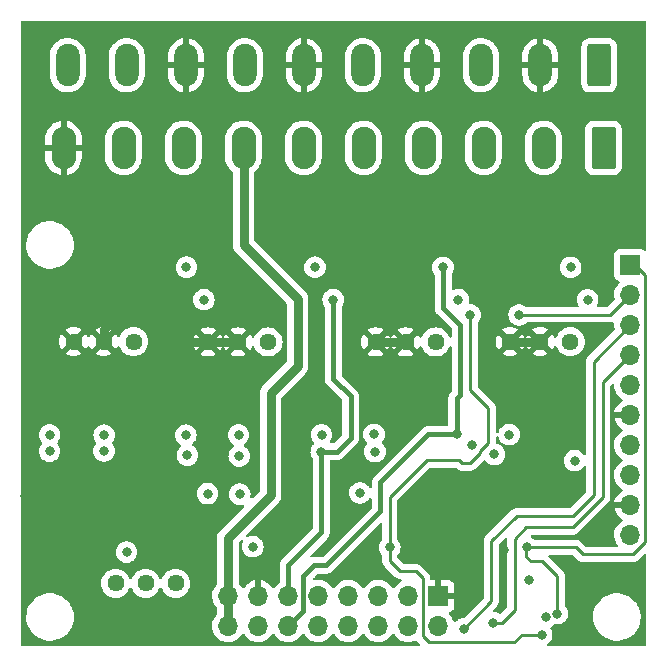
<source format=gbr>
%TF.GenerationSoftware,KiCad,Pcbnew,6.0.8+dfsg-1~bpo11+1*%
%TF.CreationDate,2022-10-31T17:33:22+01:00*%
%TF.ProjectId,rib4inAd_00,72696234-696e-4416-945f-30302e6b6963,rev?*%
%TF.SameCoordinates,Original*%
%TF.FileFunction,Copper,L3,Inr*%
%TF.FilePolarity,Positive*%
%FSLAX46Y46*%
G04 Gerber Fmt 4.6, Leading zero omitted, Abs format (unit mm)*
G04 Created by KiCad (PCBNEW 6.0.8+dfsg-1~bpo11+1) date 2022-10-31 17:33:22*
%MOMM*%
%LPD*%
G01*
G04 APERTURE LIST*
G04 Aperture macros list*
%AMRoundRect*
0 Rectangle with rounded corners*
0 $1 Rounding radius*
0 $2 $3 $4 $5 $6 $7 $8 $9 X,Y pos of 4 corners*
0 Add a 4 corners polygon primitive as box body*
4,1,4,$2,$3,$4,$5,$6,$7,$8,$9,$2,$3,0*
0 Add four circle primitives for the rounded corners*
1,1,$1+$1,$2,$3*
1,1,$1+$1,$4,$5*
1,1,$1+$1,$6,$7*
1,1,$1+$1,$8,$9*
0 Add four rect primitives between the rounded corners*
20,1,$1+$1,$2,$3,$4,$5,0*
20,1,$1+$1,$4,$5,$6,$7,0*
20,1,$1+$1,$6,$7,$8,$9,0*
20,1,$1+$1,$8,$9,$2,$3,0*%
G04 Aperture macros list end*
%TA.AperFunction,ComponentPad*%
%ADD10C,1.440000*%
%TD*%
%TA.AperFunction,ComponentPad*%
%ADD11R,1.700000X1.700000*%
%TD*%
%TA.AperFunction,ComponentPad*%
%ADD12O,1.700000X1.700000*%
%TD*%
%TA.AperFunction,ComponentPad*%
%ADD13RoundRect,0.250000X0.750000X1.550000X-0.750000X1.550000X-0.750000X-1.550000X0.750000X-1.550000X0*%
%TD*%
%TA.AperFunction,ComponentPad*%
%ADD14O,2.000000X3.600000*%
%TD*%
%TA.AperFunction,ComponentPad*%
%ADD15RoundRect,0.249999X0.790001X1.550001X-0.790001X1.550001X-0.790001X-1.550001X0.790001X-1.550001X0*%
%TD*%
%TA.AperFunction,ComponentPad*%
%ADD16O,2.080000X3.600000*%
%TD*%
%TA.AperFunction,ViaPad*%
%ADD17C,0.800000*%
%TD*%
%TA.AperFunction,Conductor*%
%ADD18C,0.400000*%
%TD*%
%TA.AperFunction,Conductor*%
%ADD19C,0.800000*%
%TD*%
%TA.AperFunction,Conductor*%
%ADD20C,0.250000*%
%TD*%
G04 APERTURE END LIST*
D10*
%TO.N,GNDD*%
%TO.C,RV5*%
X158560000Y-93710000D03*
X161100000Y-93710000D03*
%TO.N,Net-(R29-Pad1)*%
X163640000Y-93710000D03*
%TD*%
%TO.N,GNDD*%
%TO.C,RV1*%
X132990000Y-93680000D03*
X135530000Y-93680000D03*
%TO.N,Net-(R2-Pad1)*%
X138070000Y-93680000D03*
%TD*%
%TO.N,GNDD*%
%TO.C,RV2*%
X144380000Y-93710000D03*
X146920000Y-93710000D03*
%TO.N,Net-(R3-Pad1)*%
X149460000Y-93710000D03*
%TD*%
D11*
%TO.N,/A4O*%
%TO.C,J1*%
X180125000Y-87200000D03*
D12*
%TO.N,/A3O*%
X180125000Y-89740000D03*
%TO.N,/A2O*%
X180125000Y-92280000D03*
%TO.N,/A1O*%
X180125000Y-94820000D03*
%TO.N,unconnected-(J1-Pad5)*%
X180125000Y-97360000D03*
%TO.N,GNDD*%
X180125000Y-99900000D03*
%TO.N,/SDA*%
X180125000Y-102440000D03*
%TO.N,/SCL*%
X180125000Y-104980000D03*
%TO.N,GNDD*%
X180125000Y-107520000D03*
%TO.N,+5V*%
X180125000Y-110060000D03*
%TD*%
D11*
%TO.N,GNDD*%
%TO.C,J2*%
X163865000Y-115225000D03*
D12*
%TO.N,/SCL*%
X163865000Y-117765000D03*
%TO.N,/SDA*%
X161325000Y-115225000D03*
%TO.N,unconnected-(J2-Pad4)*%
X161325000Y-117765000D03*
%TO.N,unconnected-(J2-Pad5)*%
X158785000Y-115225000D03*
%TO.N,unconnected-(J2-Pad6)*%
X158785000Y-117765000D03*
%TO.N,unconnected-(J2-Pad7)*%
X156245000Y-115225000D03*
%TO.N,unconnected-(J2-Pad8)*%
X156245000Y-117765000D03*
%TO.N,unconnected-(J2-Pad9)*%
X153705000Y-115225000D03*
%TO.N,+5V*%
X153705000Y-117765000D03*
%TO.N,-12V*%
X151165000Y-115225000D03*
%TO.N,+12V*%
X151165000Y-117765000D03*
%TO.N,GNDD*%
X148625000Y-115225000D03*
%TO.N,Earth*%
X148625000Y-117765000D03*
%TO.N,+VSW*%
X146085000Y-115225000D03*
X146085000Y-117765000D03*
%TD*%
D10*
%TO.N,GNDD*%
%TO.C,RV6*%
X169960000Y-93700000D03*
X172500000Y-93700000D03*
%TO.N,Net-(R30-Pad1)*%
X175040000Y-93700000D03*
%TD*%
%TO.N,/VREF*%
%TO.C,RV4*%
X136560000Y-114150000D03*
X139100000Y-114150000D03*
%TO.N,Net-(R12-Pad2)*%
X141640000Y-114150000D03*
%TD*%
D13*
%TO.N,Earth*%
%TO.C,J3*%
X177500000Y-70277500D03*
D14*
%TO.N,GNDD*%
X172500000Y-70277500D03*
%TO.N,/A4*%
X167500000Y-70277500D03*
%TO.N,GNDD*%
X162500000Y-70277500D03*
%TO.N,/A3*%
X157500000Y-70277500D03*
%TO.N,GNDD*%
X152500000Y-70277500D03*
%TO.N,/A2*%
X147500000Y-70277500D03*
%TO.N,GNDD*%
X142500000Y-70277500D03*
%TO.N,/A1*%
X137500000Y-70277500D03*
%TO.N,+VSW*%
X132500000Y-70277500D03*
%TD*%
D15*
%TO.N,+VSW*%
%TO.C,J4*%
X177860000Y-77277500D03*
D16*
%TO.N,Earth*%
X172780000Y-77277500D03*
%TO.N,+VSW*%
X167700000Y-77277500D03*
%TO.N,Earth*%
X162620000Y-77277500D03*
%TO.N,+VSW*%
X157540000Y-77277500D03*
%TO.N,Earth*%
X152460000Y-77277500D03*
%TO.N,+VSW*%
X147380000Y-77277500D03*
%TO.N,Earth*%
X142300000Y-77277500D03*
%TO.N,+VSW*%
X137220000Y-77277500D03*
%TO.N,GNDD*%
X132140000Y-77277500D03*
%TD*%
D17*
%TO.N,+12V*%
X142550000Y-87380000D03*
X135580000Y-101610000D03*
X165430000Y-101540000D03*
X175080000Y-87390000D03*
X146960000Y-101590000D03*
X158430000Y-101540000D03*
X153430000Y-87380000D03*
X153985500Y-101580000D03*
X142495500Y-101598469D03*
X130970000Y-101590000D03*
X164270000Y-87390000D03*
X169870000Y-101560000D03*
%TO.N,GNDD*%
X178570000Y-112740000D03*
X164570000Y-97630000D03*
X143450000Y-112110000D03*
X128880000Y-106780000D03*
X130030000Y-97680000D03*
X153130000Y-97740000D03*
X149870000Y-111930000D03*
X169440000Y-111360000D03*
X163560000Y-111370000D03*
X166050000Y-114410000D03*
X151820000Y-106320000D03*
X135640000Y-111490000D03*
X157780000Y-111260000D03*
X141620000Y-97760000D03*
X163400000Y-106420000D03*
%TO.N,-12V*%
X158510000Y-103000000D03*
X130957701Y-102957701D03*
X176520000Y-90150000D03*
X135570000Y-102950000D03*
X147020000Y-103374500D03*
X142620000Y-103300000D03*
X166700000Y-102460000D03*
X154970000Y-90130000D03*
X153959575Y-103004075D03*
X165570000Y-90130000D03*
X144030000Y-90130000D03*
%TO.N,+5V*%
X175410000Y-103760000D03*
X172980000Y-117020000D03*
X171520000Y-113860000D03*
%TO.N,/A4O*%
X173950500Y-116714500D03*
X171370000Y-111090000D03*
%TO.N,/A3O*%
X172627575Y-118485500D03*
X159760000Y-111110000D03*
X170710000Y-91430000D03*
X166580000Y-91430000D03*
%TO.N,/A2O*%
X166030000Y-118000000D03*
X148170000Y-111050000D03*
%TO.N,/A1O*%
X137480000Y-111510000D03*
X168520000Y-117490000D03*
%TO.N,/VREF*%
X157240000Y-106490000D03*
X168620000Y-103240000D03*
%TO.N,Net-(R19-Pad2)*%
X147060000Y-106600000D03*
X144340000Y-106560000D03*
%TD*%
D18*
%TO.N,+12V*%
X158965000Y-105605000D02*
X163030000Y-101540000D01*
X151165000Y-117765000D02*
X152455000Y-116475000D01*
X164290000Y-90860000D02*
X164290000Y-87410000D01*
X153360000Y-112630000D02*
X154350000Y-112630000D01*
X152455000Y-116475000D02*
X152455000Y-113535000D01*
X165740000Y-92310000D02*
X164290000Y-90860000D01*
X164290000Y-87410000D02*
X164270000Y-87390000D01*
X165740000Y-98170000D02*
X165740000Y-92310000D01*
X152455000Y-113535000D02*
X153360000Y-112630000D01*
X158965000Y-108015000D02*
X158965000Y-105605000D01*
X154350000Y-112630000D02*
X158965000Y-108015000D01*
X163030000Y-101540000D02*
X165430000Y-101540000D01*
X165430000Y-101540000D02*
X165430000Y-98480000D01*
X165430000Y-98480000D02*
X165740000Y-98170000D01*
D19*
%TO.N,GNDD*%
X161100000Y-93710000D02*
X158560000Y-93710000D01*
X144380000Y-93710000D02*
X142570000Y-93710000D01*
X172500000Y-93700000D02*
X169960000Y-93700000D01*
X135530000Y-92580000D02*
X136450000Y-91660000D01*
X136450000Y-91660000D02*
X140520000Y-91660000D01*
X142570000Y-93710000D02*
X140520000Y-91660000D01*
X135530000Y-93680000D02*
X135530000Y-92580000D01*
X144380000Y-93710000D02*
X146920000Y-93710000D01*
D18*
%TO.N,-12V*%
X153959575Y-109840425D02*
X153959575Y-105899575D01*
X156440000Y-100640000D02*
X156440000Y-101870000D01*
X156440000Y-101870000D02*
X155305925Y-103004075D01*
X154970000Y-96850000D02*
X154970000Y-90130000D01*
X151165000Y-112635000D02*
X153959575Y-109840425D01*
X156440000Y-100640000D02*
X156440000Y-98320000D01*
X156440000Y-98320000D02*
X154970000Y-96850000D01*
X155305925Y-103004075D02*
X153959575Y-103004075D01*
X151165000Y-115225000D02*
X151165000Y-112635000D01*
X153959575Y-105899575D02*
X153959575Y-103004075D01*
D20*
%TO.N,/A4O*%
X180540000Y-87200000D02*
X180125000Y-87200000D01*
X180360000Y-111710000D02*
X181410000Y-110660000D01*
X171710000Y-112270000D02*
X171340000Y-111900000D01*
X181410000Y-110660000D02*
X181410000Y-88070000D01*
X171370000Y-111090000D02*
X175500000Y-111090000D01*
X176120000Y-111710000D02*
X180360000Y-111710000D01*
X171340000Y-111900000D02*
X171340000Y-111120000D01*
X181410000Y-88070000D02*
X180540000Y-87200000D01*
X175500000Y-111090000D02*
X176120000Y-111710000D01*
X173950500Y-116714500D02*
X173950500Y-113560500D01*
X172660000Y-112270000D02*
X171710000Y-112270000D01*
X173950500Y-113560500D02*
X172660000Y-112270000D01*
X171340000Y-111120000D02*
X171370000Y-111090000D01*
%TO.N,/A3O*%
X162540000Y-118630000D02*
X163050000Y-119140000D01*
X166580000Y-103980000D02*
X167425000Y-103135000D01*
X170925500Y-118485500D02*
X172627575Y-118485500D01*
X178435000Y-91430000D02*
X180125000Y-89740000D01*
X167425000Y-103135000D02*
X167425000Y-102955000D01*
X170710000Y-91430000D02*
X178435000Y-91430000D01*
X161950000Y-113140000D02*
X162540000Y-113730000D01*
X163050000Y-119140000D02*
X170271000Y-119140000D01*
X170271000Y-119140000D02*
X170925500Y-118485500D01*
X168110000Y-99300000D02*
X166580000Y-97770000D01*
X159760000Y-106850000D02*
X162880000Y-103730000D01*
X162540000Y-113730000D02*
X162540000Y-118630000D01*
X162880000Y-103730000D02*
X165650000Y-103730000D01*
X165650000Y-103730000D02*
X165900000Y-103980000D01*
X159760000Y-112260000D02*
X160640000Y-113140000D01*
X159760000Y-111110000D02*
X159760000Y-112260000D01*
X166580000Y-97770000D02*
X166580000Y-91430000D01*
X168110000Y-102270000D02*
X168110000Y-99300000D01*
X160640000Y-113140000D02*
X161950000Y-113140000D01*
X165900000Y-103980000D02*
X166580000Y-103980000D01*
X159760000Y-111110000D02*
X159760000Y-106850000D01*
X167425000Y-102955000D02*
X168110000Y-102270000D01*
%TO.N,/A2O*%
X166030000Y-118000000D02*
X168340000Y-115690000D01*
X175240000Y-108430000D02*
X177030000Y-106640000D01*
X177030000Y-95375000D02*
X180125000Y-92280000D01*
X168340000Y-115690000D02*
X168340000Y-110590000D01*
X177030000Y-106640000D02*
X177030000Y-95375000D01*
X170500000Y-108430000D02*
X175240000Y-108430000D01*
X168340000Y-110590000D02*
X170500000Y-108430000D01*
%TO.N,/A1O*%
X170350000Y-116400000D02*
X170350000Y-110370000D01*
X171320000Y-109400000D02*
X175250000Y-109400000D01*
X169260000Y-117490000D02*
X170350000Y-116400000D01*
X177810000Y-97135000D02*
X180125000Y-94820000D01*
X175250000Y-109400000D02*
X177810000Y-106840000D01*
X177810000Y-106840000D02*
X177810000Y-97135000D01*
X170350000Y-110370000D02*
X171320000Y-109400000D01*
X168520000Y-117490000D02*
X169260000Y-117490000D01*
D19*
%TO.N,+VSW*%
X146085000Y-117765000D02*
X146085000Y-115225000D01*
X147380000Y-85510000D02*
X151960000Y-90090000D01*
X151960000Y-90090000D02*
X151960000Y-95750000D01*
X149680000Y-106690000D02*
X146030000Y-110340000D01*
X146085000Y-110395000D02*
X146085000Y-115225000D01*
X151960000Y-95750000D02*
X149680000Y-98030000D01*
X149680000Y-98030000D02*
X149680000Y-106690000D01*
X146030000Y-110340000D02*
X146085000Y-110395000D01*
X147380000Y-77277500D02*
X147380000Y-85510000D01*
%TD*%
%TA.AperFunction,Conductor*%
%TO.N,GNDD*%
G36*
X181433621Y-66528502D02*
G01*
X181480114Y-66582158D01*
X181491500Y-66634500D01*
X181491500Y-85849695D01*
X181471498Y-85917816D01*
X181417842Y-85964309D01*
X181347568Y-85974413D01*
X181289936Y-85950521D01*
X181221705Y-85899385D01*
X181085316Y-85848255D01*
X181023134Y-85841500D01*
X179226866Y-85841500D01*
X179164684Y-85848255D01*
X179028295Y-85899385D01*
X178911739Y-85986739D01*
X178824385Y-86103295D01*
X178773255Y-86239684D01*
X178766500Y-86301866D01*
X178766500Y-88098134D01*
X178773255Y-88160316D01*
X178824385Y-88296705D01*
X178911739Y-88413261D01*
X179028295Y-88500615D01*
X179036704Y-88503767D01*
X179036705Y-88503768D01*
X179145451Y-88544535D01*
X179202216Y-88587176D01*
X179226916Y-88653738D01*
X179211709Y-88723087D01*
X179192316Y-88749568D01*
X179065629Y-88882138D01*
X178939743Y-89066680D01*
X178937564Y-89071375D01*
X178857958Y-89242872D01*
X178845688Y-89269305D01*
X178785989Y-89484570D01*
X178762251Y-89706695D01*
X178762548Y-89711848D01*
X178762548Y-89711851D01*
X178773401Y-89900072D01*
X178775110Y-89929715D01*
X178776247Y-89934761D01*
X178776248Y-89934767D01*
X178778923Y-89946635D01*
X178805873Y-90066218D01*
X178808453Y-90077668D01*
X178803917Y-90148520D01*
X178774631Y-90194464D01*
X178209500Y-90759595D01*
X178147188Y-90793621D01*
X178120405Y-90796500D01*
X177414026Y-90796500D01*
X177345905Y-90776498D01*
X177299412Y-90722842D01*
X177289308Y-90652568D01*
X177304907Y-90607500D01*
X177351223Y-90527279D01*
X177351224Y-90527278D01*
X177354527Y-90521556D01*
X177413542Y-90339928D01*
X177433504Y-90150000D01*
X177413542Y-89960072D01*
X177354527Y-89778444D01*
X177259040Y-89613056D01*
X177246181Y-89598774D01*
X177135675Y-89476045D01*
X177135674Y-89476044D01*
X177131253Y-89471134D01*
X176976752Y-89358882D01*
X176970724Y-89356198D01*
X176970722Y-89356197D01*
X176808319Y-89283891D01*
X176808318Y-89283891D01*
X176802288Y-89281206D01*
X176701741Y-89259834D01*
X176621944Y-89242872D01*
X176621939Y-89242872D01*
X176615487Y-89241500D01*
X176424513Y-89241500D01*
X176418061Y-89242872D01*
X176418056Y-89242872D01*
X176338259Y-89259834D01*
X176237712Y-89281206D01*
X176231682Y-89283891D01*
X176231681Y-89283891D01*
X176069278Y-89356197D01*
X176069276Y-89356198D01*
X176063248Y-89358882D01*
X175908747Y-89471134D01*
X175904326Y-89476044D01*
X175904325Y-89476045D01*
X175793820Y-89598774D01*
X175780960Y-89613056D01*
X175685473Y-89778444D01*
X175626458Y-89960072D01*
X175606496Y-90150000D01*
X175626458Y-90339928D01*
X175685473Y-90521556D01*
X175688776Y-90527278D01*
X175688777Y-90527279D01*
X175735093Y-90607500D01*
X175751831Y-90676495D01*
X175728611Y-90743587D01*
X175672804Y-90787474D01*
X175625974Y-90796500D01*
X171418200Y-90796500D01*
X171350079Y-90776498D01*
X171330853Y-90760157D01*
X171330580Y-90760460D01*
X171325668Y-90756037D01*
X171321253Y-90751134D01*
X171252060Y-90700862D01*
X171172094Y-90642763D01*
X171172093Y-90642762D01*
X171166752Y-90638882D01*
X171160724Y-90636198D01*
X171160722Y-90636197D01*
X170998319Y-90563891D01*
X170998318Y-90563891D01*
X170992288Y-90561206D01*
X170898887Y-90541353D01*
X170811944Y-90522872D01*
X170811939Y-90522872D01*
X170805487Y-90521500D01*
X170614513Y-90521500D01*
X170608061Y-90522872D01*
X170608056Y-90522872D01*
X170521113Y-90541353D01*
X170427712Y-90561206D01*
X170421682Y-90563891D01*
X170421681Y-90563891D01*
X170259278Y-90636197D01*
X170259276Y-90636198D01*
X170253248Y-90638882D01*
X170247907Y-90642762D01*
X170247906Y-90642763D01*
X170222494Y-90661226D01*
X170098747Y-90751134D01*
X170094326Y-90756044D01*
X170094325Y-90756045D01*
X170060492Y-90793621D01*
X169970960Y-90893056D01*
X169953208Y-90923803D01*
X169887618Y-91037409D01*
X169875473Y-91058444D01*
X169816458Y-91240072D01*
X169815768Y-91246633D01*
X169815768Y-91246635D01*
X169807456Y-91325720D01*
X169796496Y-91430000D01*
X169816458Y-91619928D01*
X169875473Y-91801556D01*
X169970960Y-91966944D01*
X169975375Y-91971847D01*
X169975379Y-91971852D01*
X170057452Y-92063003D01*
X170098747Y-92108866D01*
X170253248Y-92221118D01*
X170259276Y-92223802D01*
X170259278Y-92223803D01*
X170404726Y-92288560D01*
X170430038Y-92310075D01*
X170460371Y-92305959D01*
X170467648Y-92307283D01*
X170608056Y-92337128D01*
X170608061Y-92337128D01*
X170614513Y-92338500D01*
X170805487Y-92338500D01*
X170811939Y-92337128D01*
X170811944Y-92337128D01*
X170898888Y-92318647D01*
X170992288Y-92298794D01*
X171015274Y-92288560D01*
X171160722Y-92223803D01*
X171160724Y-92223802D01*
X171166752Y-92221118D01*
X171226987Y-92177355D01*
X171299671Y-92124546D01*
X171321253Y-92108866D01*
X171325668Y-92103963D01*
X171330580Y-92099540D01*
X171331705Y-92100789D01*
X171385014Y-92067949D01*
X171418200Y-92063500D01*
X178356233Y-92063500D01*
X178367416Y-92064027D01*
X178374909Y-92065702D01*
X178382835Y-92065453D01*
X178382836Y-92065453D01*
X178442986Y-92063562D01*
X178446945Y-92063500D01*
X178474856Y-92063500D01*
X178478791Y-92063003D01*
X178478856Y-92062995D01*
X178490693Y-92062062D01*
X178522951Y-92061048D01*
X178526970Y-92060922D01*
X178534889Y-92060673D01*
X178554343Y-92055021D01*
X178573700Y-92051013D01*
X178585930Y-92049468D01*
X178585931Y-92049468D01*
X178593797Y-92048474D01*
X178601167Y-92045556D01*
X178608848Y-92043584D01*
X178609408Y-92045767D01*
X178668694Y-92040335D01*
X178731673Y-92073110D01*
X178766935Y-92134730D01*
X178769661Y-92177355D01*
X178762251Y-92246695D01*
X178775110Y-92469715D01*
X178776247Y-92474761D01*
X178776248Y-92474767D01*
X178793992Y-92553501D01*
X178806658Y-92609701D01*
X178808453Y-92617668D01*
X178803917Y-92688520D01*
X178774631Y-92734464D01*
X176637747Y-94871348D01*
X176629461Y-94878888D01*
X176622982Y-94883000D01*
X176617557Y-94888777D01*
X176576357Y-94932651D01*
X176573602Y-94935493D01*
X176553865Y-94955230D01*
X176551385Y-94958427D01*
X176543682Y-94967447D01*
X176513414Y-94999679D01*
X176509595Y-95006625D01*
X176509593Y-95006628D01*
X176503652Y-95017434D01*
X176492801Y-95033953D01*
X176480386Y-95049959D01*
X176477241Y-95057228D01*
X176477238Y-95057232D01*
X176462826Y-95090537D01*
X176457609Y-95101187D01*
X176436305Y-95139940D01*
X176434334Y-95147615D01*
X176434334Y-95147616D01*
X176431267Y-95159562D01*
X176424863Y-95178266D01*
X176416819Y-95196855D01*
X176415580Y-95204678D01*
X176415577Y-95204688D01*
X176409901Y-95240524D01*
X176407495Y-95252144D01*
X176396500Y-95294970D01*
X176396500Y-95315224D01*
X176394949Y-95334934D01*
X176391780Y-95354943D01*
X176392526Y-95362835D01*
X176395941Y-95398961D01*
X176396500Y-95410819D01*
X176396500Y-103181431D01*
X176376498Y-103249552D01*
X176322842Y-103296045D01*
X176252568Y-103306149D01*
X176187988Y-103276655D01*
X176161381Y-103244432D01*
X176159220Y-103240689D01*
X176149040Y-103223056D01*
X176119212Y-103189928D01*
X176025675Y-103086045D01*
X176025674Y-103086044D01*
X176021253Y-103081134D01*
X175866752Y-102968882D01*
X175860724Y-102966198D01*
X175860722Y-102966197D01*
X175698319Y-102893891D01*
X175698318Y-102893891D01*
X175692288Y-102891206D01*
X175585202Y-102868444D01*
X175511944Y-102852872D01*
X175511939Y-102852872D01*
X175505487Y-102851500D01*
X175314513Y-102851500D01*
X175308061Y-102852872D01*
X175308056Y-102852872D01*
X175234798Y-102868444D01*
X175127712Y-102891206D01*
X175121682Y-102893891D01*
X175121681Y-102893891D01*
X174959278Y-102966197D01*
X174959276Y-102966198D01*
X174953248Y-102968882D01*
X174798747Y-103081134D01*
X174794326Y-103086044D01*
X174794325Y-103086045D01*
X174700789Y-103189928D01*
X174670960Y-103223056D01*
X174647016Y-103264528D01*
X174582871Y-103375631D01*
X174575473Y-103388444D01*
X174516458Y-103570072D01*
X174515768Y-103576633D01*
X174515768Y-103576635D01*
X174501450Y-103712867D01*
X174496496Y-103760000D01*
X174497186Y-103766565D01*
X174511960Y-103907128D01*
X174516458Y-103949928D01*
X174575473Y-104131556D01*
X174578776Y-104137278D01*
X174578777Y-104137279D01*
X174612686Y-104196010D01*
X174670960Y-104296944D01*
X174675378Y-104301851D01*
X174675379Y-104301852D01*
X174766107Y-104402616D01*
X174798747Y-104438866D01*
X174891625Y-104506346D01*
X174941344Y-104542469D01*
X174953248Y-104551118D01*
X174959276Y-104553802D01*
X174959278Y-104553803D01*
X175101175Y-104616979D01*
X175127712Y-104628794D01*
X175221113Y-104648647D01*
X175308056Y-104667128D01*
X175308061Y-104667128D01*
X175314513Y-104668500D01*
X175505487Y-104668500D01*
X175511939Y-104667128D01*
X175511944Y-104667128D01*
X175598887Y-104648647D01*
X175692288Y-104628794D01*
X175718825Y-104616979D01*
X175860722Y-104553803D01*
X175860724Y-104553802D01*
X175866752Y-104551118D01*
X175878657Y-104542469D01*
X175928375Y-104506346D01*
X176021253Y-104438866D01*
X176053893Y-104402616D01*
X176144621Y-104301852D01*
X176144622Y-104301851D01*
X176149040Y-104296944D01*
X176161382Y-104275567D01*
X176212764Y-104226575D01*
X176282478Y-104213140D01*
X176348389Y-104239527D01*
X176389570Y-104297359D01*
X176396500Y-104338569D01*
X176396500Y-106325405D01*
X176376498Y-106393526D01*
X176359595Y-106414500D01*
X175014500Y-107759595D01*
X174952188Y-107793621D01*
X174925405Y-107796500D01*
X170578767Y-107796500D01*
X170567584Y-107795973D01*
X170560091Y-107794298D01*
X170552165Y-107794547D01*
X170552164Y-107794547D01*
X170492014Y-107796438D01*
X170488055Y-107796500D01*
X170460144Y-107796500D01*
X170456210Y-107796997D01*
X170456209Y-107796997D01*
X170456144Y-107797005D01*
X170444307Y-107797938D01*
X170412490Y-107798938D01*
X170408029Y-107799078D01*
X170400110Y-107799327D01*
X170382454Y-107804456D01*
X170380658Y-107804978D01*
X170361306Y-107808986D01*
X170354235Y-107809880D01*
X170341203Y-107811526D01*
X170333834Y-107814443D01*
X170333832Y-107814444D01*
X170300097Y-107827800D01*
X170288869Y-107831645D01*
X170246407Y-107843982D01*
X170239585Y-107848016D01*
X170239579Y-107848019D01*
X170228968Y-107854294D01*
X170211218Y-107862990D01*
X170199756Y-107867528D01*
X170199751Y-107867531D01*
X170192383Y-107870448D01*
X170185968Y-107875109D01*
X170156625Y-107896427D01*
X170146707Y-107902943D01*
X170128019Y-107913995D01*
X170108637Y-107925458D01*
X170094313Y-107939782D01*
X170079281Y-107952621D01*
X170062893Y-107964528D01*
X170034712Y-107998593D01*
X170026722Y-108007373D01*
X167947747Y-110086348D01*
X167939461Y-110093888D01*
X167932982Y-110098000D01*
X167927557Y-110103777D01*
X167886357Y-110147651D01*
X167883602Y-110150493D01*
X167863865Y-110170230D01*
X167861385Y-110173427D01*
X167853682Y-110182447D01*
X167823414Y-110214679D01*
X167819595Y-110221625D01*
X167819593Y-110221628D01*
X167813652Y-110232434D01*
X167802801Y-110248953D01*
X167790386Y-110264959D01*
X167787241Y-110272228D01*
X167787238Y-110272232D01*
X167772826Y-110305537D01*
X167767609Y-110316187D01*
X167746305Y-110354940D01*
X167744334Y-110362615D01*
X167744334Y-110362616D01*
X167741267Y-110374562D01*
X167734863Y-110393266D01*
X167726819Y-110411855D01*
X167725580Y-110419678D01*
X167725577Y-110419688D01*
X167719901Y-110455524D01*
X167717495Y-110467144D01*
X167715330Y-110475577D01*
X167706500Y-110509970D01*
X167706500Y-110530224D01*
X167704949Y-110549934D01*
X167701780Y-110569943D01*
X167702526Y-110577835D01*
X167705941Y-110613961D01*
X167706500Y-110625819D01*
X167706500Y-115375405D01*
X167686498Y-115443526D01*
X167669595Y-115464500D01*
X166079500Y-117054595D01*
X166017188Y-117088621D01*
X165990405Y-117091500D01*
X165934513Y-117091500D01*
X165928061Y-117092872D01*
X165928056Y-117092872D01*
X165849261Y-117109621D01*
X165747712Y-117131206D01*
X165741682Y-117133891D01*
X165741681Y-117133891D01*
X165579278Y-117206197D01*
X165579276Y-117206198D01*
X165573248Y-117208882D01*
X165567907Y-117212762D01*
X165567906Y-117212763D01*
X165522537Y-117245726D01*
X165418747Y-117321134D01*
X165369923Y-117375359D01*
X165309477Y-117412598D01*
X165238493Y-117411246D01*
X165179508Y-117371732D01*
X165157009Y-117331654D01*
X165156693Y-117330725D01*
X165155431Y-117325702D01*
X165066354Y-117120840D01*
X164945014Y-116933277D01*
X164941538Y-116929457D01*
X164941533Y-116929450D01*
X164797435Y-116771088D01*
X164766383Y-116707242D01*
X164774779Y-116636744D01*
X164819956Y-116581976D01*
X164846400Y-116568307D01*
X164953052Y-116528325D01*
X164968649Y-116519786D01*
X165070724Y-116443285D01*
X165083285Y-116430724D01*
X165159786Y-116328649D01*
X165168324Y-116313054D01*
X165213478Y-116192606D01*
X165217105Y-116177351D01*
X165222631Y-116126486D01*
X165223000Y-116119672D01*
X165223000Y-115497115D01*
X165218525Y-115481876D01*
X165217135Y-115480671D01*
X165209452Y-115479000D01*
X163737000Y-115479000D01*
X163668879Y-115458998D01*
X163622386Y-115405342D01*
X163611000Y-115353000D01*
X163611000Y-114952885D01*
X164119000Y-114952885D01*
X164123475Y-114968124D01*
X164124865Y-114969329D01*
X164132548Y-114971000D01*
X165204884Y-114971000D01*
X165220123Y-114966525D01*
X165221328Y-114965135D01*
X165222999Y-114957452D01*
X165222999Y-114330331D01*
X165222629Y-114323510D01*
X165217105Y-114272648D01*
X165213479Y-114257396D01*
X165168324Y-114136946D01*
X165159786Y-114121351D01*
X165083285Y-114019276D01*
X165070724Y-114006715D01*
X164968649Y-113930214D01*
X164953054Y-113921676D01*
X164832606Y-113876522D01*
X164817351Y-113872895D01*
X164766486Y-113867369D01*
X164759672Y-113867000D01*
X164137115Y-113867000D01*
X164121876Y-113871475D01*
X164120671Y-113872865D01*
X164119000Y-113880548D01*
X164119000Y-114952885D01*
X163611000Y-114952885D01*
X163611000Y-113885116D01*
X163606525Y-113869877D01*
X163605135Y-113868672D01*
X163597452Y-113867001D01*
X163300221Y-113867001D01*
X163232100Y-113846999D01*
X163185607Y-113793343D01*
X163174283Y-113744958D01*
X163174088Y-113738733D01*
X163173562Y-113722012D01*
X163173500Y-113718055D01*
X163173500Y-113690144D01*
X163172995Y-113686144D01*
X163172062Y-113674301D01*
X163170922Y-113638030D01*
X163170673Y-113630111D01*
X163165021Y-113610657D01*
X163161013Y-113591300D01*
X163159468Y-113579070D01*
X163159468Y-113579069D01*
X163158474Y-113571203D01*
X163151070Y-113552502D01*
X163142196Y-113530088D01*
X163138351Y-113518858D01*
X163128229Y-113484017D01*
X163128229Y-113484016D01*
X163126018Y-113476407D01*
X163121985Y-113469588D01*
X163121983Y-113469583D01*
X163115707Y-113458972D01*
X163107012Y-113441224D01*
X163099552Y-113422383D01*
X163073564Y-113386613D01*
X163067048Y-113376693D01*
X163048580Y-113345465D01*
X163048578Y-113345462D01*
X163044542Y-113338638D01*
X163030221Y-113324317D01*
X163017380Y-113309283D01*
X163010132Y-113299307D01*
X163005472Y-113292893D01*
X162971407Y-113264712D01*
X162962626Y-113256722D01*
X162453647Y-112747742D01*
X162446113Y-112739463D01*
X162442000Y-112732982D01*
X162392348Y-112686356D01*
X162389507Y-112683602D01*
X162369770Y-112663865D01*
X162366573Y-112661385D01*
X162357551Y-112653680D01*
X162325321Y-112623414D01*
X162318375Y-112619595D01*
X162318372Y-112619593D01*
X162307566Y-112613652D01*
X162291047Y-112602801D01*
X162284557Y-112597767D01*
X162275041Y-112590386D01*
X162267772Y-112587241D01*
X162267768Y-112587238D01*
X162234463Y-112572826D01*
X162223813Y-112567609D01*
X162185060Y-112546305D01*
X162165437Y-112541267D01*
X162146734Y-112534863D01*
X162135420Y-112529967D01*
X162135419Y-112529967D01*
X162128145Y-112526819D01*
X162120322Y-112525580D01*
X162120312Y-112525577D01*
X162084476Y-112519901D01*
X162072856Y-112517495D01*
X162037711Y-112508472D01*
X162037710Y-112508472D01*
X162030030Y-112506500D01*
X162009776Y-112506500D01*
X161990065Y-112504949D01*
X161977886Y-112503020D01*
X161970057Y-112501780D01*
X161962165Y-112502526D01*
X161926039Y-112505941D01*
X161914181Y-112506500D01*
X160954595Y-112506500D01*
X160886474Y-112486498D01*
X160865499Y-112469595D01*
X160430404Y-112034499D01*
X160396379Y-111972187D01*
X160393500Y-111945404D01*
X160393500Y-111812524D01*
X160413502Y-111744403D01*
X160425858Y-111728221D01*
X160499040Y-111646944D01*
X160594527Y-111481556D01*
X160653542Y-111299928D01*
X160673504Y-111110000D01*
X160653542Y-110920072D01*
X160594527Y-110738444D01*
X160499040Y-110573056D01*
X160425863Y-110491785D01*
X160395147Y-110427779D01*
X160393500Y-110407476D01*
X160393500Y-107164594D01*
X160413502Y-107096473D01*
X160430405Y-107075499D01*
X163105499Y-104400405D01*
X163167811Y-104366379D01*
X163194594Y-104363500D01*
X165333069Y-104363500D01*
X165401190Y-104383502D01*
X165419321Y-104397650D01*
X165457666Y-104433658D01*
X165460509Y-104436413D01*
X165480230Y-104456134D01*
X165483425Y-104458612D01*
X165492447Y-104466318D01*
X165524679Y-104496586D01*
X165531628Y-104500406D01*
X165542432Y-104506346D01*
X165558956Y-104517199D01*
X165574959Y-104529613D01*
X165615543Y-104547176D01*
X165626173Y-104552383D01*
X165664940Y-104573695D01*
X165672617Y-104575666D01*
X165672622Y-104575668D01*
X165684558Y-104578732D01*
X165703266Y-104585137D01*
X165721855Y-104593181D01*
X165729680Y-104594420D01*
X165729682Y-104594421D01*
X165765519Y-104600097D01*
X165777140Y-104602504D01*
X165808959Y-104610673D01*
X165819970Y-104613500D01*
X165840231Y-104613500D01*
X165859940Y-104615051D01*
X165879943Y-104618219D01*
X165887835Y-104617473D01*
X165893062Y-104616979D01*
X165923954Y-104614059D01*
X165935811Y-104613500D01*
X166501233Y-104613500D01*
X166512416Y-104614027D01*
X166519909Y-104615702D01*
X166527835Y-104615453D01*
X166527836Y-104615453D01*
X166587986Y-104613562D01*
X166591945Y-104613500D01*
X166619856Y-104613500D01*
X166623791Y-104613003D01*
X166623856Y-104612995D01*
X166635693Y-104612062D01*
X166667951Y-104611048D01*
X166671970Y-104610922D01*
X166679889Y-104610673D01*
X166699343Y-104605021D01*
X166718700Y-104601013D01*
X166730930Y-104599468D01*
X166730931Y-104599468D01*
X166738797Y-104598474D01*
X166746168Y-104595555D01*
X166746170Y-104595555D01*
X166779912Y-104582196D01*
X166791142Y-104578351D01*
X166825983Y-104568229D01*
X166825984Y-104568229D01*
X166833593Y-104566018D01*
X166840412Y-104561985D01*
X166840417Y-104561983D01*
X166851028Y-104555707D01*
X166868776Y-104547012D01*
X166887617Y-104539552D01*
X166907987Y-104524753D01*
X166923387Y-104513564D01*
X166933307Y-104507048D01*
X166964535Y-104488580D01*
X166964538Y-104488578D01*
X166971362Y-104484542D01*
X166985683Y-104470221D01*
X167000717Y-104457380D01*
X167002432Y-104456134D01*
X167017107Y-104445472D01*
X167045298Y-104411395D01*
X167053288Y-104402616D01*
X167692134Y-103763770D01*
X167754446Y-103729744D01*
X167825261Y-103734809D01*
X167880849Y-103777044D01*
X167880960Y-103776944D01*
X167881486Y-103777529D01*
X167881488Y-103777531D01*
X168008747Y-103918866D01*
X168163248Y-104031118D01*
X168169276Y-104033802D01*
X168169278Y-104033803D01*
X168304041Y-104093803D01*
X168337712Y-104108794D01*
X168415230Y-104125271D01*
X168518056Y-104147128D01*
X168518061Y-104147128D01*
X168524513Y-104148500D01*
X168715487Y-104148500D01*
X168721939Y-104147128D01*
X168721944Y-104147128D01*
X168824770Y-104125271D01*
X168902288Y-104108794D01*
X168935959Y-104093803D01*
X169070722Y-104033803D01*
X169070724Y-104033802D01*
X169076752Y-104031118D01*
X169231253Y-103918866D01*
X169314424Y-103826495D01*
X169354621Y-103781852D01*
X169354622Y-103781851D01*
X169359040Y-103776944D01*
X169446226Y-103625934D01*
X169451223Y-103617279D01*
X169451224Y-103617278D01*
X169454527Y-103611556D01*
X169513542Y-103429928D01*
X169533504Y-103240000D01*
X169527678Y-103184572D01*
X169514232Y-103056635D01*
X169514232Y-103056633D01*
X169513542Y-103050072D01*
X169454527Y-102868444D01*
X169445537Y-102852872D01*
X169362341Y-102708774D01*
X169359040Y-102703056D01*
X169311204Y-102649928D01*
X169235675Y-102566045D01*
X169235674Y-102566044D01*
X169231253Y-102561134D01*
X169102051Y-102467263D01*
X169082094Y-102452763D01*
X169082093Y-102452762D01*
X169076752Y-102448882D01*
X169070724Y-102446198D01*
X169070722Y-102446197D01*
X168908319Y-102373891D01*
X168908318Y-102373891D01*
X168902288Y-102371206D01*
X168843422Y-102358693D01*
X168780950Y-102324966D01*
X168746628Y-102262816D01*
X168744182Y-102247337D01*
X168744062Y-102246071D01*
X168743500Y-102234181D01*
X168743500Y-101828489D01*
X168763502Y-101760368D01*
X168817158Y-101713875D01*
X168887432Y-101703771D01*
X168952012Y-101733265D01*
X168989333Y-101789553D01*
X169035473Y-101931556D01*
X169038776Y-101937278D01*
X169038777Y-101937279D01*
X169054054Y-101963740D01*
X169130960Y-102096944D01*
X169135378Y-102101851D01*
X169135379Y-102101852D01*
X169251240Y-102230529D01*
X169258747Y-102238866D01*
X169336800Y-102295575D01*
X169379296Y-102326450D01*
X169413248Y-102351118D01*
X169419276Y-102353802D01*
X169419278Y-102353803D01*
X169579069Y-102424946D01*
X169587712Y-102428794D01*
X169673966Y-102447128D01*
X169768056Y-102467128D01*
X169768061Y-102467128D01*
X169774513Y-102468500D01*
X169965487Y-102468500D01*
X169971939Y-102467128D01*
X169971944Y-102467128D01*
X170066034Y-102447128D01*
X170152288Y-102428794D01*
X170160931Y-102424946D01*
X170320722Y-102353803D01*
X170320724Y-102353802D01*
X170326752Y-102351118D01*
X170360705Y-102326450D01*
X170403200Y-102295575D01*
X170481253Y-102238866D01*
X170488760Y-102230529D01*
X170604621Y-102101852D01*
X170604622Y-102101851D01*
X170609040Y-102096944D01*
X170685946Y-101963740D01*
X170701223Y-101937279D01*
X170701224Y-101937278D01*
X170704527Y-101931556D01*
X170763542Y-101749928D01*
X170765294Y-101733265D01*
X170782814Y-101566565D01*
X170783504Y-101560000D01*
X170767169Y-101404583D01*
X170764232Y-101376635D01*
X170764232Y-101376633D01*
X170763542Y-101370072D01*
X170704527Y-101188444D01*
X170609040Y-101023056D01*
X170596182Y-101008775D01*
X170485675Y-100886045D01*
X170485674Y-100886044D01*
X170481253Y-100881134D01*
X170326752Y-100768882D01*
X170320724Y-100766198D01*
X170320722Y-100766197D01*
X170158319Y-100693891D01*
X170158318Y-100693891D01*
X170152288Y-100691206D01*
X170051741Y-100669834D01*
X169971944Y-100652872D01*
X169971939Y-100652872D01*
X169965487Y-100651500D01*
X169774513Y-100651500D01*
X169768061Y-100652872D01*
X169768056Y-100652872D01*
X169688259Y-100669834D01*
X169587712Y-100691206D01*
X169581682Y-100693891D01*
X169581681Y-100693891D01*
X169419278Y-100766197D01*
X169419276Y-100766198D01*
X169413248Y-100768882D01*
X169258747Y-100881134D01*
X169254326Y-100886044D01*
X169254325Y-100886045D01*
X169143819Y-101008775D01*
X169130960Y-101023056D01*
X169035473Y-101188444D01*
X169019227Y-101238444D01*
X168989333Y-101330447D01*
X168949259Y-101389053D01*
X168883863Y-101416690D01*
X168813906Y-101404583D01*
X168761600Y-101356577D01*
X168743500Y-101291511D01*
X168743500Y-99378768D01*
X168744027Y-99367585D01*
X168745702Y-99360092D01*
X168743562Y-99292001D01*
X168743500Y-99288044D01*
X168743500Y-99260144D01*
X168742996Y-99256153D01*
X168742063Y-99244311D01*
X168741665Y-99231623D01*
X168740674Y-99200111D01*
X168738462Y-99192497D01*
X168738461Y-99192492D01*
X168735023Y-99180659D01*
X168731012Y-99161295D01*
X168729467Y-99149064D01*
X168728474Y-99141203D01*
X168725557Y-99133836D01*
X168725556Y-99133831D01*
X168712198Y-99100092D01*
X168708354Y-99088865D01*
X168698230Y-99054022D01*
X168696018Y-99046407D01*
X168685707Y-99028972D01*
X168677012Y-99011224D01*
X168669552Y-98992383D01*
X168643564Y-98956613D01*
X168637048Y-98946693D01*
X168618580Y-98915465D01*
X168618578Y-98915462D01*
X168614542Y-98908638D01*
X168600221Y-98894317D01*
X168587380Y-98879283D01*
X168580131Y-98869306D01*
X168575472Y-98862893D01*
X168541395Y-98834702D01*
X168532616Y-98826712D01*
X167250405Y-97544500D01*
X167216379Y-97482188D01*
X167213500Y-97455405D01*
X167213500Y-94728621D01*
X169295933Y-94728621D01*
X169305227Y-94740635D01*
X169339146Y-94764385D01*
X169348641Y-94769868D01*
X169533413Y-94856028D01*
X169543705Y-94859774D01*
X169740632Y-94912540D01*
X169751425Y-94914443D01*
X169954525Y-94932212D01*
X169965475Y-94932212D01*
X170168575Y-94914443D01*
X170179368Y-94912540D01*
X170376295Y-94859774D01*
X170386587Y-94856028D01*
X170571359Y-94769868D01*
X170580854Y-94764385D01*
X170615607Y-94740051D01*
X170623983Y-94729572D01*
X170623483Y-94728621D01*
X171835933Y-94728621D01*
X171845227Y-94740635D01*
X171879146Y-94764385D01*
X171888641Y-94769868D01*
X172073413Y-94856028D01*
X172083705Y-94859774D01*
X172280632Y-94912540D01*
X172291425Y-94914443D01*
X172494525Y-94932212D01*
X172505475Y-94932212D01*
X172708575Y-94914443D01*
X172719368Y-94912540D01*
X172916295Y-94859774D01*
X172926587Y-94856028D01*
X173111359Y-94769868D01*
X173120854Y-94764385D01*
X173155607Y-94740051D01*
X173163983Y-94729572D01*
X173156916Y-94716127D01*
X172512811Y-94072021D01*
X172498868Y-94064408D01*
X172497034Y-94064539D01*
X172490420Y-94068790D01*
X171842360Y-94716851D01*
X171835933Y-94728621D01*
X170623483Y-94728621D01*
X170616916Y-94716127D01*
X169972811Y-94072021D01*
X169958868Y-94064408D01*
X169957034Y-94064539D01*
X169950420Y-94068790D01*
X169302360Y-94716851D01*
X169295933Y-94728621D01*
X167213500Y-94728621D01*
X167213500Y-93705475D01*
X168727788Y-93705475D01*
X168745557Y-93908575D01*
X168747460Y-93919368D01*
X168800226Y-94116295D01*
X168803972Y-94126587D01*
X168890135Y-94311364D01*
X168895613Y-94320850D01*
X168919949Y-94355607D01*
X168930428Y-94363983D01*
X168943872Y-94356917D01*
X169587979Y-93712811D01*
X169594356Y-93701132D01*
X170324408Y-93701132D01*
X170324539Y-93702966D01*
X170328790Y-93709580D01*
X170976851Y-94357640D01*
X170988621Y-94364067D01*
X171000635Y-94354772D01*
X171024387Y-94320850D01*
X171029865Y-94311364D01*
X171115805Y-94127065D01*
X171162722Y-94073780D01*
X171231000Y-94054319D01*
X171298960Y-94074861D01*
X171344195Y-94127065D01*
X171430135Y-94311364D01*
X171435613Y-94320850D01*
X171459949Y-94355607D01*
X171470428Y-94363983D01*
X171483872Y-94356917D01*
X172127979Y-93712811D01*
X172134356Y-93701132D01*
X172864408Y-93701132D01*
X172864539Y-93702966D01*
X172868790Y-93709580D01*
X173516851Y-94357640D01*
X173528621Y-94364067D01*
X173540635Y-94354772D01*
X173564387Y-94320850D01*
X173569865Y-94311364D01*
X173655529Y-94127656D01*
X173702446Y-94074371D01*
X173770724Y-94054910D01*
X173838683Y-94075452D01*
X173883919Y-94127656D01*
X173969584Y-94311364D01*
X173972024Y-94316596D01*
X174095319Y-94492681D01*
X174247319Y-94644681D01*
X174423403Y-94767976D01*
X174428381Y-94770297D01*
X174428384Y-94770299D01*
X174577374Y-94839774D01*
X174618223Y-94858822D01*
X174623531Y-94860244D01*
X174623533Y-94860245D01*
X174820543Y-94913034D01*
X174820545Y-94913034D01*
X174825858Y-94914458D01*
X175040000Y-94933193D01*
X175254142Y-94914458D01*
X175259455Y-94913034D01*
X175259457Y-94913034D01*
X175456467Y-94860245D01*
X175456469Y-94860244D01*
X175461777Y-94858822D01*
X175502626Y-94839774D01*
X175651616Y-94770299D01*
X175651619Y-94770297D01*
X175656597Y-94767976D01*
X175832681Y-94644681D01*
X175984681Y-94492681D01*
X176107976Y-94316596D01*
X176115202Y-94301101D01*
X176196499Y-94126759D01*
X176196500Y-94126757D01*
X176198822Y-94121777D01*
X176209004Y-94083780D01*
X176253034Y-93919457D01*
X176253034Y-93919455D01*
X176254458Y-93914142D01*
X176273193Y-93700000D01*
X176254458Y-93485858D01*
X176250591Y-93471425D01*
X176200245Y-93283533D01*
X176200244Y-93283531D01*
X176198822Y-93278223D01*
X176187030Y-93252935D01*
X176110299Y-93088385D01*
X176110297Y-93088382D01*
X176107976Y-93083404D01*
X175984681Y-92907319D01*
X175832681Y-92755319D01*
X175656597Y-92632024D01*
X175651619Y-92629703D01*
X175651616Y-92629701D01*
X175466759Y-92543501D01*
X175466758Y-92543500D01*
X175461777Y-92541178D01*
X175456469Y-92539756D01*
X175456467Y-92539755D01*
X175259457Y-92486966D01*
X175259455Y-92486966D01*
X175254142Y-92485542D01*
X175040000Y-92466807D01*
X174825858Y-92485542D01*
X174820545Y-92486966D01*
X174820543Y-92486966D01*
X174623533Y-92539755D01*
X174623531Y-92539756D01*
X174618223Y-92541178D01*
X174613243Y-92543500D01*
X174613241Y-92543501D01*
X174428385Y-92629701D01*
X174428382Y-92629703D01*
X174423404Y-92632024D01*
X174247319Y-92755319D01*
X174095319Y-92907319D01*
X173972024Y-93083404D01*
X173969703Y-93088382D01*
X173969701Y-93088385D01*
X173883919Y-93272344D01*
X173837001Y-93325629D01*
X173768724Y-93345090D01*
X173700764Y-93324548D01*
X173655529Y-93272344D01*
X173569865Y-93088636D01*
X173564387Y-93079150D01*
X173540051Y-93044393D01*
X173529572Y-93036017D01*
X173516128Y-93043083D01*
X172872021Y-93687189D01*
X172864408Y-93701132D01*
X172134356Y-93701132D01*
X172135592Y-93698868D01*
X172135461Y-93697034D01*
X172131210Y-93690420D01*
X171483149Y-93042360D01*
X171471379Y-93035933D01*
X171459365Y-93045228D01*
X171435613Y-93079150D01*
X171430135Y-93088636D01*
X171344195Y-93272935D01*
X171297278Y-93326220D01*
X171229000Y-93345681D01*
X171161040Y-93325139D01*
X171115805Y-93272935D01*
X171029865Y-93088636D01*
X171024387Y-93079150D01*
X171000051Y-93044393D01*
X170989572Y-93036017D01*
X170976128Y-93043083D01*
X170332021Y-93687189D01*
X170324408Y-93701132D01*
X169594356Y-93701132D01*
X169595592Y-93698868D01*
X169595461Y-93697034D01*
X169591210Y-93690420D01*
X168943149Y-93042360D01*
X168931379Y-93035933D01*
X168919365Y-93045228D01*
X168895613Y-93079150D01*
X168890135Y-93088636D01*
X168803972Y-93273413D01*
X168800226Y-93283705D01*
X168747460Y-93480632D01*
X168745557Y-93491425D01*
X168727788Y-93694525D01*
X168727788Y-93705475D01*
X167213500Y-93705475D01*
X167213500Y-92670428D01*
X169296017Y-92670428D01*
X169303083Y-92683872D01*
X169947189Y-93327979D01*
X169961132Y-93335592D01*
X169962966Y-93335461D01*
X169969580Y-93331210D01*
X170617640Y-92683149D01*
X170624067Y-92671379D01*
X170623331Y-92670428D01*
X171836017Y-92670428D01*
X171843083Y-92683872D01*
X172487189Y-93327979D01*
X172501132Y-93335592D01*
X172502966Y-93335461D01*
X172509580Y-93331210D01*
X173157640Y-92683149D01*
X173164067Y-92671379D01*
X173154773Y-92659365D01*
X173120854Y-92635615D01*
X173111359Y-92630132D01*
X172926587Y-92543972D01*
X172916295Y-92540226D01*
X172719368Y-92487460D01*
X172708575Y-92485557D01*
X172505475Y-92467788D01*
X172494525Y-92467788D01*
X172291425Y-92485557D01*
X172280632Y-92487460D01*
X172083705Y-92540226D01*
X172073413Y-92543972D01*
X171888636Y-92630135D01*
X171879150Y-92635613D01*
X171844393Y-92659949D01*
X171836017Y-92670428D01*
X170623331Y-92670428D01*
X170614773Y-92659365D01*
X170580854Y-92635615D01*
X170571359Y-92630132D01*
X170388201Y-92544725D01*
X170364917Y-92524223D01*
X170336734Y-92528550D01*
X170320866Y-92525374D01*
X170179368Y-92487460D01*
X170168575Y-92485557D01*
X169965475Y-92467788D01*
X169954525Y-92467788D01*
X169751425Y-92485557D01*
X169740632Y-92487460D01*
X169543705Y-92540226D01*
X169533413Y-92543972D01*
X169348636Y-92630135D01*
X169339150Y-92635613D01*
X169304393Y-92659949D01*
X169296017Y-92670428D01*
X167213500Y-92670428D01*
X167213500Y-92132524D01*
X167233502Y-92064403D01*
X167245858Y-92048221D01*
X167319040Y-91966944D01*
X167414527Y-91801556D01*
X167473542Y-91619928D01*
X167493504Y-91430000D01*
X167482544Y-91325720D01*
X167474232Y-91246635D01*
X167474232Y-91246633D01*
X167473542Y-91240072D01*
X167414527Y-91058444D01*
X167402383Y-91037409D01*
X167336792Y-90923803D01*
X167319040Y-90893056D01*
X167229509Y-90793621D01*
X167195675Y-90756045D01*
X167195674Y-90756044D01*
X167191253Y-90751134D01*
X167067506Y-90661226D01*
X167042094Y-90642763D01*
X167042093Y-90642762D01*
X167036752Y-90638882D01*
X167030724Y-90636198D01*
X167030722Y-90636197D01*
X166868319Y-90563891D01*
X166868318Y-90563891D01*
X166862288Y-90561206D01*
X166768887Y-90541353D01*
X166681944Y-90522872D01*
X166681939Y-90522872D01*
X166675487Y-90521500D01*
X166571471Y-90521500D01*
X166503350Y-90501498D01*
X166456857Y-90447842D01*
X166446753Y-90377568D01*
X166451638Y-90356563D01*
X166455004Y-90346206D01*
X166463542Y-90319928D01*
X166481558Y-90148520D01*
X166482814Y-90136565D01*
X166483504Y-90130000D01*
X166463542Y-89940072D01*
X166404527Y-89758444D01*
X166377627Y-89711851D01*
X166347239Y-89659218D01*
X166309040Y-89593056D01*
X166222746Y-89497216D01*
X166185675Y-89456045D01*
X166185674Y-89456044D01*
X166181253Y-89451134D01*
X166026752Y-89338882D01*
X166020724Y-89336198D01*
X166020722Y-89336197D01*
X165858319Y-89263891D01*
X165858318Y-89263891D01*
X165852288Y-89261206D01*
X165758888Y-89241353D01*
X165671944Y-89222872D01*
X165671939Y-89222872D01*
X165665487Y-89221500D01*
X165474513Y-89221500D01*
X165468061Y-89222872D01*
X165468056Y-89222872D01*
X165381112Y-89241353D01*
X165287712Y-89261206D01*
X165281682Y-89263891D01*
X165281681Y-89263891D01*
X165175749Y-89311055D01*
X165105382Y-89320489D01*
X165041085Y-89290383D01*
X165003271Y-89230294D01*
X164998500Y-89195948D01*
X164998500Y-87978961D01*
X165015381Y-87915961D01*
X165101223Y-87767279D01*
X165101224Y-87767278D01*
X165104527Y-87761556D01*
X165163542Y-87579928D01*
X165171367Y-87505483D01*
X165182814Y-87396565D01*
X165183504Y-87390000D01*
X174166496Y-87390000D01*
X174167186Y-87396565D01*
X174178634Y-87505483D01*
X174186458Y-87579928D01*
X174245473Y-87761556D01*
X174340960Y-87926944D01*
X174345378Y-87931851D01*
X174345379Y-87931852D01*
X174435049Y-88031441D01*
X174468747Y-88068866D01*
X174567843Y-88140864D01*
X174604143Y-88167237D01*
X174623248Y-88181118D01*
X174629276Y-88183802D01*
X174629278Y-88183803D01*
X174778333Y-88250166D01*
X174797712Y-88258794D01*
X174891113Y-88278647D01*
X174978056Y-88297128D01*
X174978061Y-88297128D01*
X174984513Y-88298500D01*
X175175487Y-88298500D01*
X175181939Y-88297128D01*
X175181944Y-88297128D01*
X175268887Y-88278647D01*
X175362288Y-88258794D01*
X175381667Y-88250166D01*
X175530722Y-88183803D01*
X175530724Y-88183802D01*
X175536752Y-88181118D01*
X175555858Y-88167237D01*
X175592157Y-88140864D01*
X175691253Y-88068866D01*
X175724951Y-88031441D01*
X175814621Y-87931852D01*
X175814622Y-87931851D01*
X175819040Y-87926944D01*
X175914527Y-87761556D01*
X175973542Y-87579928D01*
X175981367Y-87505483D01*
X175992814Y-87396565D01*
X175993504Y-87390000D01*
X175973542Y-87200072D01*
X175914527Y-87018444D01*
X175908754Y-87008444D01*
X175822341Y-86858774D01*
X175819040Y-86853056D01*
X175691253Y-86711134D01*
X175536752Y-86598882D01*
X175530724Y-86596198D01*
X175530722Y-86596197D01*
X175368319Y-86523891D01*
X175368318Y-86523891D01*
X175362288Y-86521206D01*
X175268888Y-86501353D01*
X175181944Y-86482872D01*
X175181939Y-86482872D01*
X175175487Y-86481500D01*
X174984513Y-86481500D01*
X174978061Y-86482872D01*
X174978056Y-86482872D01*
X174891112Y-86501353D01*
X174797712Y-86521206D01*
X174791682Y-86523891D01*
X174791681Y-86523891D01*
X174629278Y-86596197D01*
X174629276Y-86596198D01*
X174623248Y-86598882D01*
X174468747Y-86711134D01*
X174340960Y-86853056D01*
X174337659Y-86858774D01*
X174251247Y-87008444D01*
X174245473Y-87018444D01*
X174186458Y-87200072D01*
X174166496Y-87390000D01*
X165183504Y-87390000D01*
X165163542Y-87200072D01*
X165104527Y-87018444D01*
X165098754Y-87008444D01*
X165012341Y-86858774D01*
X165009040Y-86853056D01*
X164881253Y-86711134D01*
X164726752Y-86598882D01*
X164720724Y-86596198D01*
X164720722Y-86596197D01*
X164558319Y-86523891D01*
X164558318Y-86523891D01*
X164552288Y-86521206D01*
X164458888Y-86501353D01*
X164371944Y-86482872D01*
X164371939Y-86482872D01*
X164365487Y-86481500D01*
X164174513Y-86481500D01*
X164168061Y-86482872D01*
X164168056Y-86482872D01*
X164081112Y-86501353D01*
X163987712Y-86521206D01*
X163981682Y-86523891D01*
X163981681Y-86523891D01*
X163819278Y-86596197D01*
X163819276Y-86596198D01*
X163813248Y-86598882D01*
X163658747Y-86711134D01*
X163530960Y-86853056D01*
X163527659Y-86858774D01*
X163441247Y-87008444D01*
X163435473Y-87018444D01*
X163376458Y-87200072D01*
X163356496Y-87390000D01*
X163357186Y-87396565D01*
X163368634Y-87505483D01*
X163376458Y-87579928D01*
X163435473Y-87761556D01*
X163530960Y-87926944D01*
X163535378Y-87931851D01*
X163535379Y-87931852D01*
X163549135Y-87947129D01*
X163579853Y-88011137D01*
X163581500Y-88031441D01*
X163581500Y-90831088D01*
X163581208Y-90839658D01*
X163577275Y-90897352D01*
X163578580Y-90904829D01*
X163578580Y-90904830D01*
X163588261Y-90960299D01*
X163589223Y-90966821D01*
X163596898Y-91030242D01*
X163599581Y-91037343D01*
X163600222Y-91039952D01*
X163604685Y-91056262D01*
X163605450Y-91058798D01*
X163606757Y-91066284D01*
X163616210Y-91087817D01*
X163632442Y-91124795D01*
X163634933Y-91130899D01*
X163657513Y-91190656D01*
X163661817Y-91196919D01*
X163663054Y-91199285D01*
X163671299Y-91214097D01*
X163672632Y-91216351D01*
X163675685Y-91223305D01*
X163698561Y-91253116D01*
X163714579Y-91273991D01*
X163718459Y-91279332D01*
X163750339Y-91325720D01*
X163750344Y-91325725D01*
X163754643Y-91331981D01*
X163760313Y-91337032D01*
X163760314Y-91337034D01*
X163801170Y-91373435D01*
X163806446Y-91378416D01*
X164994595Y-92566565D01*
X165028621Y-92628877D01*
X165031500Y-92655660D01*
X165031500Y-93218853D01*
X165011498Y-93286974D01*
X164957842Y-93333467D01*
X164887568Y-93343571D01*
X164822988Y-93314077D01*
X164791305Y-93272103D01*
X164710299Y-93098385D01*
X164710297Y-93098382D01*
X164707976Y-93093404D01*
X164584681Y-92917319D01*
X164432681Y-92765319D01*
X164256597Y-92642024D01*
X164251619Y-92639703D01*
X164251616Y-92639701D01*
X164066759Y-92553501D01*
X164066758Y-92553500D01*
X164061777Y-92551178D01*
X164056469Y-92549756D01*
X164056467Y-92549755D01*
X163859457Y-92496966D01*
X163859455Y-92496966D01*
X163854142Y-92495542D01*
X163640000Y-92476807D01*
X163425858Y-92495542D01*
X163420545Y-92496966D01*
X163420543Y-92496966D01*
X163223533Y-92549755D01*
X163223531Y-92549756D01*
X163218223Y-92551178D01*
X163213243Y-92553500D01*
X163213241Y-92553501D01*
X163028385Y-92639701D01*
X163028382Y-92639703D01*
X163023404Y-92642024D01*
X162847319Y-92765319D01*
X162695319Y-92917319D01*
X162572024Y-93093404D01*
X162569703Y-93098382D01*
X162569701Y-93098385D01*
X162483919Y-93282344D01*
X162437001Y-93335629D01*
X162368724Y-93355090D01*
X162300764Y-93334548D01*
X162255529Y-93282344D01*
X162169865Y-93098636D01*
X162164387Y-93089150D01*
X162140051Y-93054393D01*
X162129572Y-93046017D01*
X162116128Y-93053083D01*
X161472021Y-93697189D01*
X161464408Y-93711132D01*
X161464539Y-93712966D01*
X161468790Y-93719580D01*
X162116851Y-94367640D01*
X162128621Y-94374067D01*
X162140635Y-94364772D01*
X162164387Y-94330850D01*
X162169865Y-94321364D01*
X162255529Y-94137656D01*
X162302446Y-94084371D01*
X162370724Y-94064910D01*
X162438683Y-94085452D01*
X162483919Y-94137656D01*
X162569584Y-94321364D01*
X162572024Y-94326596D01*
X162695319Y-94502681D01*
X162847319Y-94654681D01*
X163023403Y-94777976D01*
X163028381Y-94780297D01*
X163028384Y-94780299D01*
X163212231Y-94866028D01*
X163218223Y-94868822D01*
X163223531Y-94870244D01*
X163223533Y-94870245D01*
X163420543Y-94923034D01*
X163420545Y-94923034D01*
X163425858Y-94924458D01*
X163640000Y-94943193D01*
X163854142Y-94924458D01*
X163859455Y-94923034D01*
X163859457Y-94923034D01*
X164056467Y-94870245D01*
X164056469Y-94870244D01*
X164061777Y-94868822D01*
X164067769Y-94866028D01*
X164251616Y-94780299D01*
X164251619Y-94780297D01*
X164256597Y-94777976D01*
X164432681Y-94654681D01*
X164584681Y-94502681D01*
X164707976Y-94326596D01*
X164710539Y-94321101D01*
X164791305Y-94147897D01*
X164838222Y-94094612D01*
X164906500Y-94075151D01*
X164974460Y-94095693D01*
X165020525Y-94149716D01*
X165031500Y-94201147D01*
X165031500Y-97824340D01*
X165011498Y-97892461D01*
X164994595Y-97913435D01*
X164949480Y-97958550D01*
X164943215Y-97964404D01*
X164899615Y-98002439D01*
X164866824Y-98049096D01*
X164862872Y-98054719D01*
X164858939Y-98060014D01*
X164819524Y-98110282D01*
X164816401Y-98117198D01*
X164815017Y-98119484D01*
X164806643Y-98134165D01*
X164805378Y-98136525D01*
X164801010Y-98142739D01*
X164798250Y-98149818D01*
X164798249Y-98149820D01*
X164777798Y-98202275D01*
X164775247Y-98208344D01*
X164748955Y-98266573D01*
X164747571Y-98274040D01*
X164746770Y-98276595D01*
X164742141Y-98292848D01*
X164741478Y-98295428D01*
X164738718Y-98302509D01*
X164737727Y-98310040D01*
X164737726Y-98310042D01*
X164730379Y-98365852D01*
X164729348Y-98372359D01*
X164717704Y-98435186D01*
X164718141Y-98442766D01*
X164718141Y-98442767D01*
X164721291Y-98497392D01*
X164721500Y-98504646D01*
X164721500Y-100705500D01*
X164701498Y-100773621D01*
X164647842Y-100820114D01*
X164595500Y-100831500D01*
X163058912Y-100831500D01*
X163050342Y-100831208D01*
X163000224Y-100827791D01*
X163000220Y-100827791D01*
X162992648Y-100827275D01*
X162985171Y-100828580D01*
X162985170Y-100828580D01*
X162958692Y-100833201D01*
X162929697Y-100838262D01*
X162923179Y-100839223D01*
X162859758Y-100846898D01*
X162852657Y-100849581D01*
X162850048Y-100850222D01*
X162833738Y-100854685D01*
X162831202Y-100855450D01*
X162823716Y-100856757D01*
X162768185Y-100881134D01*
X162765205Y-100882442D01*
X162759096Y-100884935D01*
X162716226Y-100901134D01*
X162699344Y-100907513D01*
X162693081Y-100911817D01*
X162690715Y-100913054D01*
X162675903Y-100921299D01*
X162673649Y-100922632D01*
X162666695Y-100925685D01*
X162615998Y-100964587D01*
X162610668Y-100968459D01*
X162564280Y-101000339D01*
X162564275Y-101000344D01*
X162558019Y-101004643D01*
X162552968Y-101010313D01*
X162552966Y-101010314D01*
X162516565Y-101051170D01*
X162511584Y-101056446D01*
X158484480Y-105083550D01*
X158478215Y-105089404D01*
X158434615Y-105127439D01*
X158430248Y-105133653D01*
X158397872Y-105179719D01*
X158393939Y-105185014D01*
X158354524Y-105235282D01*
X158351401Y-105242198D01*
X158350017Y-105244484D01*
X158341643Y-105259165D01*
X158340378Y-105261525D01*
X158336010Y-105267739D01*
X158333250Y-105274818D01*
X158333249Y-105274820D01*
X158312798Y-105327275D01*
X158310247Y-105333344D01*
X158283955Y-105391573D01*
X158282571Y-105399040D01*
X158281770Y-105401595D01*
X158277141Y-105417848D01*
X158276478Y-105420428D01*
X158273718Y-105427509D01*
X158272727Y-105435040D01*
X158272726Y-105435042D01*
X158265379Y-105490852D01*
X158264348Y-105497359D01*
X158252704Y-105560186D01*
X158253141Y-105567766D01*
X158253141Y-105567767D01*
X158256291Y-105622392D01*
X158256500Y-105629646D01*
X158256500Y-105963393D01*
X158236498Y-106031514D01*
X158182842Y-106078007D01*
X158112568Y-106088111D01*
X158047988Y-106058617D01*
X158021381Y-106026393D01*
X157979040Y-105953056D01*
X157950298Y-105921134D01*
X157855675Y-105816045D01*
X157855674Y-105816044D01*
X157851253Y-105811134D01*
X157696752Y-105698882D01*
X157690724Y-105696198D01*
X157690722Y-105696197D01*
X157528319Y-105623891D01*
X157528318Y-105623891D01*
X157522288Y-105621206D01*
X157397193Y-105594616D01*
X157341944Y-105582872D01*
X157341939Y-105582872D01*
X157335487Y-105581500D01*
X157144513Y-105581500D01*
X157138061Y-105582872D01*
X157138056Y-105582872D01*
X157082807Y-105594616D01*
X156957712Y-105621206D01*
X156951682Y-105623891D01*
X156951681Y-105623891D01*
X156789278Y-105696197D01*
X156789276Y-105696198D01*
X156783248Y-105698882D01*
X156628747Y-105811134D01*
X156624326Y-105816044D01*
X156624325Y-105816045D01*
X156529703Y-105921134D01*
X156500960Y-105953056D01*
X156405473Y-106118444D01*
X156346458Y-106300072D01*
X156345768Y-106306633D01*
X156345768Y-106306635D01*
X156334897Y-106410072D01*
X156326496Y-106490000D01*
X156327186Y-106496565D01*
X156345071Y-106666727D01*
X156346458Y-106679928D01*
X156405473Y-106861556D01*
X156408776Y-106867278D01*
X156408777Y-106867279D01*
X156416080Y-106879928D01*
X156500960Y-107026944D01*
X156505378Y-107031851D01*
X156505379Y-107031852D01*
X156618749Y-107157762D01*
X156628747Y-107168866D01*
X156691919Y-107214763D01*
X156749457Y-107256567D01*
X156783248Y-107281118D01*
X156789276Y-107283802D01*
X156789278Y-107283803D01*
X156931754Y-107347237D01*
X156957712Y-107358794D01*
X157023351Y-107372746D01*
X157138056Y-107397128D01*
X157138061Y-107397128D01*
X157144513Y-107398500D01*
X157335487Y-107398500D01*
X157341939Y-107397128D01*
X157341944Y-107397128D01*
X157456649Y-107372746D01*
X157522288Y-107358794D01*
X157548246Y-107347237D01*
X157690722Y-107283803D01*
X157690724Y-107283802D01*
X157696752Y-107281118D01*
X157730544Y-107256567D01*
X157788081Y-107214763D01*
X157851253Y-107168866D01*
X157861251Y-107157762D01*
X157974621Y-107031852D01*
X157974622Y-107031851D01*
X157979040Y-107026944D01*
X158021381Y-106953607D01*
X158072763Y-106904614D01*
X158142477Y-106891178D01*
X158208388Y-106917564D01*
X158249570Y-106975396D01*
X158256500Y-107016607D01*
X158256500Y-107669339D01*
X158236498Y-107737460D01*
X158219595Y-107758434D01*
X154093435Y-111884595D01*
X154031123Y-111918621D01*
X154004340Y-111921500D01*
X153388912Y-111921500D01*
X153380342Y-111921208D01*
X153330224Y-111917791D01*
X153330220Y-111917791D01*
X153322648Y-111917275D01*
X153315171Y-111918580D01*
X153315170Y-111918580D01*
X153306083Y-111920166D01*
X153259703Y-111928261D01*
X153253186Y-111929222D01*
X153238937Y-111930947D01*
X153197300Y-111935985D01*
X153197297Y-111935986D01*
X153195657Y-111936184D01*
X153195655Y-111936184D01*
X153189758Y-111936898D01*
X153189639Y-111935915D01*
X153125435Y-111933040D01*
X153067486Y-111892022D01*
X153040912Y-111826187D01*
X153054150Y-111756435D01*
X153077212Y-111724758D01*
X154440095Y-110361875D01*
X154446360Y-110356021D01*
X154466920Y-110338085D01*
X154489960Y-110317986D01*
X154526704Y-110265705D01*
X154530636Y-110260411D01*
X154565366Y-110216118D01*
X154570051Y-110210143D01*
X154573174Y-110203227D01*
X154574558Y-110200941D01*
X154582932Y-110186260D01*
X154584197Y-110183900D01*
X154588565Y-110177686D01*
X154611778Y-110118148D01*
X154614334Y-110112067D01*
X154618078Y-110103777D01*
X154640620Y-110053852D01*
X154642004Y-110046385D01*
X154642805Y-110043830D01*
X154647434Y-110027577D01*
X154648097Y-110024997D01*
X154650857Y-110017916D01*
X154652327Y-110006754D01*
X154658645Y-109958761D01*
X154659197Y-109954564D01*
X154660228Y-109948057D01*
X154670487Y-109892705D01*
X154671871Y-109885239D01*
X154668284Y-109823033D01*
X154668075Y-109815779D01*
X154668075Y-103838575D01*
X154688077Y-103770454D01*
X154741733Y-103723961D01*
X154794075Y-103712575D01*
X155277013Y-103712575D01*
X155285583Y-103712867D01*
X155335701Y-103716284D01*
X155335705Y-103716284D01*
X155343277Y-103716800D01*
X155350754Y-103715495D01*
X155350755Y-103715495D01*
X155377233Y-103710874D01*
X155406228Y-103705813D01*
X155412746Y-103704852D01*
X155476167Y-103697177D01*
X155483268Y-103694494D01*
X155485877Y-103693853D01*
X155502187Y-103689390D01*
X155504723Y-103688625D01*
X155512209Y-103687318D01*
X155570725Y-103661631D01*
X155576829Y-103659140D01*
X155629473Y-103639248D01*
X155629474Y-103639247D01*
X155636581Y-103636562D01*
X155642844Y-103632258D01*
X155645210Y-103631021D01*
X155660022Y-103622776D01*
X155662276Y-103621443D01*
X155669230Y-103618390D01*
X155719927Y-103579488D01*
X155725257Y-103575616D01*
X155771645Y-103543736D01*
X155771650Y-103543731D01*
X155777906Y-103539432D01*
X155785218Y-103531226D01*
X155819360Y-103492905D01*
X155824341Y-103487629D01*
X156920528Y-102391443D01*
X156926793Y-102385589D01*
X156964664Y-102352552D01*
X156964665Y-102352551D01*
X156970385Y-102347561D01*
X157007136Y-102295271D01*
X157011028Y-102290029D01*
X157050476Y-102239718D01*
X157053600Y-102232799D01*
X157054988Y-102230507D01*
X157063357Y-102215835D01*
X157064622Y-102213475D01*
X157068990Y-102207261D01*
X157075667Y-102190137D01*
X157092202Y-102147725D01*
X157094759Y-102141642D01*
X157095356Y-102140321D01*
X157121045Y-102083427D01*
X157122430Y-102075954D01*
X157123234Y-102073388D01*
X157127855Y-102057165D01*
X157128520Y-102054573D01*
X157131282Y-102047491D01*
X157139622Y-101984139D01*
X157140654Y-101977623D01*
X157150911Y-101922281D01*
X157152295Y-101914814D01*
X157148709Y-101852620D01*
X157148500Y-101845367D01*
X157148500Y-101540000D01*
X157516496Y-101540000D01*
X157536458Y-101729928D01*
X157595473Y-101911556D01*
X157598776Y-101917278D01*
X157598777Y-101917279D01*
X157626104Y-101964610D01*
X157690960Y-102076944D01*
X157695375Y-102081847D01*
X157695379Y-102081852D01*
X157814329Y-102213960D01*
X157814332Y-102213963D01*
X157818747Y-102218866D01*
X157821284Y-102220709D01*
X157857848Y-102280060D01*
X157856496Y-102351044D01*
X157829936Y-102397556D01*
X157770960Y-102463056D01*
X157767659Y-102468774D01*
X157703042Y-102580694D01*
X157675473Y-102628444D01*
X157616458Y-102810072D01*
X157615768Y-102816633D01*
X157615768Y-102816635D01*
X157607648Y-102893891D01*
X157596496Y-103000000D01*
X157597186Y-103006565D01*
X157614411Y-103170448D01*
X157616458Y-103189928D01*
X157675473Y-103371556D01*
X157770960Y-103536944D01*
X157775378Y-103541851D01*
X157775379Y-103541852D01*
X157843294Y-103617279D01*
X157898747Y-103678866D01*
X157982575Y-103739771D01*
X158047125Y-103786669D01*
X158053248Y-103791118D01*
X158059276Y-103793802D01*
X158059278Y-103793803D01*
X158204591Y-103858500D01*
X158227712Y-103868794D01*
X158321112Y-103888647D01*
X158408056Y-103907128D01*
X158408061Y-103907128D01*
X158414513Y-103908500D01*
X158605487Y-103908500D01*
X158611939Y-103907128D01*
X158611944Y-103907128D01*
X158698887Y-103888647D01*
X158792288Y-103868794D01*
X158815409Y-103858500D01*
X158960722Y-103793803D01*
X158960724Y-103793802D01*
X158966752Y-103791118D01*
X158972876Y-103786669D01*
X159037425Y-103739771D01*
X159121253Y-103678866D01*
X159176706Y-103617279D01*
X159244621Y-103541852D01*
X159244622Y-103541851D01*
X159249040Y-103536944D01*
X159344527Y-103371556D01*
X159403542Y-103189928D01*
X159405590Y-103170448D01*
X159422814Y-103006565D01*
X159423504Y-103000000D01*
X159412352Y-102893891D01*
X159404232Y-102816635D01*
X159404232Y-102816633D01*
X159403542Y-102810072D01*
X159344527Y-102628444D01*
X159316959Y-102580694D01*
X159252341Y-102468774D01*
X159249040Y-102463056D01*
X159235934Y-102448500D01*
X159125671Y-102326040D01*
X159125668Y-102326037D01*
X159121253Y-102321134D01*
X159118716Y-102319291D01*
X159082152Y-102259940D01*
X159083504Y-102188956D01*
X159110064Y-102142444D01*
X159169040Y-102076944D01*
X159233896Y-101964610D01*
X159261223Y-101917279D01*
X159261224Y-101917278D01*
X159264527Y-101911556D01*
X159323542Y-101729928D01*
X159343504Y-101540000D01*
X159331351Y-101424373D01*
X159324232Y-101356635D01*
X159324232Y-101356633D01*
X159323542Y-101350072D01*
X159264527Y-101168444D01*
X159169040Y-101003056D01*
X159090403Y-100915720D01*
X159045675Y-100866045D01*
X159045674Y-100866044D01*
X159041253Y-100861134D01*
X158941807Y-100788882D01*
X158892094Y-100752763D01*
X158892093Y-100752762D01*
X158886752Y-100748882D01*
X158880724Y-100746198D01*
X158880722Y-100746197D01*
X158718319Y-100673891D01*
X158718318Y-100673891D01*
X158712288Y-100671206D01*
X158618887Y-100651353D01*
X158531944Y-100632872D01*
X158531939Y-100632872D01*
X158525487Y-100631500D01*
X158334513Y-100631500D01*
X158328061Y-100632872D01*
X158328056Y-100632872D01*
X158241113Y-100651353D01*
X158147712Y-100671206D01*
X158141682Y-100673891D01*
X158141681Y-100673891D01*
X157979278Y-100746197D01*
X157979276Y-100746198D01*
X157973248Y-100748882D01*
X157967907Y-100752762D01*
X157967906Y-100752763D01*
X157918193Y-100788882D01*
X157818747Y-100861134D01*
X157814326Y-100866044D01*
X157814325Y-100866045D01*
X157769598Y-100915720D01*
X157690960Y-101003056D01*
X157595473Y-101168444D01*
X157536458Y-101350072D01*
X157535768Y-101356633D01*
X157535768Y-101356635D01*
X157528649Y-101424373D01*
X157516496Y-101540000D01*
X157148500Y-101540000D01*
X157148500Y-98348912D01*
X157148792Y-98340342D01*
X157152209Y-98290224D01*
X157152209Y-98290220D01*
X157152725Y-98282648D01*
X157149920Y-98266573D01*
X157141739Y-98219701D01*
X157140776Y-98213175D01*
X157140193Y-98208358D01*
X157133102Y-98149758D01*
X157130419Y-98142657D01*
X157129778Y-98140048D01*
X157125315Y-98123738D01*
X157124550Y-98121202D01*
X157123243Y-98113716D01*
X157097556Y-98055200D01*
X157095065Y-98049096D01*
X157075173Y-97996452D01*
X157075172Y-97996451D01*
X157072487Y-97989344D01*
X157068183Y-97983081D01*
X157066946Y-97980715D01*
X157058701Y-97965903D01*
X157057368Y-97963649D01*
X157054315Y-97956695D01*
X157015413Y-97905998D01*
X157011541Y-97900668D01*
X156979661Y-97854280D01*
X156979656Y-97854275D01*
X156975357Y-97848019D01*
X156966438Y-97840072D01*
X156928830Y-97806565D01*
X156923554Y-97801584D01*
X155715405Y-96593435D01*
X155681379Y-96531123D01*
X155678500Y-96504340D01*
X155678500Y-94738621D01*
X157895933Y-94738621D01*
X157905227Y-94750635D01*
X157939146Y-94774385D01*
X157948641Y-94779868D01*
X158133413Y-94866028D01*
X158143705Y-94869774D01*
X158340632Y-94922540D01*
X158351425Y-94924443D01*
X158554525Y-94942212D01*
X158565475Y-94942212D01*
X158768575Y-94924443D01*
X158779368Y-94922540D01*
X158976295Y-94869774D01*
X158986587Y-94866028D01*
X159171359Y-94779868D01*
X159180854Y-94774385D01*
X159215607Y-94750051D01*
X159223983Y-94739572D01*
X159223483Y-94738621D01*
X160435933Y-94738621D01*
X160445227Y-94750635D01*
X160479146Y-94774385D01*
X160488641Y-94779868D01*
X160673413Y-94866028D01*
X160683705Y-94869774D01*
X160880632Y-94922540D01*
X160891425Y-94924443D01*
X161094525Y-94942212D01*
X161105475Y-94942212D01*
X161308575Y-94924443D01*
X161319368Y-94922540D01*
X161516295Y-94869774D01*
X161526587Y-94866028D01*
X161711359Y-94779868D01*
X161720854Y-94774385D01*
X161755607Y-94750051D01*
X161763983Y-94739572D01*
X161756916Y-94726127D01*
X161112811Y-94082021D01*
X161098868Y-94074408D01*
X161097034Y-94074539D01*
X161090420Y-94078790D01*
X160442360Y-94726851D01*
X160435933Y-94738621D01*
X159223483Y-94738621D01*
X159216916Y-94726127D01*
X158572811Y-94082021D01*
X158558868Y-94074408D01*
X158557034Y-94074539D01*
X158550420Y-94078790D01*
X157902360Y-94726851D01*
X157895933Y-94738621D01*
X155678500Y-94738621D01*
X155678500Y-93715475D01*
X157327788Y-93715475D01*
X157345557Y-93918575D01*
X157347460Y-93929368D01*
X157400226Y-94126295D01*
X157403972Y-94136587D01*
X157490135Y-94321364D01*
X157495613Y-94330850D01*
X157519949Y-94365607D01*
X157530428Y-94373983D01*
X157543872Y-94366917D01*
X158187979Y-93722811D01*
X158194356Y-93711132D01*
X158924408Y-93711132D01*
X158924539Y-93712966D01*
X158928790Y-93719580D01*
X159576851Y-94367640D01*
X159588621Y-94374067D01*
X159600635Y-94364772D01*
X159624387Y-94330850D01*
X159629865Y-94321364D01*
X159715805Y-94137065D01*
X159762722Y-94083780D01*
X159831000Y-94064319D01*
X159898960Y-94084861D01*
X159944195Y-94137065D01*
X160030135Y-94321364D01*
X160035613Y-94330850D01*
X160059949Y-94365607D01*
X160070428Y-94373983D01*
X160083872Y-94366917D01*
X160727979Y-93722811D01*
X160735592Y-93708868D01*
X160735461Y-93707034D01*
X160731210Y-93700420D01*
X160083149Y-93052360D01*
X160071379Y-93045933D01*
X160059365Y-93055228D01*
X160035613Y-93089150D01*
X160030135Y-93098636D01*
X159944195Y-93282935D01*
X159897278Y-93336220D01*
X159829000Y-93355681D01*
X159761040Y-93335139D01*
X159715805Y-93282935D01*
X159629865Y-93098636D01*
X159624387Y-93089150D01*
X159600051Y-93054393D01*
X159589572Y-93046017D01*
X159576128Y-93053083D01*
X158932021Y-93697189D01*
X158924408Y-93711132D01*
X158194356Y-93711132D01*
X158195592Y-93708868D01*
X158195461Y-93707034D01*
X158191210Y-93700420D01*
X157543149Y-93052360D01*
X157531379Y-93045933D01*
X157519365Y-93055228D01*
X157495613Y-93089150D01*
X157490135Y-93098636D01*
X157403972Y-93283413D01*
X157400226Y-93293705D01*
X157347460Y-93490632D01*
X157345557Y-93501425D01*
X157327788Y-93704525D01*
X157327788Y-93715475D01*
X155678500Y-93715475D01*
X155678500Y-92680428D01*
X157896017Y-92680428D01*
X157903083Y-92693872D01*
X158547189Y-93337979D01*
X158561132Y-93345592D01*
X158562966Y-93345461D01*
X158569580Y-93341210D01*
X159217640Y-92693149D01*
X159224067Y-92681379D01*
X159223331Y-92680428D01*
X160436017Y-92680428D01*
X160443083Y-92693872D01*
X161087189Y-93337979D01*
X161101132Y-93345592D01*
X161102966Y-93345461D01*
X161109580Y-93341210D01*
X161757640Y-92693149D01*
X161764067Y-92681379D01*
X161754773Y-92669365D01*
X161720854Y-92645615D01*
X161711359Y-92640132D01*
X161526587Y-92553972D01*
X161516295Y-92550226D01*
X161319368Y-92497460D01*
X161308575Y-92495557D01*
X161105475Y-92477788D01*
X161094525Y-92477788D01*
X160891425Y-92495557D01*
X160880632Y-92497460D01*
X160683705Y-92550226D01*
X160673413Y-92553972D01*
X160488636Y-92640135D01*
X160479150Y-92645613D01*
X160444393Y-92669949D01*
X160436017Y-92680428D01*
X159223331Y-92680428D01*
X159214773Y-92669365D01*
X159180854Y-92645615D01*
X159171359Y-92640132D01*
X158986587Y-92553972D01*
X158976295Y-92550226D01*
X158779368Y-92497460D01*
X158768575Y-92495557D01*
X158565475Y-92477788D01*
X158554525Y-92477788D01*
X158351425Y-92495557D01*
X158340632Y-92497460D01*
X158143705Y-92550226D01*
X158133413Y-92553972D01*
X157948636Y-92640135D01*
X157939150Y-92645613D01*
X157904393Y-92669949D01*
X157896017Y-92680428D01*
X155678500Y-92680428D01*
X155678500Y-90748744D01*
X155698502Y-90680623D01*
X155702564Y-90674683D01*
X155704621Y-90671852D01*
X155709040Y-90666944D01*
X155770880Y-90559834D01*
X155801223Y-90507279D01*
X155801224Y-90507278D01*
X155804527Y-90501556D01*
X155863542Y-90319928D01*
X155881558Y-90148520D01*
X155882814Y-90136565D01*
X155883504Y-90130000D01*
X155863542Y-89940072D01*
X155804527Y-89758444D01*
X155777627Y-89711851D01*
X155747239Y-89659218D01*
X155709040Y-89593056D01*
X155622746Y-89497216D01*
X155585675Y-89456045D01*
X155585674Y-89456044D01*
X155581253Y-89451134D01*
X155426752Y-89338882D01*
X155420724Y-89336198D01*
X155420722Y-89336197D01*
X155258319Y-89263891D01*
X155258318Y-89263891D01*
X155252288Y-89261206D01*
X155158888Y-89241353D01*
X155071944Y-89222872D01*
X155071939Y-89222872D01*
X155065487Y-89221500D01*
X154874513Y-89221500D01*
X154868061Y-89222872D01*
X154868056Y-89222872D01*
X154781112Y-89241353D01*
X154687712Y-89261206D01*
X154681682Y-89263891D01*
X154681681Y-89263891D01*
X154519278Y-89336197D01*
X154519276Y-89336198D01*
X154513248Y-89338882D01*
X154358747Y-89451134D01*
X154354326Y-89456044D01*
X154354325Y-89456045D01*
X154317255Y-89497216D01*
X154230960Y-89593056D01*
X154192761Y-89659218D01*
X154162374Y-89711851D01*
X154135473Y-89758444D01*
X154076458Y-89940072D01*
X154056496Y-90130000D01*
X154057186Y-90136565D01*
X154058443Y-90148520D01*
X154076458Y-90319928D01*
X154135473Y-90501556D01*
X154138776Y-90507278D01*
X154138777Y-90507279D01*
X154169120Y-90559834D01*
X154230960Y-90666944D01*
X154235379Y-90671852D01*
X154237436Y-90674683D01*
X154261295Y-90741551D01*
X154261500Y-90748744D01*
X154261500Y-96821088D01*
X154261208Y-96829658D01*
X154257275Y-96887352D01*
X154258580Y-96894829D01*
X154258580Y-96894830D01*
X154268261Y-96950299D01*
X154269223Y-96956821D01*
X154276898Y-97020242D01*
X154279581Y-97027343D01*
X154280222Y-97029952D01*
X154284685Y-97046262D01*
X154285450Y-97048798D01*
X154286757Y-97056284D01*
X154289811Y-97063241D01*
X154312442Y-97114795D01*
X154314933Y-97120899D01*
X154337513Y-97180656D01*
X154341817Y-97186919D01*
X154343054Y-97189285D01*
X154351299Y-97204097D01*
X154352632Y-97206351D01*
X154355685Y-97213305D01*
X154392993Y-97261924D01*
X154394579Y-97263991D01*
X154398459Y-97269332D01*
X154430339Y-97315720D01*
X154430344Y-97315725D01*
X154434643Y-97321981D01*
X154440313Y-97327032D01*
X154440314Y-97327034D01*
X154481170Y-97363435D01*
X154486446Y-97368416D01*
X155694595Y-98576565D01*
X155728621Y-98638877D01*
X155731500Y-98665660D01*
X155731500Y-101524340D01*
X155711498Y-101592461D01*
X155694595Y-101613435D01*
X155049360Y-102258670D01*
X154987048Y-102292696D01*
X154960265Y-102295575D01*
X154839646Y-102295575D01*
X154771525Y-102275573D01*
X154725032Y-102221917D01*
X154714928Y-102151643D01*
X154730527Y-102106575D01*
X154816723Y-101957279D01*
X154816724Y-101957278D01*
X154820027Y-101951556D01*
X154879042Y-101769928D01*
X154882896Y-101733265D01*
X154898314Y-101586565D01*
X154899004Y-101580000D01*
X154880567Y-101404583D01*
X154879732Y-101396635D01*
X154879732Y-101396633D01*
X154879042Y-101390072D01*
X154820027Y-101208444D01*
X154724540Y-101043056D01*
X154711681Y-101028774D01*
X154601175Y-100906045D01*
X154601174Y-100906044D01*
X154596753Y-100901134D01*
X154463977Y-100804666D01*
X154447594Y-100792763D01*
X154447593Y-100792762D01*
X154442252Y-100788882D01*
X154436224Y-100786198D01*
X154436222Y-100786197D01*
X154273819Y-100713891D01*
X154273818Y-100713891D01*
X154267788Y-100711206D01*
X154167241Y-100689834D01*
X154087444Y-100672872D01*
X154087439Y-100672872D01*
X154080987Y-100671500D01*
X153890013Y-100671500D01*
X153883561Y-100672872D01*
X153883556Y-100672872D01*
X153803759Y-100689834D01*
X153703212Y-100711206D01*
X153697182Y-100713891D01*
X153697181Y-100713891D01*
X153534778Y-100786197D01*
X153534776Y-100786198D01*
X153528748Y-100788882D01*
X153523407Y-100792762D01*
X153523406Y-100792763D01*
X153507023Y-100804666D01*
X153374247Y-100901134D01*
X153369826Y-100906044D01*
X153369825Y-100906045D01*
X153259320Y-101028774D01*
X153246460Y-101043056D01*
X153150973Y-101208444D01*
X153091958Y-101390072D01*
X153091268Y-101396633D01*
X153091268Y-101396635D01*
X153090433Y-101404583D01*
X153071996Y-101580000D01*
X153072686Y-101586565D01*
X153088105Y-101733265D01*
X153091958Y-101769928D01*
X153150973Y-101951556D01*
X153154276Y-101957278D01*
X153154277Y-101957279D01*
X153169785Y-101984139D01*
X153246460Y-102116944D01*
X153250878Y-102121851D01*
X153250879Y-102121852D01*
X153315239Y-102193331D01*
X153345957Y-102257338D01*
X153337192Y-102327792D01*
X153315239Y-102361951D01*
X153226956Y-102460000D01*
X153220535Y-102467131D01*
X153201744Y-102499678D01*
X153129651Y-102624547D01*
X153125048Y-102632519D01*
X153066033Y-102814147D01*
X153065343Y-102820708D01*
X153065343Y-102820710D01*
X153054020Y-102928444D01*
X153046071Y-103004075D01*
X153046761Y-103010640D01*
X153064712Y-103181431D01*
X153066033Y-103194003D01*
X153125048Y-103375631D01*
X153128351Y-103381353D01*
X153128352Y-103381354D01*
X153217233Y-103535300D01*
X153220535Y-103541019D01*
X153224954Y-103545927D01*
X153227011Y-103548758D01*
X153250870Y-103615626D01*
X153251075Y-103622819D01*
X153251075Y-109494765D01*
X153231073Y-109562886D01*
X153214170Y-109583860D01*
X150684480Y-112113550D01*
X150678215Y-112119404D01*
X150634615Y-112157439D01*
X150630248Y-112163653D01*
X150597872Y-112209719D01*
X150593939Y-112215014D01*
X150554524Y-112265282D01*
X150551401Y-112272198D01*
X150550017Y-112274484D01*
X150541643Y-112289165D01*
X150540378Y-112291525D01*
X150536010Y-112297739D01*
X150533250Y-112304818D01*
X150533249Y-112304820D01*
X150512798Y-112357275D01*
X150510247Y-112363344D01*
X150483955Y-112421573D01*
X150482571Y-112429040D01*
X150481770Y-112431595D01*
X150477141Y-112447848D01*
X150476478Y-112450428D01*
X150473718Y-112457509D01*
X150472727Y-112465040D01*
X150472726Y-112465042D01*
X150468827Y-112494661D01*
X150466335Y-112513593D01*
X150465379Y-112520852D01*
X150464348Y-112527359D01*
X150452704Y-112590186D01*
X150453141Y-112597766D01*
X150453141Y-112597767D01*
X150456291Y-112652392D01*
X150456500Y-112659646D01*
X150456500Y-113995114D01*
X150436498Y-114063235D01*
X150406153Y-114095874D01*
X150298113Y-114176993D01*
X150259965Y-114205635D01*
X150105629Y-114367138D01*
X149998204Y-114524618D01*
X149997898Y-114525066D01*
X149942987Y-114570069D01*
X149872462Y-114578240D01*
X149808715Y-114546986D01*
X149788018Y-114522502D01*
X149707426Y-114397926D01*
X149701136Y-114389757D01*
X149557806Y-114232240D01*
X149550273Y-114225215D01*
X149383139Y-114093222D01*
X149374552Y-114087517D01*
X149188117Y-113984599D01*
X149178705Y-113980369D01*
X148977959Y-113909280D01*
X148967988Y-113906646D01*
X148896837Y-113893972D01*
X148883540Y-113895432D01*
X148879000Y-113909989D01*
X148879000Y-115353000D01*
X148858998Y-115421121D01*
X148805342Y-115467614D01*
X148753000Y-115479000D01*
X148497000Y-115479000D01*
X148428879Y-115458998D01*
X148382386Y-115405342D01*
X148371000Y-115353000D01*
X148371000Y-113908102D01*
X148367082Y-113894758D01*
X148352806Y-113892771D01*
X148314324Y-113898660D01*
X148304288Y-113901051D01*
X148101868Y-113967212D01*
X148092359Y-113971209D01*
X147903463Y-114069542D01*
X147894738Y-114075036D01*
X147724433Y-114202905D01*
X147716726Y-114209748D01*
X147569590Y-114363717D01*
X147563109Y-114371722D01*
X147458498Y-114525074D01*
X147403587Y-114570076D01*
X147333062Y-114578247D01*
X147269315Y-114546993D01*
X147248618Y-114522509D01*
X147167822Y-114397617D01*
X147167820Y-114397614D01*
X147165014Y-114393277D01*
X147161532Y-114389450D01*
X147026307Y-114240839D01*
X146995255Y-114176993D01*
X146993500Y-114156039D01*
X146993500Y-110713503D01*
X147013502Y-110645382D01*
X147030405Y-110624408D01*
X147149273Y-110505540D01*
X147211585Y-110471514D01*
X147282400Y-110476579D01*
X147339236Y-110519126D01*
X147364047Y-110585646D01*
X147347487Y-110657635D01*
X147345364Y-110661313D01*
X147335473Y-110678444D01*
X147276458Y-110860072D01*
X147275768Y-110866633D01*
X147275768Y-110866635D01*
X147270812Y-110913794D01*
X147256496Y-111050000D01*
X147276458Y-111239928D01*
X147335473Y-111421556D01*
X147430960Y-111586944D01*
X147558747Y-111728866D01*
X147713248Y-111841118D01*
X147719276Y-111843802D01*
X147719278Y-111843803D01*
X147881681Y-111916109D01*
X147887712Y-111918794D01*
X147954734Y-111933040D01*
X148068056Y-111957128D01*
X148068061Y-111957128D01*
X148074513Y-111958500D01*
X148265487Y-111958500D01*
X148271939Y-111957128D01*
X148271944Y-111957128D01*
X148385266Y-111933040D01*
X148452288Y-111918794D01*
X148458319Y-111916109D01*
X148620722Y-111843803D01*
X148620724Y-111843802D01*
X148626752Y-111841118D01*
X148781253Y-111728866D01*
X148909040Y-111586944D01*
X149004527Y-111421556D01*
X149063542Y-111239928D01*
X149083504Y-111050000D01*
X149069188Y-110913794D01*
X149064232Y-110866635D01*
X149064232Y-110866633D01*
X149063542Y-110860072D01*
X149004527Y-110678444D01*
X148994637Y-110661313D01*
X148950950Y-110585646D01*
X148909040Y-110513056D01*
X148899346Y-110502289D01*
X148785675Y-110376045D01*
X148785674Y-110376044D01*
X148781253Y-110371134D01*
X148645127Y-110272232D01*
X148632094Y-110262763D01*
X148632093Y-110262762D01*
X148626752Y-110258882D01*
X148620724Y-110256198D01*
X148620722Y-110256197D01*
X148458319Y-110183891D01*
X148458318Y-110183891D01*
X148452288Y-110181206D01*
X148355815Y-110160700D01*
X148271944Y-110142872D01*
X148271939Y-110142872D01*
X148265487Y-110141500D01*
X148074513Y-110141500D01*
X148068061Y-110142872D01*
X148068056Y-110142872D01*
X147984185Y-110160700D01*
X147887712Y-110181206D01*
X147772652Y-110232434D01*
X147762329Y-110237030D01*
X147691962Y-110246464D01*
X147627665Y-110216358D01*
X147589851Y-110156269D01*
X147590527Y-110085275D01*
X147621985Y-110032828D01*
X150264832Y-107389981D01*
X150279865Y-107377140D01*
X150285913Y-107372746D01*
X150285914Y-107372745D01*
X150291253Y-107368866D01*
X150337016Y-107318041D01*
X150341557Y-107313256D01*
X150356072Y-107298741D01*
X150366388Y-107286002D01*
X150368994Y-107282784D01*
X150373278Y-107277769D01*
X150414619Y-107231855D01*
X150414623Y-107231850D01*
X150419040Y-107226944D01*
X150422340Y-107221228D01*
X150422343Y-107221224D01*
X150426073Y-107214763D01*
X150437273Y-107198466D01*
X150441975Y-107192660D01*
X150441976Y-107192658D01*
X150446129Y-107187530D01*
X150453661Y-107172749D01*
X150477188Y-107126574D01*
X150480336Y-107120777D01*
X150511224Y-107067277D01*
X150514527Y-107061556D01*
X150518875Y-107048174D01*
X150526438Y-107029915D01*
X150532830Y-107017370D01*
X150534722Y-107010312D01*
X150547437Y-106962856D01*
X150550537Y-106951288D01*
X150552409Y-106944969D01*
X150558017Y-106927711D01*
X150573542Y-106879928D01*
X150575014Y-106865925D01*
X150578615Y-106846496D01*
X150582257Y-106832903D01*
X150585836Y-106764616D01*
X150586353Y-106758042D01*
X150588156Y-106740884D01*
X150588156Y-106740882D01*
X150588500Y-106737610D01*
X150588500Y-106717074D01*
X150588673Y-106710480D01*
X150591907Y-106648782D01*
X150591907Y-106648777D01*
X150592252Y-106642190D01*
X150590051Y-106628293D01*
X150588500Y-106608583D01*
X150588500Y-98458503D01*
X150608502Y-98390382D01*
X150625405Y-98369408D01*
X152544832Y-96449981D01*
X152559865Y-96437140D01*
X152565913Y-96432746D01*
X152565914Y-96432745D01*
X152571253Y-96428866D01*
X152617016Y-96378041D01*
X152621557Y-96373256D01*
X152636072Y-96358741D01*
X152648994Y-96342784D01*
X152653278Y-96337769D01*
X152694619Y-96291855D01*
X152694623Y-96291850D01*
X152699040Y-96286944D01*
X152702340Y-96281228D01*
X152702343Y-96281224D01*
X152706073Y-96274763D01*
X152717273Y-96258466D01*
X152721975Y-96252660D01*
X152721976Y-96252658D01*
X152726129Y-96247530D01*
X152750622Y-96199461D01*
X152757188Y-96186574D01*
X152760336Y-96180777D01*
X152791224Y-96127277D01*
X152794527Y-96121556D01*
X152798875Y-96108174D01*
X152806438Y-96089915D01*
X152812830Y-96077370D01*
X152830537Y-96011288D01*
X152832409Y-96004969D01*
X152851501Y-95946210D01*
X152851501Y-95946209D01*
X152853542Y-95939928D01*
X152855014Y-95925925D01*
X152858615Y-95906496D01*
X152862257Y-95892903D01*
X152865836Y-95824616D01*
X152866353Y-95818042D01*
X152868156Y-95800884D01*
X152868156Y-95800882D01*
X152868500Y-95797610D01*
X152868500Y-95777074D01*
X152868673Y-95770480D01*
X152871907Y-95708782D01*
X152871907Y-95708777D01*
X152872252Y-95702190D01*
X152870051Y-95688292D01*
X152868500Y-95668583D01*
X152868500Y-90171417D01*
X152870051Y-90151705D01*
X152871220Y-90144325D01*
X152872252Y-90137810D01*
X152868673Y-90069519D01*
X152868500Y-90062925D01*
X152868500Y-90042390D01*
X152866353Y-90021960D01*
X152865836Y-90015385D01*
X152862603Y-89953696D01*
X152862603Y-89953695D01*
X152862257Y-89947096D01*
X152858616Y-89933508D01*
X152855012Y-89914061D01*
X152854233Y-89906644D01*
X152854232Y-89906640D01*
X152853542Y-89900072D01*
X152832402Y-89835009D01*
X152830529Y-89828685D01*
X152814539Y-89769010D01*
X152814538Y-89769006D01*
X152812829Y-89762630D01*
X152806440Y-89750092D01*
X152798875Y-89731826D01*
X152796569Y-89724728D01*
X152796568Y-89724726D01*
X152794527Y-89718444D01*
X152760331Y-89659215D01*
X152757185Y-89653421D01*
X152726129Y-89592470D01*
X152717273Y-89581533D01*
X152706073Y-89565237D01*
X152702343Y-89558776D01*
X152702340Y-89558772D01*
X152699040Y-89553056D01*
X152694623Y-89548150D01*
X152694619Y-89548145D01*
X152653278Y-89502231D01*
X152648994Y-89497216D01*
X152638148Y-89483823D01*
X152636072Y-89481259D01*
X152621557Y-89466744D01*
X152617016Y-89461959D01*
X152575673Y-89416043D01*
X152571253Y-89411134D01*
X152559865Y-89402860D01*
X152544832Y-89390019D01*
X150534813Y-87380000D01*
X152516496Y-87380000D01*
X152517186Y-87386565D01*
X152529685Y-87505483D01*
X152536458Y-87569928D01*
X152595473Y-87751556D01*
X152598776Y-87757278D01*
X152598777Y-87757279D01*
X152604551Y-87767279D01*
X152690960Y-87916944D01*
X152695378Y-87921851D01*
X152695379Y-87921852D01*
X152746800Y-87978961D01*
X152818747Y-88058866D01*
X152872795Y-88098134D01*
X152947568Y-88152460D01*
X152973248Y-88171118D01*
X152979276Y-88173802D01*
X152979278Y-88173803D01*
X152995708Y-88181118D01*
X153147712Y-88248794D01*
X153241112Y-88268647D01*
X153328056Y-88287128D01*
X153328061Y-88287128D01*
X153334513Y-88288500D01*
X153525487Y-88288500D01*
X153531939Y-88287128D01*
X153531944Y-88287128D01*
X153618887Y-88268647D01*
X153712288Y-88248794D01*
X153864292Y-88181118D01*
X153880722Y-88173803D01*
X153880724Y-88173802D01*
X153886752Y-88171118D01*
X153912433Y-88152460D01*
X153987205Y-88098134D01*
X154041253Y-88058866D01*
X154113200Y-87978961D01*
X154164621Y-87921852D01*
X154164622Y-87921851D01*
X154169040Y-87916944D01*
X154255449Y-87767279D01*
X154261223Y-87757279D01*
X154261224Y-87757278D01*
X154264527Y-87751556D01*
X154323542Y-87569928D01*
X154330316Y-87505483D01*
X154342814Y-87386565D01*
X154343504Y-87380000D01*
X154323542Y-87190072D01*
X154264527Y-87008444D01*
X154230708Y-86949867D01*
X154178115Y-86858774D01*
X154169040Y-86843056D01*
X154132532Y-86802509D01*
X154045675Y-86706045D01*
X154045674Y-86706044D01*
X154041253Y-86701134D01*
X153942157Y-86629136D01*
X153892094Y-86592763D01*
X153892093Y-86592762D01*
X153886752Y-86588882D01*
X153880724Y-86586198D01*
X153880722Y-86586197D01*
X153718319Y-86513891D01*
X153718318Y-86513891D01*
X153712288Y-86511206D01*
X153618558Y-86491283D01*
X153531944Y-86472872D01*
X153531939Y-86472872D01*
X153525487Y-86471500D01*
X153334513Y-86471500D01*
X153328061Y-86472872D01*
X153328056Y-86472872D01*
X153241442Y-86491283D01*
X153147712Y-86511206D01*
X153141682Y-86513891D01*
X153141681Y-86513891D01*
X152979278Y-86586197D01*
X152979276Y-86586198D01*
X152973248Y-86588882D01*
X152967907Y-86592762D01*
X152967906Y-86592763D01*
X152917843Y-86629136D01*
X152818747Y-86701134D01*
X152814326Y-86706044D01*
X152814325Y-86706045D01*
X152727469Y-86802509D01*
X152690960Y-86843056D01*
X152681885Y-86858774D01*
X152629293Y-86949867D01*
X152595473Y-87008444D01*
X152536458Y-87190072D01*
X152516496Y-87380000D01*
X150534813Y-87380000D01*
X148325405Y-85170592D01*
X148291379Y-85108280D01*
X148288500Y-85081497D01*
X148288500Y-79359086D01*
X148308502Y-79290965D01*
X148343675Y-79254876D01*
X148353453Y-79248231D01*
X148357545Y-79244362D01*
X148530824Y-79080500D01*
X148534504Y-79077020D01*
X148601884Y-78988890D01*
X148682779Y-78883084D01*
X148682782Y-78883080D01*
X148685852Y-78879064D01*
X148803604Y-78659457D01*
X148848913Y-78527873D01*
X148883082Y-78428638D01*
X148884731Y-78423849D01*
X148902482Y-78321079D01*
X148926469Y-78182211D01*
X148926470Y-78182205D01*
X148927144Y-78178301D01*
X148928500Y-78148441D01*
X148928500Y-78100118D01*
X150911500Y-78100118D01*
X150911702Y-78102626D01*
X150911702Y-78102631D01*
X150926034Y-78280759D01*
X150926446Y-78285882D01*
X150985885Y-78527873D01*
X151083249Y-78757248D01*
X151085947Y-78761532D01*
X151213148Y-78963524D01*
X151216033Y-78968106D01*
X151380822Y-79155022D01*
X151573375Y-79313187D01*
X151788738Y-79438531D01*
X151905055Y-79483181D01*
X152016643Y-79526016D01*
X152016646Y-79526017D01*
X152021372Y-79527831D01*
X152265290Y-79578788D01*
X152270339Y-79579017D01*
X152270345Y-79579018D01*
X152384004Y-79584179D01*
X152514218Y-79590092D01*
X152519238Y-79589511D01*
X152519242Y-79589511D01*
X152636026Y-79575998D01*
X152761750Y-79561451D01*
X152766624Y-79560072D01*
X152766628Y-79560071D01*
X152996651Y-79494981D01*
X152996653Y-79494980D01*
X153001520Y-79493603D01*
X153006095Y-79491469D01*
X153006102Y-79491467D01*
X153222776Y-79390429D01*
X153227357Y-79388293D01*
X153231537Y-79385452D01*
X153231541Y-79385450D01*
X153429264Y-79251078D01*
X153429265Y-79251077D01*
X153433453Y-79248231D01*
X153437545Y-79244362D01*
X153610824Y-79080500D01*
X153614504Y-79077020D01*
X153681884Y-78988890D01*
X153762779Y-78883084D01*
X153762782Y-78883080D01*
X153765852Y-78879064D01*
X153883604Y-78659457D01*
X153928913Y-78527873D01*
X153963082Y-78428638D01*
X153964731Y-78423849D01*
X153982482Y-78321079D01*
X154006469Y-78182211D01*
X154006470Y-78182205D01*
X154007144Y-78178301D01*
X154008500Y-78148441D01*
X154008500Y-78100118D01*
X155991500Y-78100118D01*
X155991702Y-78102626D01*
X155991702Y-78102631D01*
X156006034Y-78280759D01*
X156006446Y-78285882D01*
X156065885Y-78527873D01*
X156163249Y-78757248D01*
X156165947Y-78761532D01*
X156293148Y-78963524D01*
X156296033Y-78968106D01*
X156460822Y-79155022D01*
X156653375Y-79313187D01*
X156868738Y-79438531D01*
X156985055Y-79483181D01*
X157096643Y-79526016D01*
X157096646Y-79526017D01*
X157101372Y-79527831D01*
X157345290Y-79578788D01*
X157350339Y-79579017D01*
X157350345Y-79579018D01*
X157464004Y-79584179D01*
X157594218Y-79590092D01*
X157599238Y-79589511D01*
X157599242Y-79589511D01*
X157716026Y-79575998D01*
X157841750Y-79561451D01*
X157846624Y-79560072D01*
X157846628Y-79560071D01*
X158076651Y-79494981D01*
X158076653Y-79494980D01*
X158081520Y-79493603D01*
X158086095Y-79491469D01*
X158086102Y-79491467D01*
X158302776Y-79390429D01*
X158307357Y-79388293D01*
X158311537Y-79385452D01*
X158311541Y-79385450D01*
X158509264Y-79251078D01*
X158509265Y-79251077D01*
X158513453Y-79248231D01*
X158517545Y-79244362D01*
X158690824Y-79080500D01*
X158694504Y-79077020D01*
X158761884Y-78988890D01*
X158842779Y-78883084D01*
X158842782Y-78883080D01*
X158845852Y-78879064D01*
X158963604Y-78659457D01*
X159008913Y-78527873D01*
X159043082Y-78428638D01*
X159044731Y-78423849D01*
X159062482Y-78321079D01*
X159086469Y-78182211D01*
X159086470Y-78182205D01*
X159087144Y-78178301D01*
X159088500Y-78148441D01*
X159088500Y-78100118D01*
X161071500Y-78100118D01*
X161071702Y-78102626D01*
X161071702Y-78102631D01*
X161086034Y-78280759D01*
X161086446Y-78285882D01*
X161145885Y-78527873D01*
X161243249Y-78757248D01*
X161245947Y-78761532D01*
X161373148Y-78963524D01*
X161376033Y-78968106D01*
X161540822Y-79155022D01*
X161733375Y-79313187D01*
X161948738Y-79438531D01*
X162065055Y-79483181D01*
X162176643Y-79526016D01*
X162176646Y-79526017D01*
X162181372Y-79527831D01*
X162425290Y-79578788D01*
X162430339Y-79579017D01*
X162430345Y-79579018D01*
X162544004Y-79584179D01*
X162674218Y-79590092D01*
X162679238Y-79589511D01*
X162679242Y-79589511D01*
X162796026Y-79575998D01*
X162921750Y-79561451D01*
X162926624Y-79560072D01*
X162926628Y-79560071D01*
X163156651Y-79494981D01*
X163156653Y-79494980D01*
X163161520Y-79493603D01*
X163166095Y-79491469D01*
X163166102Y-79491467D01*
X163382776Y-79390429D01*
X163387357Y-79388293D01*
X163391537Y-79385452D01*
X163391541Y-79385450D01*
X163589264Y-79251078D01*
X163589265Y-79251077D01*
X163593453Y-79248231D01*
X163597545Y-79244362D01*
X163770824Y-79080500D01*
X163774504Y-79077020D01*
X163841884Y-78988890D01*
X163922779Y-78883084D01*
X163922782Y-78883080D01*
X163925852Y-78879064D01*
X164043604Y-78659457D01*
X164088913Y-78527873D01*
X164123082Y-78428638D01*
X164124731Y-78423849D01*
X164142482Y-78321079D01*
X164166469Y-78182211D01*
X164166470Y-78182205D01*
X164167144Y-78178301D01*
X164168500Y-78148441D01*
X164168500Y-78100118D01*
X166151500Y-78100118D01*
X166151702Y-78102626D01*
X166151702Y-78102631D01*
X166166034Y-78280759D01*
X166166446Y-78285882D01*
X166225885Y-78527873D01*
X166323249Y-78757248D01*
X166325947Y-78761532D01*
X166453148Y-78963524D01*
X166456033Y-78968106D01*
X166620822Y-79155022D01*
X166813375Y-79313187D01*
X167028738Y-79438531D01*
X167145055Y-79483181D01*
X167256643Y-79526016D01*
X167256646Y-79526017D01*
X167261372Y-79527831D01*
X167505290Y-79578788D01*
X167510339Y-79579017D01*
X167510345Y-79579018D01*
X167624004Y-79584179D01*
X167754218Y-79590092D01*
X167759238Y-79589511D01*
X167759242Y-79589511D01*
X167876026Y-79575998D01*
X168001750Y-79561451D01*
X168006624Y-79560072D01*
X168006628Y-79560071D01*
X168236651Y-79494981D01*
X168236653Y-79494980D01*
X168241520Y-79493603D01*
X168246095Y-79491469D01*
X168246102Y-79491467D01*
X168462776Y-79390429D01*
X168467357Y-79388293D01*
X168471537Y-79385452D01*
X168471541Y-79385450D01*
X168669264Y-79251078D01*
X168669265Y-79251077D01*
X168673453Y-79248231D01*
X168677545Y-79244362D01*
X168850824Y-79080500D01*
X168854504Y-79077020D01*
X168921884Y-78988890D01*
X169002779Y-78883084D01*
X169002782Y-78883080D01*
X169005852Y-78879064D01*
X169123604Y-78659457D01*
X169168913Y-78527873D01*
X169203082Y-78428638D01*
X169204731Y-78423849D01*
X169222482Y-78321079D01*
X169246469Y-78182211D01*
X169246470Y-78182205D01*
X169247144Y-78178301D01*
X169248500Y-78148441D01*
X169248500Y-78100118D01*
X171231500Y-78100118D01*
X171231702Y-78102626D01*
X171231702Y-78102631D01*
X171246034Y-78280759D01*
X171246446Y-78285882D01*
X171305885Y-78527873D01*
X171403249Y-78757248D01*
X171405947Y-78761532D01*
X171533148Y-78963524D01*
X171536033Y-78968106D01*
X171700822Y-79155022D01*
X171893375Y-79313187D01*
X172108738Y-79438531D01*
X172225055Y-79483181D01*
X172336643Y-79526016D01*
X172336646Y-79526017D01*
X172341372Y-79527831D01*
X172585290Y-79578788D01*
X172590339Y-79579017D01*
X172590345Y-79579018D01*
X172704004Y-79584179D01*
X172834218Y-79590092D01*
X172839238Y-79589511D01*
X172839242Y-79589511D01*
X172956026Y-79575998D01*
X173081750Y-79561451D01*
X173086624Y-79560072D01*
X173086628Y-79560071D01*
X173316651Y-79494981D01*
X173316653Y-79494980D01*
X173321520Y-79493603D01*
X173326095Y-79491469D01*
X173326102Y-79491467D01*
X173542776Y-79390429D01*
X173547357Y-79388293D01*
X173551537Y-79385452D01*
X173551541Y-79385450D01*
X173749264Y-79251078D01*
X173749265Y-79251077D01*
X173753453Y-79248231D01*
X173757545Y-79244362D01*
X173930824Y-79080500D01*
X173934504Y-79077020D01*
X174001884Y-78988890D01*
X174082779Y-78883084D01*
X174082782Y-78883080D01*
X174085852Y-78879064D01*
X174203604Y-78659457D01*
X174248913Y-78527873D01*
X174283082Y-78428638D01*
X174284731Y-78423849D01*
X174302482Y-78321079D01*
X174326469Y-78182211D01*
X174326470Y-78182205D01*
X174327144Y-78178301D01*
X174328500Y-78148441D01*
X174328500Y-76454882D01*
X174328298Y-76452369D01*
X174313960Y-76274159D01*
X174313959Y-76274154D01*
X174313554Y-76269118D01*
X174254115Y-76027127D01*
X174156751Y-75797752D01*
X174080772Y-75677099D01*
X176311500Y-75677099D01*
X176311501Y-78877900D01*
X176322474Y-78983667D01*
X176324658Y-78990213D01*
X176375730Y-79143292D01*
X176378450Y-79151446D01*
X176471521Y-79301849D01*
X176476703Y-79307022D01*
X176479661Y-79309975D01*
X176596697Y-79426806D01*
X176617928Y-79439893D01*
X176701597Y-79491467D01*
X176747261Y-79519615D01*
X176827004Y-79546064D01*
X176908610Y-79573132D01*
X176908612Y-79573132D01*
X176915138Y-79575297D01*
X176921974Y-79575997D01*
X176921977Y-79575998D01*
X176965030Y-79580409D01*
X177019599Y-79586000D01*
X177853519Y-79586000D01*
X178700400Y-79585999D01*
X178806167Y-79575026D01*
X178886100Y-79548358D01*
X178967002Y-79521367D01*
X178967004Y-79521366D01*
X178973946Y-79519050D01*
X179124349Y-79425979D01*
X179249306Y-79300803D01*
X179342115Y-79150239D01*
X179397797Y-78982362D01*
X179408500Y-78877901D01*
X179408499Y-75677100D01*
X179397526Y-75571333D01*
X179365220Y-75474500D01*
X179343867Y-75410498D01*
X179343866Y-75410496D01*
X179341550Y-75403554D01*
X179248479Y-75253151D01*
X179240753Y-75245438D01*
X179161883Y-75166707D01*
X179123303Y-75128194D01*
X179019166Y-75064003D01*
X178978969Y-75039225D01*
X178978967Y-75039224D01*
X178972739Y-75035385D01*
X178852245Y-74995419D01*
X178811390Y-74981868D01*
X178811388Y-74981868D01*
X178804862Y-74979703D01*
X178798026Y-74979003D01*
X178798023Y-74979002D01*
X178754970Y-74974591D01*
X178700401Y-74969000D01*
X177866481Y-74969000D01*
X177019600Y-74969001D01*
X176913833Y-74979974D01*
X176907286Y-74982158D01*
X176907287Y-74982158D01*
X176752998Y-75033633D01*
X176752996Y-75033634D01*
X176746054Y-75035950D01*
X176595651Y-75129021D01*
X176470694Y-75254197D01*
X176377885Y-75404761D01*
X176322203Y-75572638D01*
X176311500Y-75677099D01*
X174080772Y-75677099D01*
X174069998Y-75659990D01*
X174026663Y-75591175D01*
X174026662Y-75591174D01*
X174023967Y-75586894D01*
X173859178Y-75399978D01*
X173666625Y-75241813D01*
X173451262Y-75116469D01*
X173307795Y-75061397D01*
X173223357Y-75028984D01*
X173223354Y-75028983D01*
X173218628Y-75027169D01*
X172974710Y-74976212D01*
X172969661Y-74975983D01*
X172969655Y-74975982D01*
X172855996Y-74970821D01*
X172725782Y-74964908D01*
X172720762Y-74965489D01*
X172720758Y-74965489D01*
X172630074Y-74975982D01*
X172478250Y-74993549D01*
X172473376Y-74994928D01*
X172473372Y-74994929D01*
X172243349Y-75060019D01*
X172243347Y-75060020D01*
X172238480Y-75061397D01*
X172233905Y-75063531D01*
X172233898Y-75063533D01*
X172084143Y-75133366D01*
X172012643Y-75166707D01*
X172008463Y-75169548D01*
X172008459Y-75169550D01*
X171810736Y-75303922D01*
X171806547Y-75306769D01*
X171802872Y-75310244D01*
X171802871Y-75310245D01*
X171711375Y-75396768D01*
X171625496Y-75477980D01*
X171622418Y-75482006D01*
X171622417Y-75482007D01*
X171477221Y-75671916D01*
X171477218Y-75671920D01*
X171474148Y-75675936D01*
X171356396Y-75895543D01*
X171354750Y-75900324D01*
X171354748Y-75900328D01*
X171309341Y-76032200D01*
X171275269Y-76131151D01*
X171274407Y-76136143D01*
X171250568Y-76274159D01*
X171232856Y-76376699D01*
X171231500Y-76406559D01*
X171231500Y-78100118D01*
X169248500Y-78100118D01*
X169248500Y-76454882D01*
X169248298Y-76452369D01*
X169233960Y-76274159D01*
X169233959Y-76274154D01*
X169233554Y-76269118D01*
X169174115Y-76027127D01*
X169076751Y-75797752D01*
X168989998Y-75659990D01*
X168946663Y-75591175D01*
X168946662Y-75591174D01*
X168943967Y-75586894D01*
X168779178Y-75399978D01*
X168586625Y-75241813D01*
X168371262Y-75116469D01*
X168227795Y-75061397D01*
X168143357Y-75028984D01*
X168143354Y-75028983D01*
X168138628Y-75027169D01*
X167894710Y-74976212D01*
X167889661Y-74975983D01*
X167889655Y-74975982D01*
X167775996Y-74970821D01*
X167645782Y-74964908D01*
X167640762Y-74965489D01*
X167640758Y-74965489D01*
X167550074Y-74975982D01*
X167398250Y-74993549D01*
X167393376Y-74994928D01*
X167393372Y-74994929D01*
X167163349Y-75060019D01*
X167163347Y-75060020D01*
X167158480Y-75061397D01*
X167153905Y-75063531D01*
X167153898Y-75063533D01*
X167004143Y-75133366D01*
X166932643Y-75166707D01*
X166928463Y-75169548D01*
X166928459Y-75169550D01*
X166730736Y-75303922D01*
X166726547Y-75306769D01*
X166722872Y-75310244D01*
X166722871Y-75310245D01*
X166631375Y-75396768D01*
X166545496Y-75477980D01*
X166542418Y-75482006D01*
X166542417Y-75482007D01*
X166397221Y-75671916D01*
X166397218Y-75671920D01*
X166394148Y-75675936D01*
X166276396Y-75895543D01*
X166274750Y-75900324D01*
X166274748Y-75900328D01*
X166229341Y-76032200D01*
X166195269Y-76131151D01*
X166194407Y-76136143D01*
X166170568Y-76274159D01*
X166152856Y-76376699D01*
X166151500Y-76406559D01*
X166151500Y-78100118D01*
X164168500Y-78100118D01*
X164168500Y-76454882D01*
X164168298Y-76452369D01*
X164153960Y-76274159D01*
X164153959Y-76274154D01*
X164153554Y-76269118D01*
X164094115Y-76027127D01*
X163996751Y-75797752D01*
X163909998Y-75659990D01*
X163866663Y-75591175D01*
X163866662Y-75591174D01*
X163863967Y-75586894D01*
X163699178Y-75399978D01*
X163506625Y-75241813D01*
X163291262Y-75116469D01*
X163147795Y-75061397D01*
X163063357Y-75028984D01*
X163063354Y-75028983D01*
X163058628Y-75027169D01*
X162814710Y-74976212D01*
X162809661Y-74975983D01*
X162809655Y-74975982D01*
X162695996Y-74970821D01*
X162565782Y-74964908D01*
X162560762Y-74965489D01*
X162560758Y-74965489D01*
X162470074Y-74975982D01*
X162318250Y-74993549D01*
X162313376Y-74994928D01*
X162313372Y-74994929D01*
X162083349Y-75060019D01*
X162083347Y-75060020D01*
X162078480Y-75061397D01*
X162073905Y-75063531D01*
X162073898Y-75063533D01*
X161924143Y-75133366D01*
X161852643Y-75166707D01*
X161848463Y-75169548D01*
X161848459Y-75169550D01*
X161650736Y-75303922D01*
X161646547Y-75306769D01*
X161642872Y-75310244D01*
X161642871Y-75310245D01*
X161551375Y-75396768D01*
X161465496Y-75477980D01*
X161462418Y-75482006D01*
X161462417Y-75482007D01*
X161317221Y-75671916D01*
X161317218Y-75671920D01*
X161314148Y-75675936D01*
X161196396Y-75895543D01*
X161194750Y-75900324D01*
X161194748Y-75900328D01*
X161149341Y-76032200D01*
X161115269Y-76131151D01*
X161114407Y-76136143D01*
X161090568Y-76274159D01*
X161072856Y-76376699D01*
X161071500Y-76406559D01*
X161071500Y-78100118D01*
X159088500Y-78100118D01*
X159088500Y-76454882D01*
X159088298Y-76452369D01*
X159073960Y-76274159D01*
X159073959Y-76274154D01*
X159073554Y-76269118D01*
X159014115Y-76027127D01*
X158916751Y-75797752D01*
X158829998Y-75659990D01*
X158786663Y-75591175D01*
X158786662Y-75591174D01*
X158783967Y-75586894D01*
X158619178Y-75399978D01*
X158426625Y-75241813D01*
X158211262Y-75116469D01*
X158067795Y-75061397D01*
X157983357Y-75028984D01*
X157983354Y-75028983D01*
X157978628Y-75027169D01*
X157734710Y-74976212D01*
X157729661Y-74975983D01*
X157729655Y-74975982D01*
X157615996Y-74970821D01*
X157485782Y-74964908D01*
X157480762Y-74965489D01*
X157480758Y-74965489D01*
X157390074Y-74975982D01*
X157238250Y-74993549D01*
X157233376Y-74994928D01*
X157233372Y-74994929D01*
X157003349Y-75060019D01*
X157003347Y-75060020D01*
X156998480Y-75061397D01*
X156993905Y-75063531D01*
X156993898Y-75063533D01*
X156844143Y-75133366D01*
X156772643Y-75166707D01*
X156768463Y-75169548D01*
X156768459Y-75169550D01*
X156570736Y-75303922D01*
X156566547Y-75306769D01*
X156562872Y-75310244D01*
X156562871Y-75310245D01*
X156471375Y-75396768D01*
X156385496Y-75477980D01*
X156382418Y-75482006D01*
X156382417Y-75482007D01*
X156237221Y-75671916D01*
X156237218Y-75671920D01*
X156234148Y-75675936D01*
X156116396Y-75895543D01*
X156114750Y-75900324D01*
X156114748Y-75900328D01*
X156069341Y-76032200D01*
X156035269Y-76131151D01*
X156034407Y-76136143D01*
X156010568Y-76274159D01*
X155992856Y-76376699D01*
X155991500Y-76406559D01*
X155991500Y-78100118D01*
X154008500Y-78100118D01*
X154008500Y-76454882D01*
X154008298Y-76452369D01*
X153993960Y-76274159D01*
X153993959Y-76274154D01*
X153993554Y-76269118D01*
X153934115Y-76027127D01*
X153836751Y-75797752D01*
X153749998Y-75659990D01*
X153706663Y-75591175D01*
X153706662Y-75591174D01*
X153703967Y-75586894D01*
X153539178Y-75399978D01*
X153346625Y-75241813D01*
X153131262Y-75116469D01*
X152987795Y-75061397D01*
X152903357Y-75028984D01*
X152903354Y-75028983D01*
X152898628Y-75027169D01*
X152654710Y-74976212D01*
X152649661Y-74975983D01*
X152649655Y-74975982D01*
X152535996Y-74970821D01*
X152405782Y-74964908D01*
X152400762Y-74965489D01*
X152400758Y-74965489D01*
X152310074Y-74975982D01*
X152158250Y-74993549D01*
X152153376Y-74994928D01*
X152153372Y-74994929D01*
X151923349Y-75060019D01*
X151923347Y-75060020D01*
X151918480Y-75061397D01*
X151913905Y-75063531D01*
X151913898Y-75063533D01*
X151764143Y-75133366D01*
X151692643Y-75166707D01*
X151688463Y-75169548D01*
X151688459Y-75169550D01*
X151490736Y-75303922D01*
X151486547Y-75306769D01*
X151482872Y-75310244D01*
X151482871Y-75310245D01*
X151391375Y-75396768D01*
X151305496Y-75477980D01*
X151302418Y-75482006D01*
X151302417Y-75482007D01*
X151157221Y-75671916D01*
X151157218Y-75671920D01*
X151154148Y-75675936D01*
X151036396Y-75895543D01*
X151034750Y-75900324D01*
X151034748Y-75900328D01*
X150989341Y-76032200D01*
X150955269Y-76131151D01*
X150954407Y-76136143D01*
X150930568Y-76274159D01*
X150912856Y-76376699D01*
X150911500Y-76406559D01*
X150911500Y-78100118D01*
X148928500Y-78100118D01*
X148928500Y-76454882D01*
X148928298Y-76452369D01*
X148913960Y-76274159D01*
X148913959Y-76274154D01*
X148913554Y-76269118D01*
X148854115Y-76027127D01*
X148756751Y-75797752D01*
X148669998Y-75659990D01*
X148626663Y-75591175D01*
X148626662Y-75591174D01*
X148623967Y-75586894D01*
X148459178Y-75399978D01*
X148266625Y-75241813D01*
X148051262Y-75116469D01*
X147907795Y-75061397D01*
X147823357Y-75028984D01*
X147823354Y-75028983D01*
X147818628Y-75027169D01*
X147574710Y-74976212D01*
X147569661Y-74975983D01*
X147569655Y-74975982D01*
X147455996Y-74970821D01*
X147325782Y-74964908D01*
X147320762Y-74965489D01*
X147320758Y-74965489D01*
X147230074Y-74975982D01*
X147078250Y-74993549D01*
X147073376Y-74994928D01*
X147073372Y-74994929D01*
X146843349Y-75060019D01*
X146843347Y-75060020D01*
X146838480Y-75061397D01*
X146833905Y-75063531D01*
X146833898Y-75063533D01*
X146684143Y-75133366D01*
X146612643Y-75166707D01*
X146608463Y-75169548D01*
X146608459Y-75169550D01*
X146410736Y-75303922D01*
X146406547Y-75306769D01*
X146402872Y-75310244D01*
X146402871Y-75310245D01*
X146311375Y-75396768D01*
X146225496Y-75477980D01*
X146222418Y-75482006D01*
X146222417Y-75482007D01*
X146077221Y-75671916D01*
X146077218Y-75671920D01*
X146074148Y-75675936D01*
X145956396Y-75895543D01*
X145954750Y-75900324D01*
X145954748Y-75900328D01*
X145909341Y-76032200D01*
X145875269Y-76131151D01*
X145874407Y-76136143D01*
X145850568Y-76274159D01*
X145832856Y-76376699D01*
X145831500Y-76406559D01*
X145831500Y-78100118D01*
X145831702Y-78102626D01*
X145831702Y-78102631D01*
X145846034Y-78280759D01*
X145846446Y-78285882D01*
X145905885Y-78527873D01*
X146003249Y-78757248D01*
X146005947Y-78761532D01*
X146133148Y-78963524D01*
X146136033Y-78968106D01*
X146300822Y-79155022D01*
X146422383Y-79254873D01*
X146425476Y-79257414D01*
X146465419Y-79316108D01*
X146471500Y-79354778D01*
X146471500Y-85428583D01*
X146469949Y-85448292D01*
X146467748Y-85462190D01*
X146468093Y-85468777D01*
X146468093Y-85468782D01*
X146471327Y-85530480D01*
X146471500Y-85537074D01*
X146471500Y-85557610D01*
X146471844Y-85560882D01*
X146471844Y-85560884D01*
X146473647Y-85578042D01*
X146474164Y-85584616D01*
X146477743Y-85652903D01*
X146479453Y-85659284D01*
X146479453Y-85659286D01*
X146481383Y-85666491D01*
X146484985Y-85685925D01*
X146485766Y-85693354D01*
X146485768Y-85693363D01*
X146486458Y-85699928D01*
X146507600Y-85764997D01*
X146509467Y-85771299D01*
X146527171Y-85837370D01*
X146532283Y-85847402D01*
X146533559Y-85849907D01*
X146541125Y-85868173D01*
X146545473Y-85881556D01*
X146548776Y-85887278D01*
X146548777Y-85887279D01*
X146579667Y-85940782D01*
X146582814Y-85946577D01*
X146613871Y-86007530D01*
X146618024Y-86012658D01*
X146618025Y-86012660D01*
X146622727Y-86018466D01*
X146633927Y-86034763D01*
X146637657Y-86041224D01*
X146637660Y-86041228D01*
X146640960Y-86046944D01*
X146645377Y-86051850D01*
X146645381Y-86051855D01*
X146686722Y-86097769D01*
X146691006Y-86102784D01*
X146703928Y-86118741D01*
X146718443Y-86133256D01*
X146722984Y-86138041D01*
X146768747Y-86188866D01*
X146774086Y-86192745D01*
X146774087Y-86192746D01*
X146780135Y-86197140D01*
X146795168Y-86209981D01*
X151014595Y-90429408D01*
X151048621Y-90491720D01*
X151051500Y-90518503D01*
X151051500Y-95321497D01*
X151031498Y-95389618D01*
X151014595Y-95410592D01*
X149095168Y-97330019D01*
X149080135Y-97342860D01*
X149068747Y-97351134D01*
X149064327Y-97356043D01*
X149022984Y-97401959D01*
X149018443Y-97406744D01*
X149003928Y-97421259D01*
X149001852Y-97423823D01*
X148991006Y-97437216D01*
X148986722Y-97442231D01*
X148945381Y-97488145D01*
X148945377Y-97488150D01*
X148940960Y-97493056D01*
X148937660Y-97498772D01*
X148937657Y-97498776D01*
X148933927Y-97505237D01*
X148922727Y-97521533D01*
X148913871Y-97532470D01*
X148882815Y-97593421D01*
X148879669Y-97599215D01*
X148845473Y-97658444D01*
X148843432Y-97664726D01*
X148843431Y-97664728D01*
X148841125Y-97671826D01*
X148833560Y-97690092D01*
X148827171Y-97702630D01*
X148825463Y-97709003D01*
X148825463Y-97709004D01*
X148809469Y-97768695D01*
X148807600Y-97775003D01*
X148786458Y-97840072D01*
X148785768Y-97846637D01*
X148785766Y-97846646D01*
X148784985Y-97854075D01*
X148781383Y-97873509D01*
X148780574Y-97876530D01*
X148777743Y-97887097D01*
X148777398Y-97893688D01*
X148777397Y-97893692D01*
X148774164Y-97955384D01*
X148773647Y-97961958D01*
X148772317Y-97974616D01*
X148771500Y-97982390D01*
X148771500Y-98002926D01*
X148771327Y-98009520D01*
X148768681Y-98060014D01*
X148767748Y-98077810D01*
X148768780Y-98084325D01*
X148769949Y-98091705D01*
X148771500Y-98111417D01*
X148771500Y-106261497D01*
X148751498Y-106329618D01*
X148734595Y-106350592D01*
X148160180Y-106925007D01*
X148097868Y-106959033D01*
X148027053Y-106953968D01*
X147970217Y-106911421D01*
X147945406Y-106844901D01*
X147950547Y-106802755D01*
X147950129Y-106802666D01*
X147951136Y-106797931D01*
X147951252Y-106796976D01*
X147951502Y-106796206D01*
X147953542Y-106789928D01*
X147956203Y-106764616D01*
X147972814Y-106606565D01*
X147973504Y-106600000D01*
X147953542Y-106410072D01*
X147894527Y-106228444D01*
X147799040Y-106063056D01*
X147770640Y-106031514D01*
X147675675Y-105926045D01*
X147675674Y-105926044D01*
X147671253Y-105921134D01*
X147516752Y-105808882D01*
X147510724Y-105806198D01*
X147510722Y-105806197D01*
X147348319Y-105733891D01*
X147348318Y-105733891D01*
X147342288Y-105731206D01*
X147248887Y-105711353D01*
X147161944Y-105692872D01*
X147161939Y-105692872D01*
X147155487Y-105691500D01*
X146964513Y-105691500D01*
X146958061Y-105692872D01*
X146958056Y-105692872D01*
X146871113Y-105711353D01*
X146777712Y-105731206D01*
X146771682Y-105733891D01*
X146771681Y-105733891D01*
X146609278Y-105806197D01*
X146609276Y-105806198D01*
X146603248Y-105808882D01*
X146448747Y-105921134D01*
X146444326Y-105926044D01*
X146444325Y-105926045D01*
X146349361Y-106031514D01*
X146320960Y-106063056D01*
X146225473Y-106228444D01*
X146166458Y-106410072D01*
X146146496Y-106600000D01*
X146147186Y-106606565D01*
X146163798Y-106764616D01*
X146166458Y-106789928D01*
X146225473Y-106971556D01*
X146320960Y-107136944D01*
X146325378Y-107141851D01*
X146325379Y-107141852D01*
X146396846Y-107221224D01*
X146448747Y-107278866D01*
X146526928Y-107335668D01*
X146551889Y-107353803D01*
X146603248Y-107391118D01*
X146609276Y-107393802D01*
X146609278Y-107393803D01*
X146771681Y-107466109D01*
X146777712Y-107468794D01*
X146845689Y-107483243D01*
X146958056Y-107507128D01*
X146958061Y-107507128D01*
X146964513Y-107508500D01*
X147155487Y-107508500D01*
X147161939Y-107507128D01*
X147161944Y-107507128D01*
X147248897Y-107488645D01*
X147274311Y-107483243D01*
X147345101Y-107488645D01*
X147401733Y-107531462D01*
X147426227Y-107598099D01*
X147410806Y-107667401D01*
X147389602Y-107695585D01*
X145320074Y-109765113D01*
X145316477Y-109770651D01*
X145316476Y-109770653D01*
X145297591Y-109799733D01*
X145289847Y-109810392D01*
X145263871Y-109842470D01*
X145245130Y-109879252D01*
X145238548Y-109890652D01*
X145216062Y-109925278D01*
X145201264Y-109963828D01*
X145195914Y-109975844D01*
X145177171Y-110012630D01*
X145168393Y-110045390D01*
X145166489Y-110052496D01*
X145162415Y-110065032D01*
X145147623Y-110103568D01*
X145146591Y-110110086D01*
X145146589Y-110110092D01*
X145141166Y-110144335D01*
X145138423Y-110157237D01*
X145129452Y-110190716D01*
X145129451Y-110190723D01*
X145127743Y-110197097D01*
X145127398Y-110203686D01*
X145127397Y-110203691D01*
X145125584Y-110238299D01*
X145124206Y-110251418D01*
X145117748Y-110292190D01*
X145118093Y-110298777D01*
X145118093Y-110298782D01*
X145119908Y-110333406D01*
X145119908Y-110346594D01*
X145118093Y-110381218D01*
X145118093Y-110381223D01*
X145117748Y-110387810D01*
X145118780Y-110394325D01*
X145124206Y-110428582D01*
X145125584Y-110441701D01*
X145127062Y-110469901D01*
X145127743Y-110482903D01*
X145129451Y-110489277D01*
X145129452Y-110489284D01*
X145138423Y-110522763D01*
X145141166Y-110535665D01*
X145146589Y-110569908D01*
X145146591Y-110569914D01*
X145147623Y-110576432D01*
X145162413Y-110614960D01*
X145166489Y-110627504D01*
X145172207Y-110648844D01*
X145176500Y-110681455D01*
X145176500Y-114158737D01*
X145156498Y-114226858D01*
X145141594Y-114245788D01*
X145025629Y-114367138D01*
X144899743Y-114551680D01*
X144880481Y-114593177D01*
X144817530Y-114728794D01*
X144805688Y-114754305D01*
X144745989Y-114969570D01*
X144722251Y-115191695D01*
X144722548Y-115196848D01*
X144722548Y-115196851D01*
X144732130Y-115363034D01*
X144735110Y-115414715D01*
X144736247Y-115419761D01*
X144736248Y-115419767D01*
X144758408Y-115518094D01*
X144784222Y-115632639D01*
X144831783Y-115749769D01*
X144857402Y-115812860D01*
X144868266Y-115839616D01*
X144908604Y-115905442D01*
X144982291Y-116025688D01*
X144984987Y-116030088D01*
X144988367Y-116033990D01*
X145127866Y-116195032D01*
X145127869Y-116195035D01*
X145131250Y-116198938D01*
X145135224Y-116202237D01*
X145138658Y-116205600D01*
X145173334Y-116267553D01*
X145176500Y-116295623D01*
X145176500Y-116698737D01*
X145156498Y-116766858D01*
X145141594Y-116785788D01*
X145088908Y-116840921D01*
X145025629Y-116907138D01*
X144899743Y-117091680D01*
X144859218Y-117178985D01*
X144823221Y-117256534D01*
X144805688Y-117294305D01*
X144745989Y-117509570D01*
X144745440Y-117514707D01*
X144744615Y-117522425D01*
X144722251Y-117731695D01*
X144722548Y-117736848D01*
X144722548Y-117736851D01*
X144733189Y-117921395D01*
X144735110Y-117954715D01*
X144736247Y-117959761D01*
X144736248Y-117959767D01*
X144750904Y-118024799D01*
X144784222Y-118172639D01*
X144836956Y-118302509D01*
X144861344Y-118362568D01*
X144868266Y-118379616D01*
X144911316Y-118449867D01*
X144982291Y-118565688D01*
X144984987Y-118570088D01*
X145131250Y-118738938D01*
X145303126Y-118881632D01*
X145496000Y-118994338D01*
X145500825Y-118996180D01*
X145500826Y-118996181D01*
X145538151Y-119010434D01*
X145704692Y-119074030D01*
X145709760Y-119075061D01*
X145709763Y-119075062D01*
X145809178Y-119095288D01*
X145923597Y-119118567D01*
X145928772Y-119118757D01*
X145928774Y-119118757D01*
X146141673Y-119126564D01*
X146141677Y-119126564D01*
X146146837Y-119126753D01*
X146151957Y-119126097D01*
X146151959Y-119126097D01*
X146363288Y-119099025D01*
X146363289Y-119099025D01*
X146368416Y-119098368D01*
X146378682Y-119095288D01*
X146577429Y-119035661D01*
X146577434Y-119035659D01*
X146582384Y-119034174D01*
X146782994Y-118935896D01*
X146964860Y-118806173D01*
X147123096Y-118648489D01*
X147182594Y-118565689D01*
X147253453Y-118467077D01*
X147254776Y-118468028D01*
X147301645Y-118424857D01*
X147371580Y-118412625D01*
X147437026Y-118440144D01*
X147464875Y-118471994D01*
X147473152Y-118485500D01*
X147524987Y-118570088D01*
X147671250Y-118738938D01*
X147843126Y-118881632D01*
X148036000Y-118994338D01*
X148040825Y-118996180D01*
X148040826Y-118996181D01*
X148078151Y-119010434D01*
X148244692Y-119074030D01*
X148249760Y-119075061D01*
X148249763Y-119075062D01*
X148349178Y-119095288D01*
X148463597Y-119118567D01*
X148468772Y-119118757D01*
X148468774Y-119118757D01*
X148681673Y-119126564D01*
X148681677Y-119126564D01*
X148686837Y-119126753D01*
X148691957Y-119126097D01*
X148691959Y-119126097D01*
X148903288Y-119099025D01*
X148903289Y-119099025D01*
X148908416Y-119098368D01*
X148918682Y-119095288D01*
X149117429Y-119035661D01*
X149117434Y-119035659D01*
X149122384Y-119034174D01*
X149322994Y-118935896D01*
X149504860Y-118806173D01*
X149663096Y-118648489D01*
X149722594Y-118565689D01*
X149793453Y-118467077D01*
X149794776Y-118468028D01*
X149841645Y-118424857D01*
X149911580Y-118412625D01*
X149977026Y-118440144D01*
X150004875Y-118471994D01*
X150013152Y-118485500D01*
X150064987Y-118570088D01*
X150211250Y-118738938D01*
X150383126Y-118881632D01*
X150576000Y-118994338D01*
X150580825Y-118996180D01*
X150580826Y-118996181D01*
X150618151Y-119010434D01*
X150784692Y-119074030D01*
X150789760Y-119075061D01*
X150789763Y-119075062D01*
X150889178Y-119095288D01*
X151003597Y-119118567D01*
X151008772Y-119118757D01*
X151008774Y-119118757D01*
X151221673Y-119126564D01*
X151221677Y-119126564D01*
X151226837Y-119126753D01*
X151231957Y-119126097D01*
X151231959Y-119126097D01*
X151443288Y-119099025D01*
X151443289Y-119099025D01*
X151448416Y-119098368D01*
X151458682Y-119095288D01*
X151657429Y-119035661D01*
X151657434Y-119035659D01*
X151662384Y-119034174D01*
X151862994Y-118935896D01*
X152044860Y-118806173D01*
X152203096Y-118648489D01*
X152262594Y-118565689D01*
X152333453Y-118467077D01*
X152334776Y-118468028D01*
X152381645Y-118424857D01*
X152451580Y-118412625D01*
X152517026Y-118440144D01*
X152544875Y-118471994D01*
X152553152Y-118485500D01*
X152604987Y-118570088D01*
X152751250Y-118738938D01*
X152923126Y-118881632D01*
X153116000Y-118994338D01*
X153120825Y-118996180D01*
X153120826Y-118996181D01*
X153158151Y-119010434D01*
X153324692Y-119074030D01*
X153329760Y-119075061D01*
X153329763Y-119075062D01*
X153429178Y-119095288D01*
X153543597Y-119118567D01*
X153548772Y-119118757D01*
X153548774Y-119118757D01*
X153761673Y-119126564D01*
X153761677Y-119126564D01*
X153766837Y-119126753D01*
X153771957Y-119126097D01*
X153771959Y-119126097D01*
X153983288Y-119099025D01*
X153983289Y-119099025D01*
X153988416Y-119098368D01*
X153998682Y-119095288D01*
X154197429Y-119035661D01*
X154197434Y-119035659D01*
X154202384Y-119034174D01*
X154402994Y-118935896D01*
X154584860Y-118806173D01*
X154743096Y-118648489D01*
X154802594Y-118565689D01*
X154873453Y-118467077D01*
X154874776Y-118468028D01*
X154921645Y-118424857D01*
X154991580Y-118412625D01*
X155057026Y-118440144D01*
X155084875Y-118471994D01*
X155093152Y-118485500D01*
X155144987Y-118570088D01*
X155291250Y-118738938D01*
X155463126Y-118881632D01*
X155656000Y-118994338D01*
X155660825Y-118996180D01*
X155660826Y-118996181D01*
X155698151Y-119010434D01*
X155864692Y-119074030D01*
X155869760Y-119075061D01*
X155869763Y-119075062D01*
X155969178Y-119095288D01*
X156083597Y-119118567D01*
X156088772Y-119118757D01*
X156088774Y-119118757D01*
X156301673Y-119126564D01*
X156301677Y-119126564D01*
X156306837Y-119126753D01*
X156311957Y-119126097D01*
X156311959Y-119126097D01*
X156523288Y-119099025D01*
X156523289Y-119099025D01*
X156528416Y-119098368D01*
X156538682Y-119095288D01*
X156737429Y-119035661D01*
X156737434Y-119035659D01*
X156742384Y-119034174D01*
X156942994Y-118935896D01*
X157124860Y-118806173D01*
X157283096Y-118648489D01*
X157342594Y-118565689D01*
X157413453Y-118467077D01*
X157414776Y-118468028D01*
X157461645Y-118424857D01*
X157531580Y-118412625D01*
X157597026Y-118440144D01*
X157624875Y-118471994D01*
X157633152Y-118485500D01*
X157684987Y-118570088D01*
X157831250Y-118738938D01*
X158003126Y-118881632D01*
X158196000Y-118994338D01*
X158200825Y-118996180D01*
X158200826Y-118996181D01*
X158238151Y-119010434D01*
X158404692Y-119074030D01*
X158409760Y-119075061D01*
X158409763Y-119075062D01*
X158509178Y-119095288D01*
X158623597Y-119118567D01*
X158628772Y-119118757D01*
X158628774Y-119118757D01*
X158841673Y-119126564D01*
X158841677Y-119126564D01*
X158846837Y-119126753D01*
X158851957Y-119126097D01*
X158851959Y-119126097D01*
X159063288Y-119099025D01*
X159063289Y-119099025D01*
X159068416Y-119098368D01*
X159078682Y-119095288D01*
X159277429Y-119035661D01*
X159277434Y-119035659D01*
X159282384Y-119034174D01*
X159482994Y-118935896D01*
X159664860Y-118806173D01*
X159823096Y-118648489D01*
X159882594Y-118565689D01*
X159953453Y-118467077D01*
X159954776Y-118468028D01*
X160001645Y-118424857D01*
X160071580Y-118412625D01*
X160137026Y-118440144D01*
X160164875Y-118471994D01*
X160173152Y-118485500D01*
X160224987Y-118570088D01*
X160371250Y-118738938D01*
X160543126Y-118881632D01*
X160736000Y-118994338D01*
X160740825Y-118996180D01*
X160740826Y-118996181D01*
X160778151Y-119010434D01*
X160944692Y-119074030D01*
X160949760Y-119075061D01*
X160949763Y-119075062D01*
X161049178Y-119095288D01*
X161163597Y-119118567D01*
X161168772Y-119118757D01*
X161168774Y-119118757D01*
X161381673Y-119126564D01*
X161381677Y-119126564D01*
X161386837Y-119126753D01*
X161391957Y-119126097D01*
X161391959Y-119126097D01*
X161603288Y-119099025D01*
X161603289Y-119099025D01*
X161608416Y-119098368D01*
X161686099Y-119075062D01*
X161817431Y-119035660D01*
X161822384Y-119034174D01*
X161827024Y-119031901D01*
X161827039Y-119031895D01*
X161893138Y-118999513D01*
X161963112Y-118987506D01*
X162028469Y-119015236D01*
X162037665Y-119023569D01*
X162049779Y-119035683D01*
X162062619Y-119050716D01*
X162074528Y-119067107D01*
X162106413Y-119093484D01*
X162108593Y-119095288D01*
X162117373Y-119103278D01*
X162290500Y-119276405D01*
X162324526Y-119338717D01*
X162319461Y-119409532D01*
X162276914Y-119466368D01*
X162210394Y-119491179D01*
X162201405Y-119491500D01*
X128634500Y-119491500D01*
X128566379Y-119471498D01*
X128519886Y-119417842D01*
X128508500Y-119365500D01*
X128508500Y-116978918D01*
X128986917Y-116978918D01*
X128987334Y-116986156D01*
X129002682Y-117252320D01*
X129055405Y-117521053D01*
X129056792Y-117525103D01*
X129056793Y-117525108D01*
X129127524Y-117731695D01*
X129144112Y-117780144D01*
X129190682Y-117872739D01*
X129263262Y-118017048D01*
X129267160Y-118024799D01*
X129269586Y-118028328D01*
X129269589Y-118028334D01*
X129384965Y-118196206D01*
X129422274Y-118250490D01*
X129425161Y-118253663D01*
X129425162Y-118253664D01*
X129532435Y-118371556D01*
X129606582Y-118453043D01*
X129609877Y-118455798D01*
X129609878Y-118455799D01*
X129667073Y-118503621D01*
X129816675Y-118628707D01*
X129820316Y-118630991D01*
X130045024Y-118771951D01*
X130045028Y-118771953D01*
X130048664Y-118774234D01*
X130116544Y-118804883D01*
X130294345Y-118885164D01*
X130294349Y-118885166D01*
X130298257Y-118886930D01*
X130302377Y-118888150D01*
X130302376Y-118888150D01*
X130556723Y-118963491D01*
X130556727Y-118963492D01*
X130560836Y-118964709D01*
X130565070Y-118965357D01*
X130565075Y-118965358D01*
X130827298Y-119005483D01*
X130827300Y-119005483D01*
X130831540Y-119006132D01*
X130970912Y-119008322D01*
X131101071Y-119010367D01*
X131101077Y-119010367D01*
X131105362Y-119010434D01*
X131377235Y-118977534D01*
X131642127Y-118908041D01*
X131646087Y-118906401D01*
X131646092Y-118906399D01*
X131780389Y-118850771D01*
X131895136Y-118803241D01*
X132131582Y-118665073D01*
X132347089Y-118496094D01*
X132350994Y-118492065D01*
X132496839Y-118341564D01*
X132537669Y-118299431D01*
X132540202Y-118295983D01*
X132540206Y-118295978D01*
X132697257Y-118082178D01*
X132699795Y-118078723D01*
X132710682Y-118058672D01*
X132828418Y-117841830D01*
X132828419Y-117841828D01*
X132830468Y-117838054D01*
X132883063Y-117698866D01*
X132925751Y-117585895D01*
X132925752Y-117585891D01*
X132927269Y-117581877D01*
X132952107Y-117473427D01*
X132987449Y-117319117D01*
X132987450Y-117319113D01*
X132988407Y-117314933D01*
X132989734Y-117300072D01*
X133012531Y-117044627D01*
X133012531Y-117044625D01*
X133012751Y-117042161D01*
X133013193Y-117000000D01*
X133008940Y-116937617D01*
X132994859Y-116731055D01*
X132994858Y-116731049D01*
X132994567Y-116726778D01*
X132989594Y-116702762D01*
X132946940Y-116496797D01*
X132939032Y-116458612D01*
X132847617Y-116200465D01*
X132722013Y-115957112D01*
X132712040Y-115942921D01*
X132576290Y-115749769D01*
X132564545Y-115733057D01*
X132378125Y-115532445D01*
X132374810Y-115529731D01*
X132374806Y-115529728D01*
X132173471Y-115364937D01*
X132166205Y-115358990D01*
X131932704Y-115215901D01*
X131928768Y-115214173D01*
X131685873Y-115107549D01*
X131685869Y-115107548D01*
X131681945Y-115105825D01*
X131418566Y-115030800D01*
X131414324Y-115030196D01*
X131414318Y-115030195D01*
X131213834Y-115001662D01*
X131147443Y-114992213D01*
X131003589Y-114991460D01*
X130877877Y-114990802D01*
X130877871Y-114990802D01*
X130873591Y-114990780D01*
X130869347Y-114991339D01*
X130869343Y-114991339D01*
X130750302Y-115007011D01*
X130602078Y-115026525D01*
X130597938Y-115027658D01*
X130597936Y-115027658D01*
X130525008Y-115047609D01*
X130337928Y-115098788D01*
X130333980Y-115100472D01*
X130089982Y-115204546D01*
X130089978Y-115204548D01*
X130086030Y-115206232D01*
X130066125Y-115218145D01*
X129854725Y-115344664D01*
X129854721Y-115344667D01*
X129851043Y-115346868D01*
X129637318Y-115518094D01*
X129620717Y-115535588D01*
X129452663Y-115712680D01*
X129448808Y-115716742D01*
X129289002Y-115939136D01*
X129160857Y-116181161D01*
X129159385Y-116185184D01*
X129159383Y-116185188D01*
X129069529Y-116430724D01*
X129066743Y-116438337D01*
X129008404Y-116705907D01*
X129007211Y-116721065D01*
X128990168Y-116937617D01*
X128986917Y-116978918D01*
X128508500Y-116978918D01*
X128508500Y-114150000D01*
X135326807Y-114150000D01*
X135345542Y-114364142D01*
X135346966Y-114369455D01*
X135346966Y-114369457D01*
X135391044Y-114533955D01*
X135401178Y-114571777D01*
X135403500Y-114576757D01*
X135403501Y-114576759D01*
X135486293Y-114754305D01*
X135492024Y-114766596D01*
X135615319Y-114942681D01*
X135767319Y-115094681D01*
X135943403Y-115217976D01*
X135948381Y-115220297D01*
X135948384Y-115220299D01*
X136133241Y-115306499D01*
X136138223Y-115308822D01*
X136143531Y-115310244D01*
X136143533Y-115310245D01*
X136340543Y-115363034D01*
X136340545Y-115363034D01*
X136345858Y-115364458D01*
X136560000Y-115383193D01*
X136774142Y-115364458D01*
X136779455Y-115363034D01*
X136779457Y-115363034D01*
X136976467Y-115310245D01*
X136976469Y-115310244D01*
X136981777Y-115308822D01*
X136986759Y-115306499D01*
X137171616Y-115220299D01*
X137171619Y-115220297D01*
X137176597Y-115217976D01*
X137352681Y-115094681D01*
X137504681Y-114942681D01*
X137627976Y-114766596D01*
X137633708Y-114754305D01*
X137715805Y-114578247D01*
X137762723Y-114524962D01*
X137831000Y-114505501D01*
X137898960Y-114526043D01*
X137944195Y-114578247D01*
X138026293Y-114754305D01*
X138032024Y-114766596D01*
X138155319Y-114942681D01*
X138307319Y-115094681D01*
X138483403Y-115217976D01*
X138488381Y-115220297D01*
X138488384Y-115220299D01*
X138673241Y-115306499D01*
X138678223Y-115308822D01*
X138683531Y-115310244D01*
X138683533Y-115310245D01*
X138880543Y-115363034D01*
X138880545Y-115363034D01*
X138885858Y-115364458D01*
X139100000Y-115383193D01*
X139314142Y-115364458D01*
X139319455Y-115363034D01*
X139319457Y-115363034D01*
X139516467Y-115310245D01*
X139516469Y-115310244D01*
X139521777Y-115308822D01*
X139526759Y-115306499D01*
X139711616Y-115220299D01*
X139711619Y-115220297D01*
X139716597Y-115217976D01*
X139892681Y-115094681D01*
X140044681Y-114942681D01*
X140167976Y-114766596D01*
X140173708Y-114754305D01*
X140255805Y-114578247D01*
X140302723Y-114524962D01*
X140371000Y-114505501D01*
X140438960Y-114526043D01*
X140484195Y-114578247D01*
X140566293Y-114754305D01*
X140572024Y-114766596D01*
X140695319Y-114942681D01*
X140847319Y-115094681D01*
X141023403Y-115217976D01*
X141028381Y-115220297D01*
X141028384Y-115220299D01*
X141213241Y-115306499D01*
X141218223Y-115308822D01*
X141223531Y-115310244D01*
X141223533Y-115310245D01*
X141420543Y-115363034D01*
X141420545Y-115363034D01*
X141425858Y-115364458D01*
X141640000Y-115383193D01*
X141854142Y-115364458D01*
X141859455Y-115363034D01*
X141859457Y-115363034D01*
X142056467Y-115310245D01*
X142056469Y-115310244D01*
X142061777Y-115308822D01*
X142066759Y-115306499D01*
X142251616Y-115220299D01*
X142251619Y-115220297D01*
X142256597Y-115217976D01*
X142432681Y-115094681D01*
X142584681Y-114942681D01*
X142707976Y-114766596D01*
X142713708Y-114754305D01*
X142796499Y-114576759D01*
X142796500Y-114576757D01*
X142798822Y-114571777D01*
X142808957Y-114533955D01*
X142853034Y-114369457D01*
X142853034Y-114369455D01*
X142854458Y-114364142D01*
X142873193Y-114150000D01*
X142854458Y-113935858D01*
X142850658Y-113921676D01*
X142800245Y-113733533D01*
X142800244Y-113733531D01*
X142798822Y-113728223D01*
X142789007Y-113707174D01*
X142710299Y-113538385D01*
X142710297Y-113538382D01*
X142707976Y-113533404D01*
X142584681Y-113357319D01*
X142432681Y-113205319D01*
X142256597Y-113082024D01*
X142251619Y-113079703D01*
X142251616Y-113079701D01*
X142066759Y-112993501D01*
X142066758Y-112993500D01*
X142061777Y-112991178D01*
X142056469Y-112989756D01*
X142056467Y-112989755D01*
X141859457Y-112936966D01*
X141859455Y-112936966D01*
X141854142Y-112935542D01*
X141640000Y-112916807D01*
X141425858Y-112935542D01*
X141420545Y-112936966D01*
X141420543Y-112936966D01*
X141223533Y-112989755D01*
X141223531Y-112989756D01*
X141218223Y-112991178D01*
X141213243Y-112993500D01*
X141213241Y-112993501D01*
X141028385Y-113079701D01*
X141028382Y-113079703D01*
X141023404Y-113082024D01*
X140847319Y-113205319D01*
X140695319Y-113357319D01*
X140572024Y-113533404D01*
X140569703Y-113538382D01*
X140569701Y-113538385D01*
X140484195Y-113721753D01*
X140437277Y-113775038D01*
X140369000Y-113794499D01*
X140301040Y-113773957D01*
X140255805Y-113721753D01*
X140170299Y-113538385D01*
X140170297Y-113538382D01*
X140167976Y-113533404D01*
X140044681Y-113357319D01*
X139892681Y-113205319D01*
X139716597Y-113082024D01*
X139711619Y-113079703D01*
X139711616Y-113079701D01*
X139526759Y-112993501D01*
X139526758Y-112993500D01*
X139521777Y-112991178D01*
X139516469Y-112989756D01*
X139516467Y-112989755D01*
X139319457Y-112936966D01*
X139319455Y-112936966D01*
X139314142Y-112935542D01*
X139100000Y-112916807D01*
X138885858Y-112935542D01*
X138880545Y-112936966D01*
X138880543Y-112936966D01*
X138683533Y-112989755D01*
X138683531Y-112989756D01*
X138678223Y-112991178D01*
X138673243Y-112993500D01*
X138673241Y-112993501D01*
X138488385Y-113079701D01*
X138488382Y-113079703D01*
X138483404Y-113082024D01*
X138307319Y-113205319D01*
X138155319Y-113357319D01*
X138032024Y-113533404D01*
X138029703Y-113538382D01*
X138029701Y-113538385D01*
X137944195Y-113721753D01*
X137897277Y-113775038D01*
X137829000Y-113794499D01*
X137761040Y-113773957D01*
X137715805Y-113721753D01*
X137630299Y-113538385D01*
X137630297Y-113538382D01*
X137627976Y-113533404D01*
X137504681Y-113357319D01*
X137352681Y-113205319D01*
X137176597Y-113082024D01*
X137171619Y-113079703D01*
X137171616Y-113079701D01*
X136986759Y-112993501D01*
X136986758Y-112993500D01*
X136981777Y-112991178D01*
X136976469Y-112989756D01*
X136976467Y-112989755D01*
X136779457Y-112936966D01*
X136779455Y-112936966D01*
X136774142Y-112935542D01*
X136560000Y-112916807D01*
X136345858Y-112935542D01*
X136340545Y-112936966D01*
X136340543Y-112936966D01*
X136143533Y-112989755D01*
X136143531Y-112989756D01*
X136138223Y-112991178D01*
X136133243Y-112993500D01*
X136133241Y-112993501D01*
X135948385Y-113079701D01*
X135948382Y-113079703D01*
X135943404Y-113082024D01*
X135767319Y-113205319D01*
X135615319Y-113357319D01*
X135492024Y-113533404D01*
X135489703Y-113538382D01*
X135489701Y-113538385D01*
X135410993Y-113707174D01*
X135401178Y-113728223D01*
X135399756Y-113733531D01*
X135399755Y-113733533D01*
X135349342Y-113921676D01*
X135345542Y-113935858D01*
X135326807Y-114150000D01*
X128508500Y-114150000D01*
X128508500Y-111510000D01*
X136566496Y-111510000D01*
X136567186Y-111516565D01*
X136581786Y-111655473D01*
X136586458Y-111699928D01*
X136645473Y-111881556D01*
X136648776Y-111887278D01*
X136648777Y-111887279D01*
X136668366Y-111921208D01*
X136740960Y-112046944D01*
X136745378Y-112051851D01*
X136745379Y-112051852D01*
X136818099Y-112132616D01*
X136868747Y-112188866D01*
X136967843Y-112260864D01*
X137002037Y-112285707D01*
X137023248Y-112301118D01*
X137029276Y-112303802D01*
X137029278Y-112303803D01*
X137163042Y-112363358D01*
X137197712Y-112378794D01*
X137291112Y-112398647D01*
X137378056Y-112417128D01*
X137378061Y-112417128D01*
X137384513Y-112418500D01*
X137575487Y-112418500D01*
X137581939Y-112417128D01*
X137581944Y-112417128D01*
X137668888Y-112398647D01*
X137762288Y-112378794D01*
X137796958Y-112363358D01*
X137930722Y-112303803D01*
X137930724Y-112303802D01*
X137936752Y-112301118D01*
X137957964Y-112285707D01*
X137992157Y-112260864D01*
X138091253Y-112188866D01*
X138141901Y-112132616D01*
X138214621Y-112051852D01*
X138214622Y-112051851D01*
X138219040Y-112046944D01*
X138291634Y-111921208D01*
X138311223Y-111887279D01*
X138311224Y-111887278D01*
X138314527Y-111881556D01*
X138373542Y-111699928D01*
X138378215Y-111655473D01*
X138392814Y-111516565D01*
X138393504Y-111510000D01*
X138373542Y-111320072D01*
X138314527Y-111138444D01*
X138219040Y-110973056D01*
X138177243Y-110926635D01*
X138095675Y-110836045D01*
X138095674Y-110836044D01*
X138091253Y-110831134D01*
X137936752Y-110718882D01*
X137930724Y-110716198D01*
X137930722Y-110716197D01*
X137768319Y-110643891D01*
X137768318Y-110643891D01*
X137762288Y-110641206D01*
X137661934Y-110619875D01*
X137581944Y-110602872D01*
X137581939Y-110602872D01*
X137575487Y-110601500D01*
X137384513Y-110601500D01*
X137378061Y-110602872D01*
X137378056Y-110602872D01*
X137298066Y-110619875D01*
X137197712Y-110641206D01*
X137191682Y-110643891D01*
X137191681Y-110643891D01*
X137029278Y-110716197D01*
X137029276Y-110716198D01*
X137023248Y-110718882D01*
X136868747Y-110831134D01*
X136864326Y-110836044D01*
X136864325Y-110836045D01*
X136782758Y-110926635D01*
X136740960Y-110973056D01*
X136645473Y-111138444D01*
X136586458Y-111320072D01*
X136566496Y-111510000D01*
X128508500Y-111510000D01*
X128508500Y-106560000D01*
X143426496Y-106560000D01*
X143427186Y-106566565D01*
X143444818Y-106734320D01*
X143446458Y-106749928D01*
X143505473Y-106931556D01*
X143508776Y-106937278D01*
X143508777Y-106937279D01*
X143521337Y-106959033D01*
X143600960Y-107096944D01*
X143605378Y-107101851D01*
X143605379Y-107101852D01*
X143707547Y-107215321D01*
X143728747Y-107238866D01*
X143883248Y-107351118D01*
X143889276Y-107353802D01*
X143889278Y-107353803D01*
X143989670Y-107398500D01*
X144057712Y-107428794D01*
X144151113Y-107448647D01*
X144238056Y-107467128D01*
X144238061Y-107467128D01*
X144244513Y-107468500D01*
X144435487Y-107468500D01*
X144441939Y-107467128D01*
X144441944Y-107467128D01*
X144528888Y-107448647D01*
X144622288Y-107428794D01*
X144690330Y-107398500D01*
X144790722Y-107353803D01*
X144790724Y-107353802D01*
X144796752Y-107351118D01*
X144951253Y-107238866D01*
X144972453Y-107215321D01*
X145074621Y-107101852D01*
X145074622Y-107101851D01*
X145079040Y-107096944D01*
X145158663Y-106959033D01*
X145171223Y-106937279D01*
X145171224Y-106937278D01*
X145174527Y-106931556D01*
X145233542Y-106749928D01*
X145235183Y-106734320D01*
X145252814Y-106566565D01*
X145253504Y-106560000D01*
X145233542Y-106370072D01*
X145174527Y-106188444D01*
X145079040Y-106023056D01*
X144966863Y-105898470D01*
X144955675Y-105886045D01*
X144955674Y-105886044D01*
X144951253Y-105881134D01*
X144849562Y-105807251D01*
X144802094Y-105772763D01*
X144802093Y-105772762D01*
X144796752Y-105768882D01*
X144790724Y-105766198D01*
X144790722Y-105766197D01*
X144628319Y-105693891D01*
X144628318Y-105693891D01*
X144622288Y-105691206D01*
X144528888Y-105671353D01*
X144441944Y-105652872D01*
X144441939Y-105652872D01*
X144435487Y-105651500D01*
X144244513Y-105651500D01*
X144238061Y-105652872D01*
X144238056Y-105652872D01*
X144151113Y-105671353D01*
X144057712Y-105691206D01*
X144051682Y-105693891D01*
X144051681Y-105693891D01*
X143889278Y-105766197D01*
X143889276Y-105766198D01*
X143883248Y-105768882D01*
X143877907Y-105772762D01*
X143877906Y-105772763D01*
X143830438Y-105807251D01*
X143728747Y-105881134D01*
X143724326Y-105886044D01*
X143724325Y-105886045D01*
X143713138Y-105898470D01*
X143600960Y-106023056D01*
X143505473Y-106188444D01*
X143446458Y-106370072D01*
X143426496Y-106560000D01*
X128508500Y-106560000D01*
X128508500Y-102957701D01*
X130044197Y-102957701D01*
X130044887Y-102964266D01*
X130063350Y-103139928D01*
X130064159Y-103147629D01*
X130123174Y-103329257D01*
X130126477Y-103334979D01*
X130126478Y-103334980D01*
X130157346Y-103388444D01*
X130218661Y-103494645D01*
X130223079Y-103499552D01*
X130223080Y-103499553D01*
X130334069Y-103622819D01*
X130346448Y-103636567D01*
X130440980Y-103705249D01*
X130490350Y-103741118D01*
X130500949Y-103748819D01*
X130506977Y-103751503D01*
X130506979Y-103751504D01*
X130669382Y-103823810D01*
X130675413Y-103826495D01*
X130747662Y-103841852D01*
X130855757Y-103864829D01*
X130855762Y-103864829D01*
X130862214Y-103866201D01*
X131053188Y-103866201D01*
X131059640Y-103864829D01*
X131059645Y-103864829D01*
X131167740Y-103841852D01*
X131239989Y-103826495D01*
X131246020Y-103823810D01*
X131408423Y-103751504D01*
X131408425Y-103751503D01*
X131414453Y-103748819D01*
X131425053Y-103741118D01*
X131474422Y-103705249D01*
X131568954Y-103636567D01*
X131581333Y-103622819D01*
X131692322Y-103499553D01*
X131692323Y-103499552D01*
X131696741Y-103494645D01*
X131758056Y-103388444D01*
X131788924Y-103334980D01*
X131788925Y-103334979D01*
X131792228Y-103329257D01*
X131851243Y-103147629D01*
X131852053Y-103139928D01*
X131870515Y-102964266D01*
X131871205Y-102957701D01*
X131870395Y-102950000D01*
X134656496Y-102950000D01*
X134657186Y-102956565D01*
X134675289Y-103128801D01*
X134676458Y-103139928D01*
X134735473Y-103321556D01*
X134830960Y-103486944D01*
X134835378Y-103491851D01*
X134835379Y-103491852D01*
X134953302Y-103622819D01*
X134958747Y-103628866D01*
X135039199Y-103687318D01*
X135089634Y-103723961D01*
X135113248Y-103741118D01*
X135119276Y-103743802D01*
X135119278Y-103743803D01*
X135216833Y-103787237D01*
X135287712Y-103818794D01*
X135373101Y-103836944D01*
X135468056Y-103857128D01*
X135468061Y-103857128D01*
X135474513Y-103858500D01*
X135665487Y-103858500D01*
X135671939Y-103857128D01*
X135671944Y-103857128D01*
X135766899Y-103836944D01*
X135852288Y-103818794D01*
X135923167Y-103787237D01*
X136020722Y-103743803D01*
X136020724Y-103743802D01*
X136026752Y-103741118D01*
X136050367Y-103723961D01*
X136100801Y-103687318D01*
X136181253Y-103628866D01*
X136186698Y-103622819D01*
X136304621Y-103491852D01*
X136304622Y-103491851D01*
X136309040Y-103486944D01*
X136404527Y-103321556D01*
X136463542Y-103139928D01*
X136464712Y-103128801D01*
X136482814Y-102956565D01*
X136483504Y-102950000D01*
X136469487Y-102816635D01*
X136464232Y-102766635D01*
X136464232Y-102766633D01*
X136463542Y-102760072D01*
X136404527Y-102578444D01*
X136397369Y-102566045D01*
X136343951Y-102473523D01*
X136309040Y-102413056D01*
X136295088Y-102397560D01*
X136270149Y-102369863D01*
X136239431Y-102305856D01*
X136248196Y-102235402D01*
X136270149Y-102201243D01*
X136314621Y-102151852D01*
X136314622Y-102151851D01*
X136319040Y-102146944D01*
X136380810Y-102039956D01*
X136411223Y-101987279D01*
X136411224Y-101987278D01*
X136414527Y-101981556D01*
X136473542Y-101799928D01*
X136474633Y-101789553D01*
X136492814Y-101616565D01*
X136493504Y-101610000D01*
X136492292Y-101598469D01*
X141581996Y-101598469D01*
X141582686Y-101605034D01*
X141601195Y-101781134D01*
X141601958Y-101788397D01*
X141660973Y-101970025D01*
X141664276Y-101975747D01*
X141664277Y-101975748D01*
X141671315Y-101987938D01*
X141756460Y-102135413D01*
X141760878Y-102140320D01*
X141760879Y-102140321D01*
X141876294Y-102268502D01*
X141884247Y-102277335D01*
X142030791Y-102383806D01*
X142038748Y-102389587D01*
X142037804Y-102390887D01*
X142081191Y-102436395D01*
X142094624Y-102506109D01*
X142068234Y-102572019D01*
X142043258Y-102596060D01*
X142008747Y-102621134D01*
X142004326Y-102626044D01*
X142004325Y-102626045D01*
X141889300Y-102753794D01*
X141880960Y-102763056D01*
X141834646Y-102843274D01*
X141807765Y-102889834D01*
X141785473Y-102928444D01*
X141726458Y-103110072D01*
X141725768Y-103116633D01*
X141725768Y-103116635D01*
X141717405Y-103196206D01*
X141706496Y-103300000D01*
X141707186Y-103306565D01*
X141718061Y-103410031D01*
X141726458Y-103489928D01*
X141785473Y-103671556D01*
X141880960Y-103836944D01*
X141885378Y-103841851D01*
X141885379Y-103841852D01*
X141944154Y-103907128D01*
X142008747Y-103978866D01*
X142084361Y-104033803D01*
X142116632Y-104057249D01*
X142163248Y-104091118D01*
X142169276Y-104093802D01*
X142169278Y-104093803D01*
X142331681Y-104166109D01*
X142337712Y-104168794D01*
X142431113Y-104188647D01*
X142518056Y-104207128D01*
X142518061Y-104207128D01*
X142524513Y-104208500D01*
X142715487Y-104208500D01*
X142721939Y-104207128D01*
X142721944Y-104207128D01*
X142808887Y-104188647D01*
X142902288Y-104168794D01*
X142908319Y-104166109D01*
X143070722Y-104093803D01*
X143070724Y-104093802D01*
X143076752Y-104091118D01*
X143123369Y-104057249D01*
X143155639Y-104033803D01*
X143231253Y-103978866D01*
X143295846Y-103907128D01*
X143354621Y-103841852D01*
X143354622Y-103841851D01*
X143359040Y-103836944D01*
X143454527Y-103671556D01*
X143513542Y-103489928D01*
X143521940Y-103410031D01*
X143532814Y-103306565D01*
X143533504Y-103300000D01*
X143522595Y-103196206D01*
X143514232Y-103116635D01*
X143514232Y-103116633D01*
X143513542Y-103110072D01*
X143454527Y-102928444D01*
X143432236Y-102889834D01*
X143405354Y-102843274D01*
X143359040Y-102763056D01*
X143350701Y-102753794D01*
X143235675Y-102626045D01*
X143235674Y-102626044D01*
X143231253Y-102621134D01*
X143076752Y-102508882D01*
X143077696Y-102507582D01*
X143034309Y-102462074D01*
X143020876Y-102392360D01*
X143047266Y-102326450D01*
X143072242Y-102302409D01*
X143106753Y-102277335D01*
X143114706Y-102268502D01*
X143230121Y-102140321D01*
X143230122Y-102140320D01*
X143234540Y-102135413D01*
X143319685Y-101987938D01*
X143326723Y-101975748D01*
X143326724Y-101975747D01*
X143330027Y-101970025D01*
X143389042Y-101788397D01*
X143389806Y-101781134D01*
X143408314Y-101605034D01*
X143409004Y-101598469D01*
X143408114Y-101590000D01*
X146046496Y-101590000D01*
X146047186Y-101596565D01*
X146065066Y-101766680D01*
X146066458Y-101779928D01*
X146125473Y-101961556D01*
X146128776Y-101967278D01*
X146128777Y-101967279D01*
X146132829Y-101974297D01*
X146220960Y-102126944D01*
X146225375Y-102131847D01*
X146225379Y-102131852D01*
X146344325Y-102263955D01*
X146348747Y-102268866D01*
X146503248Y-102381118D01*
X146509275Y-102383801D01*
X146509283Y-102383806D01*
X146513695Y-102385770D01*
X146567790Y-102431750D01*
X146588439Y-102499678D01*
X146569086Y-102567986D01*
X146536508Y-102602810D01*
X146408747Y-102695634D01*
X146404326Y-102700544D01*
X146404325Y-102700545D01*
X146302038Y-102814147D01*
X146280960Y-102837556D01*
X146266431Y-102862721D01*
X146191643Y-102992258D01*
X146185473Y-103002944D01*
X146126458Y-103184572D01*
X146125768Y-103191133D01*
X146125768Y-103191135D01*
X146119942Y-103246565D01*
X146106496Y-103374500D01*
X146107186Y-103381065D01*
X146125639Y-103556632D01*
X146126458Y-103564428D01*
X146185473Y-103746056D01*
X146188776Y-103751778D01*
X146188777Y-103751779D01*
X146195700Y-103763770D01*
X146280960Y-103911444D01*
X146408747Y-104053366D01*
X146563248Y-104165618D01*
X146569276Y-104168302D01*
X146569278Y-104168303D01*
X146700160Y-104226575D01*
X146737712Y-104243294D01*
X146831113Y-104263147D01*
X146918056Y-104281628D01*
X146918061Y-104281628D01*
X146924513Y-104283000D01*
X147115487Y-104283000D01*
X147121939Y-104281628D01*
X147121944Y-104281628D01*
X147208887Y-104263147D01*
X147302288Y-104243294D01*
X147339840Y-104226575D01*
X147470722Y-104168303D01*
X147470724Y-104168302D01*
X147476752Y-104165618D01*
X147631253Y-104053366D01*
X147759040Y-103911444D01*
X147844300Y-103763770D01*
X147851223Y-103751779D01*
X147851224Y-103751778D01*
X147854527Y-103746056D01*
X147913542Y-103564428D01*
X147914362Y-103556632D01*
X147932814Y-103381065D01*
X147933504Y-103374500D01*
X147920058Y-103246565D01*
X147914232Y-103191135D01*
X147914232Y-103191133D01*
X147913542Y-103184572D01*
X147854527Y-103002944D01*
X147848358Y-102992258D01*
X147773569Y-102862721D01*
X147759040Y-102837556D01*
X147737963Y-102814147D01*
X147635675Y-102700545D01*
X147635674Y-102700544D01*
X147631253Y-102695634D01*
X147523371Y-102617253D01*
X147482094Y-102587263D01*
X147482093Y-102587262D01*
X147476752Y-102583382D01*
X147470725Y-102580699D01*
X147470717Y-102580694D01*
X147466305Y-102578730D01*
X147412210Y-102532750D01*
X147391561Y-102464822D01*
X147410914Y-102396514D01*
X147443492Y-102361690D01*
X147542158Y-102290005D01*
X147565909Y-102272749D01*
X147565911Y-102272747D01*
X147571253Y-102268866D01*
X147575675Y-102263955D01*
X147694621Y-102131852D01*
X147694625Y-102131847D01*
X147699040Y-102126944D01*
X147787171Y-101974297D01*
X147791223Y-101967279D01*
X147791224Y-101967278D01*
X147794527Y-101961556D01*
X147853542Y-101779928D01*
X147854935Y-101766680D01*
X147872814Y-101596565D01*
X147873504Y-101590000D01*
X147866603Y-101524340D01*
X147854232Y-101406635D01*
X147854232Y-101406633D01*
X147853542Y-101400072D01*
X147794527Y-101218444D01*
X147788754Y-101208444D01*
X147707231Y-101067243D01*
X147699040Y-101053056D01*
X147677177Y-101028774D01*
X147575675Y-100916045D01*
X147575674Y-100916044D01*
X147571253Y-100911134D01*
X147456542Y-100827791D01*
X147422094Y-100802763D01*
X147422093Y-100802762D01*
X147416752Y-100798882D01*
X147410724Y-100796198D01*
X147410722Y-100796197D01*
X147248319Y-100723891D01*
X147248318Y-100723891D01*
X147242288Y-100721206D01*
X147144348Y-100700388D01*
X147061944Y-100682872D01*
X147061939Y-100682872D01*
X147055487Y-100681500D01*
X146864513Y-100681500D01*
X146858061Y-100682872D01*
X146858056Y-100682872D01*
X146775652Y-100700388D01*
X146677712Y-100721206D01*
X146671682Y-100723891D01*
X146671681Y-100723891D01*
X146509278Y-100796197D01*
X146509276Y-100796198D01*
X146503248Y-100798882D01*
X146497907Y-100802762D01*
X146497906Y-100802763D01*
X146463458Y-100827791D01*
X146348747Y-100911134D01*
X146344326Y-100916044D01*
X146344325Y-100916045D01*
X146242824Y-101028774D01*
X146220960Y-101053056D01*
X146212769Y-101067243D01*
X146131247Y-101208444D01*
X146125473Y-101218444D01*
X146066458Y-101400072D01*
X146065768Y-101406633D01*
X146065768Y-101406635D01*
X146053397Y-101524340D01*
X146046496Y-101590000D01*
X143408114Y-101590000D01*
X143401213Y-101524340D01*
X143389732Y-101415104D01*
X143389732Y-101415102D01*
X143389042Y-101408541D01*
X143330027Y-101226913D01*
X143325138Y-101218444D01*
X143269495Y-101122069D01*
X143234540Y-101061525D01*
X143226915Y-101053056D01*
X143111175Y-100924514D01*
X143111174Y-100924513D01*
X143106753Y-100919603D01*
X142996121Y-100839224D01*
X142957594Y-100811232D01*
X142957593Y-100811231D01*
X142952252Y-100807351D01*
X142946224Y-100804667D01*
X142946222Y-100804666D01*
X142783819Y-100732360D01*
X142783818Y-100732360D01*
X142777788Y-100729675D01*
X142679104Y-100708699D01*
X142597444Y-100691341D01*
X142597439Y-100691341D01*
X142590987Y-100689969D01*
X142400013Y-100689969D01*
X142393561Y-100691341D01*
X142393556Y-100691341D01*
X142311896Y-100708699D01*
X142213212Y-100729675D01*
X142207182Y-100732360D01*
X142207181Y-100732360D01*
X142044778Y-100804666D01*
X142044776Y-100804667D01*
X142038748Y-100807351D01*
X142033407Y-100811231D01*
X142033406Y-100811232D01*
X141994879Y-100839224D01*
X141884247Y-100919603D01*
X141879826Y-100924513D01*
X141879825Y-100924514D01*
X141764086Y-101053056D01*
X141756460Y-101061525D01*
X141721505Y-101122069D01*
X141665863Y-101218444D01*
X141660973Y-101226913D01*
X141601958Y-101408541D01*
X141601268Y-101415102D01*
X141601268Y-101415104D01*
X141589787Y-101524340D01*
X141581996Y-101598469D01*
X136492292Y-101598469D01*
X136491402Y-101590000D01*
X136474232Y-101426635D01*
X136474232Y-101426633D01*
X136473542Y-101420072D01*
X136414527Y-101238444D01*
X136404566Y-101221190D01*
X136322341Y-101078774D01*
X136319040Y-101073056D01*
X136308658Y-101061525D01*
X136195675Y-100936045D01*
X136195674Y-100936044D01*
X136191253Y-100931134D01*
X136064750Y-100839224D01*
X136042094Y-100822763D01*
X136042093Y-100822762D01*
X136036752Y-100818882D01*
X136030724Y-100816198D01*
X136030722Y-100816197D01*
X135868319Y-100743891D01*
X135868318Y-100743891D01*
X135862288Y-100741206D01*
X135761741Y-100719834D01*
X135681944Y-100702872D01*
X135681939Y-100702872D01*
X135675487Y-100701500D01*
X135484513Y-100701500D01*
X135478061Y-100702872D01*
X135478056Y-100702872D01*
X135398259Y-100719834D01*
X135297712Y-100741206D01*
X135291682Y-100743891D01*
X135291681Y-100743891D01*
X135129278Y-100816197D01*
X135129276Y-100816198D01*
X135123248Y-100818882D01*
X135117907Y-100822762D01*
X135117906Y-100822763D01*
X135095250Y-100839224D01*
X134968747Y-100931134D01*
X134964326Y-100936044D01*
X134964325Y-100936045D01*
X134851343Y-101061525D01*
X134840960Y-101073056D01*
X134837659Y-101078774D01*
X134755435Y-101221190D01*
X134745473Y-101238444D01*
X134686458Y-101420072D01*
X134685768Y-101426633D01*
X134685768Y-101426635D01*
X134668598Y-101590000D01*
X134666496Y-101610000D01*
X134667186Y-101616565D01*
X134685368Y-101789553D01*
X134686458Y-101799928D01*
X134745473Y-101981556D01*
X134748776Y-101987278D01*
X134748777Y-101987279D01*
X134779190Y-102039956D01*
X134840960Y-102146944D01*
X134845378Y-102151851D01*
X134845379Y-102151852D01*
X134879851Y-102190137D01*
X134910569Y-102254144D01*
X134901804Y-102324598D01*
X134879851Y-102358757D01*
X134852092Y-102389587D01*
X134830960Y-102413056D01*
X134796049Y-102473523D01*
X134742632Y-102566045D01*
X134735473Y-102578444D01*
X134676458Y-102760072D01*
X134675768Y-102766633D01*
X134675768Y-102766635D01*
X134670513Y-102816635D01*
X134656496Y-102950000D01*
X131870395Y-102950000D01*
X131867585Y-102923263D01*
X131851933Y-102774336D01*
X131851933Y-102774334D01*
X131851243Y-102767773D01*
X131792228Y-102586145D01*
X131696741Y-102420757D01*
X131646527Y-102364988D01*
X131615811Y-102300983D01*
X131624575Y-102230529D01*
X131646524Y-102196375D01*
X131709040Y-102126944D01*
X131797171Y-101974297D01*
X131801223Y-101967279D01*
X131801224Y-101967278D01*
X131804527Y-101961556D01*
X131863542Y-101779928D01*
X131864935Y-101766680D01*
X131882814Y-101596565D01*
X131883504Y-101590000D01*
X131876603Y-101524340D01*
X131864232Y-101406635D01*
X131864232Y-101406633D01*
X131863542Y-101400072D01*
X131804527Y-101218444D01*
X131798754Y-101208444D01*
X131717231Y-101067243D01*
X131709040Y-101053056D01*
X131687177Y-101028774D01*
X131585675Y-100916045D01*
X131585674Y-100916044D01*
X131581253Y-100911134D01*
X131466542Y-100827791D01*
X131432094Y-100802763D01*
X131432093Y-100802762D01*
X131426752Y-100798882D01*
X131420724Y-100796198D01*
X131420722Y-100796197D01*
X131258319Y-100723891D01*
X131258318Y-100723891D01*
X131252288Y-100721206D01*
X131154348Y-100700388D01*
X131071944Y-100682872D01*
X131071939Y-100682872D01*
X131065487Y-100681500D01*
X130874513Y-100681500D01*
X130868061Y-100682872D01*
X130868056Y-100682872D01*
X130785652Y-100700388D01*
X130687712Y-100721206D01*
X130681682Y-100723891D01*
X130681681Y-100723891D01*
X130519278Y-100796197D01*
X130519276Y-100796198D01*
X130513248Y-100798882D01*
X130507907Y-100802762D01*
X130507906Y-100802763D01*
X130473458Y-100827791D01*
X130358747Y-100911134D01*
X130354326Y-100916044D01*
X130354325Y-100916045D01*
X130252824Y-101028774D01*
X130230960Y-101053056D01*
X130222769Y-101067243D01*
X130141247Y-101208444D01*
X130135473Y-101218444D01*
X130076458Y-101400072D01*
X130075768Y-101406633D01*
X130075768Y-101406635D01*
X130063397Y-101524340D01*
X130056496Y-101590000D01*
X130057186Y-101596565D01*
X130075066Y-101766680D01*
X130076458Y-101779928D01*
X130135473Y-101961556D01*
X130138776Y-101967278D01*
X130138777Y-101967279D01*
X130142829Y-101974297D01*
X130230960Y-102126944D01*
X130281174Y-102182713D01*
X130311890Y-102246718D01*
X130303126Y-102317172D01*
X130281177Y-102351326D01*
X130218661Y-102420757D01*
X130123174Y-102586145D01*
X130064159Y-102767773D01*
X130063469Y-102774334D01*
X130063469Y-102774336D01*
X130047817Y-102923263D01*
X130044197Y-102957701D01*
X128508500Y-102957701D01*
X128508500Y-94708621D01*
X132325933Y-94708621D01*
X132335227Y-94720635D01*
X132369146Y-94744385D01*
X132378641Y-94749868D01*
X132563413Y-94836028D01*
X132573705Y-94839774D01*
X132770632Y-94892540D01*
X132781425Y-94894443D01*
X132984525Y-94912212D01*
X132995475Y-94912212D01*
X133198575Y-94894443D01*
X133209368Y-94892540D01*
X133406295Y-94839774D01*
X133416587Y-94836028D01*
X133601359Y-94749868D01*
X133610854Y-94744385D01*
X133645607Y-94720051D01*
X133653983Y-94709572D01*
X133653483Y-94708621D01*
X134865933Y-94708621D01*
X134875227Y-94720635D01*
X134909146Y-94744385D01*
X134918641Y-94749868D01*
X135103413Y-94836028D01*
X135113705Y-94839774D01*
X135310632Y-94892540D01*
X135321425Y-94894443D01*
X135524525Y-94912212D01*
X135535475Y-94912212D01*
X135738575Y-94894443D01*
X135749368Y-94892540D01*
X135946295Y-94839774D01*
X135956587Y-94836028D01*
X136141359Y-94749868D01*
X136150854Y-94744385D01*
X136185607Y-94720051D01*
X136193983Y-94709572D01*
X136186916Y-94696127D01*
X135542811Y-94052021D01*
X135528868Y-94044408D01*
X135527034Y-94044539D01*
X135520420Y-94048790D01*
X134872360Y-94696851D01*
X134865933Y-94708621D01*
X133653483Y-94708621D01*
X133646916Y-94696127D01*
X133002811Y-94052021D01*
X132988868Y-94044408D01*
X132987034Y-94044539D01*
X132980420Y-94048790D01*
X132332360Y-94696851D01*
X132325933Y-94708621D01*
X128508500Y-94708621D01*
X128508500Y-93685475D01*
X131757788Y-93685475D01*
X131775557Y-93888575D01*
X131777460Y-93899368D01*
X131830226Y-94096295D01*
X131833972Y-94106587D01*
X131920135Y-94291364D01*
X131925613Y-94300850D01*
X131949949Y-94335607D01*
X131960428Y-94343983D01*
X131973872Y-94336917D01*
X132617979Y-93692811D01*
X132624356Y-93681132D01*
X133354408Y-93681132D01*
X133354539Y-93682966D01*
X133358790Y-93689580D01*
X134006851Y-94337640D01*
X134018621Y-94344067D01*
X134030635Y-94334772D01*
X134054387Y-94300850D01*
X134059865Y-94291364D01*
X134145805Y-94107065D01*
X134192722Y-94053780D01*
X134261000Y-94034319D01*
X134328960Y-94054861D01*
X134374195Y-94107065D01*
X134460135Y-94291364D01*
X134465613Y-94300850D01*
X134489949Y-94335607D01*
X134500428Y-94343983D01*
X134513872Y-94336917D01*
X135157979Y-93692811D01*
X135164356Y-93681132D01*
X135894408Y-93681132D01*
X135894539Y-93682966D01*
X135898790Y-93689580D01*
X136546851Y-94337640D01*
X136558621Y-94344067D01*
X136570635Y-94334772D01*
X136594387Y-94300850D01*
X136599865Y-94291364D01*
X136685529Y-94107656D01*
X136732446Y-94054371D01*
X136800724Y-94034910D01*
X136868683Y-94055452D01*
X136913919Y-94107656D01*
X136932684Y-94147897D01*
X137002024Y-94296596D01*
X137125319Y-94472681D01*
X137277319Y-94624681D01*
X137453403Y-94747976D01*
X137458381Y-94750297D01*
X137458384Y-94750299D01*
X137536436Y-94786695D01*
X137648223Y-94838822D01*
X137653531Y-94840244D01*
X137653533Y-94840245D01*
X137850543Y-94893034D01*
X137850545Y-94893034D01*
X137855858Y-94894458D01*
X138070000Y-94913193D01*
X138284142Y-94894458D01*
X138289455Y-94893034D01*
X138289457Y-94893034D01*
X138486467Y-94840245D01*
X138486469Y-94840244D01*
X138491777Y-94838822D01*
X138603564Y-94786695D01*
X138681616Y-94750299D01*
X138681619Y-94750297D01*
X138686597Y-94747976D01*
X138699957Y-94738621D01*
X143715933Y-94738621D01*
X143725227Y-94750635D01*
X143759146Y-94774385D01*
X143768641Y-94779868D01*
X143953413Y-94866028D01*
X143963705Y-94869774D01*
X144160632Y-94922540D01*
X144171425Y-94924443D01*
X144374525Y-94942212D01*
X144385475Y-94942212D01*
X144588575Y-94924443D01*
X144599368Y-94922540D01*
X144796295Y-94869774D01*
X144806587Y-94866028D01*
X144991359Y-94779868D01*
X145000854Y-94774385D01*
X145035607Y-94750051D01*
X145043983Y-94739572D01*
X145043483Y-94738621D01*
X146255933Y-94738621D01*
X146265227Y-94750635D01*
X146299146Y-94774385D01*
X146308641Y-94779868D01*
X146493413Y-94866028D01*
X146503705Y-94869774D01*
X146700632Y-94922540D01*
X146711425Y-94924443D01*
X146914525Y-94942212D01*
X146925475Y-94942212D01*
X147128575Y-94924443D01*
X147139368Y-94922540D01*
X147336295Y-94869774D01*
X147346587Y-94866028D01*
X147531359Y-94779868D01*
X147540854Y-94774385D01*
X147575607Y-94750051D01*
X147583983Y-94739572D01*
X147576916Y-94726127D01*
X146932811Y-94082021D01*
X146918868Y-94074408D01*
X146917034Y-94074539D01*
X146910420Y-94078790D01*
X146262360Y-94726851D01*
X146255933Y-94738621D01*
X145043483Y-94738621D01*
X145036916Y-94726127D01*
X144392811Y-94082021D01*
X144378868Y-94074408D01*
X144377034Y-94074539D01*
X144370420Y-94078790D01*
X143722360Y-94726851D01*
X143715933Y-94738621D01*
X138699957Y-94738621D01*
X138862681Y-94624681D01*
X139014681Y-94472681D01*
X139137976Y-94296596D01*
X139216755Y-94127656D01*
X139226499Y-94106759D01*
X139226500Y-94106757D01*
X139228822Y-94101777D01*
X139234982Y-94078790D01*
X139283034Y-93899457D01*
X139283034Y-93899455D01*
X139284458Y-93894142D01*
X139300089Y-93715475D01*
X143147788Y-93715475D01*
X143165557Y-93918575D01*
X143167460Y-93929368D01*
X143220226Y-94126295D01*
X143223972Y-94136587D01*
X143310135Y-94321364D01*
X143315613Y-94330850D01*
X143339949Y-94365607D01*
X143350428Y-94373983D01*
X143363872Y-94366917D01*
X144007979Y-93722811D01*
X144014356Y-93711132D01*
X144744408Y-93711132D01*
X144744539Y-93712966D01*
X144748790Y-93719580D01*
X145396851Y-94367640D01*
X145408621Y-94374067D01*
X145420635Y-94364772D01*
X145444387Y-94330850D01*
X145449865Y-94321364D01*
X145535805Y-94137065D01*
X145582722Y-94083780D01*
X145651000Y-94064319D01*
X145718960Y-94084861D01*
X145764195Y-94137065D01*
X145850135Y-94321364D01*
X145855613Y-94330850D01*
X145879949Y-94365607D01*
X145890428Y-94373983D01*
X145903872Y-94366917D01*
X146547979Y-93722811D01*
X146554356Y-93711132D01*
X147284408Y-93711132D01*
X147284539Y-93712966D01*
X147288790Y-93719580D01*
X147936851Y-94367640D01*
X147948621Y-94374067D01*
X147960635Y-94364772D01*
X147984387Y-94330850D01*
X147989865Y-94321364D01*
X148075529Y-94137656D01*
X148122446Y-94084371D01*
X148190724Y-94064910D01*
X148258683Y-94085452D01*
X148303919Y-94137656D01*
X148389584Y-94321364D01*
X148392024Y-94326596D01*
X148515319Y-94502681D01*
X148667319Y-94654681D01*
X148843403Y-94777976D01*
X148848381Y-94780297D01*
X148848384Y-94780299D01*
X149032231Y-94866028D01*
X149038223Y-94868822D01*
X149043531Y-94870244D01*
X149043533Y-94870245D01*
X149240543Y-94923034D01*
X149240545Y-94923034D01*
X149245858Y-94924458D01*
X149460000Y-94943193D01*
X149674142Y-94924458D01*
X149679455Y-94923034D01*
X149679457Y-94923034D01*
X149876467Y-94870245D01*
X149876469Y-94870244D01*
X149881777Y-94868822D01*
X149887769Y-94866028D01*
X150071616Y-94780299D01*
X150071619Y-94780297D01*
X150076597Y-94777976D01*
X150252681Y-94654681D01*
X150404681Y-94502681D01*
X150527976Y-94326596D01*
X150530539Y-94321101D01*
X150616499Y-94136759D01*
X150616500Y-94136757D01*
X150618822Y-94131777D01*
X150622925Y-94116467D01*
X150673034Y-93929457D01*
X150673034Y-93929455D01*
X150674458Y-93924142D01*
X150693193Y-93710000D01*
X150674458Y-93495858D01*
X150673034Y-93490543D01*
X150620245Y-93293533D01*
X150620244Y-93293531D01*
X150618822Y-93288223D01*
X150611693Y-93272935D01*
X150530299Y-93098385D01*
X150530297Y-93098382D01*
X150527976Y-93093404D01*
X150404681Y-92917319D01*
X150252681Y-92765319D01*
X150076597Y-92642024D01*
X150071619Y-92639703D01*
X150071616Y-92639701D01*
X149886759Y-92553501D01*
X149886758Y-92553500D01*
X149881777Y-92551178D01*
X149876469Y-92549756D01*
X149876467Y-92549755D01*
X149679457Y-92496966D01*
X149679455Y-92496966D01*
X149674142Y-92495542D01*
X149460000Y-92476807D01*
X149245858Y-92495542D01*
X149240545Y-92496966D01*
X149240543Y-92496966D01*
X149043533Y-92549755D01*
X149043531Y-92549756D01*
X149038223Y-92551178D01*
X149033243Y-92553500D01*
X149033241Y-92553501D01*
X148848385Y-92639701D01*
X148848382Y-92639703D01*
X148843404Y-92642024D01*
X148667319Y-92765319D01*
X148515319Y-92917319D01*
X148392024Y-93093404D01*
X148389703Y-93098382D01*
X148389701Y-93098385D01*
X148303919Y-93282344D01*
X148257001Y-93335629D01*
X148188724Y-93355090D01*
X148120764Y-93334548D01*
X148075529Y-93282344D01*
X147989865Y-93098636D01*
X147984387Y-93089150D01*
X147960051Y-93054393D01*
X147949572Y-93046017D01*
X147936128Y-93053083D01*
X147292021Y-93697189D01*
X147284408Y-93711132D01*
X146554356Y-93711132D01*
X146555592Y-93708868D01*
X146555461Y-93707034D01*
X146551210Y-93700420D01*
X145903149Y-93052360D01*
X145891379Y-93045933D01*
X145879365Y-93055228D01*
X145855613Y-93089150D01*
X145850135Y-93098636D01*
X145764195Y-93282935D01*
X145717278Y-93336220D01*
X145649000Y-93355681D01*
X145581040Y-93335139D01*
X145535805Y-93282935D01*
X145449865Y-93098636D01*
X145444387Y-93089150D01*
X145420051Y-93054393D01*
X145409572Y-93046017D01*
X145396128Y-93053083D01*
X144752021Y-93697189D01*
X144744408Y-93711132D01*
X144014356Y-93711132D01*
X144015592Y-93708868D01*
X144015461Y-93707034D01*
X144011210Y-93700420D01*
X143363149Y-93052360D01*
X143351379Y-93045933D01*
X143339365Y-93055228D01*
X143315613Y-93089150D01*
X143310135Y-93098636D01*
X143223972Y-93283413D01*
X143220226Y-93293705D01*
X143167460Y-93490632D01*
X143165557Y-93501425D01*
X143147788Y-93704525D01*
X143147788Y-93715475D01*
X139300089Y-93715475D01*
X139303193Y-93680000D01*
X139284458Y-93465858D01*
X139254778Y-93355090D01*
X139230245Y-93263533D01*
X139230244Y-93263531D01*
X139228822Y-93258223D01*
X139226081Y-93252344D01*
X139140299Y-93068385D01*
X139140297Y-93068382D01*
X139137976Y-93063404D01*
X139014681Y-92887319D01*
X138862681Y-92735319D01*
X138784288Y-92680428D01*
X143716017Y-92680428D01*
X143723083Y-92693872D01*
X144367189Y-93337979D01*
X144381132Y-93345592D01*
X144382966Y-93345461D01*
X144389580Y-93341210D01*
X145037640Y-92693149D01*
X145044067Y-92681379D01*
X145043331Y-92680428D01*
X146256017Y-92680428D01*
X146263083Y-92693872D01*
X146907189Y-93337979D01*
X146921132Y-93345592D01*
X146922966Y-93345461D01*
X146929580Y-93341210D01*
X147577640Y-92693149D01*
X147584067Y-92681379D01*
X147574773Y-92669365D01*
X147540854Y-92645615D01*
X147531359Y-92640132D01*
X147346587Y-92553972D01*
X147336295Y-92550226D01*
X147139368Y-92497460D01*
X147128575Y-92495557D01*
X146925475Y-92477788D01*
X146914525Y-92477788D01*
X146711425Y-92495557D01*
X146700632Y-92497460D01*
X146503705Y-92550226D01*
X146493413Y-92553972D01*
X146308636Y-92640135D01*
X146299150Y-92645613D01*
X146264393Y-92669949D01*
X146256017Y-92680428D01*
X145043331Y-92680428D01*
X145034773Y-92669365D01*
X145000854Y-92645615D01*
X144991359Y-92640132D01*
X144806587Y-92553972D01*
X144796295Y-92550226D01*
X144599368Y-92497460D01*
X144588575Y-92495557D01*
X144385475Y-92477788D01*
X144374525Y-92477788D01*
X144171425Y-92495557D01*
X144160632Y-92497460D01*
X143963705Y-92550226D01*
X143953413Y-92553972D01*
X143768636Y-92640135D01*
X143759150Y-92645613D01*
X143724393Y-92669949D01*
X143716017Y-92680428D01*
X138784288Y-92680428D01*
X138686597Y-92612024D01*
X138681619Y-92609703D01*
X138681616Y-92609701D01*
X138496759Y-92523501D01*
X138496758Y-92523500D01*
X138491777Y-92521178D01*
X138486469Y-92519756D01*
X138486467Y-92519755D01*
X138289457Y-92466966D01*
X138289455Y-92466966D01*
X138284142Y-92465542D01*
X138070000Y-92446807D01*
X137855858Y-92465542D01*
X137850545Y-92466966D01*
X137850543Y-92466966D01*
X137653533Y-92519755D01*
X137653531Y-92519756D01*
X137648223Y-92521178D01*
X137643243Y-92523500D01*
X137643241Y-92523501D01*
X137458385Y-92609701D01*
X137458382Y-92609703D01*
X137453404Y-92612024D01*
X137277319Y-92735319D01*
X137125319Y-92887319D01*
X137002024Y-93063404D01*
X136999703Y-93068382D01*
X136999701Y-93068385D01*
X136913919Y-93252344D01*
X136867001Y-93305629D01*
X136798724Y-93325090D01*
X136730764Y-93304548D01*
X136685529Y-93252344D01*
X136599865Y-93068636D01*
X136594387Y-93059150D01*
X136570051Y-93024393D01*
X136559572Y-93016017D01*
X136546128Y-93023083D01*
X135902021Y-93667189D01*
X135894408Y-93681132D01*
X135164356Y-93681132D01*
X135165592Y-93678868D01*
X135165461Y-93677034D01*
X135161210Y-93670420D01*
X134513149Y-93022360D01*
X134501379Y-93015933D01*
X134489365Y-93025228D01*
X134465613Y-93059150D01*
X134460135Y-93068636D01*
X134374195Y-93252935D01*
X134327278Y-93306220D01*
X134259000Y-93325681D01*
X134191040Y-93305139D01*
X134145805Y-93252935D01*
X134059865Y-93068636D01*
X134054387Y-93059150D01*
X134030051Y-93024393D01*
X134019572Y-93016017D01*
X134006128Y-93023083D01*
X133362021Y-93667189D01*
X133354408Y-93681132D01*
X132624356Y-93681132D01*
X132625592Y-93678868D01*
X132625461Y-93677034D01*
X132621210Y-93670420D01*
X131973149Y-93022360D01*
X131961379Y-93015933D01*
X131949365Y-93025228D01*
X131925613Y-93059150D01*
X131920135Y-93068636D01*
X131833972Y-93253413D01*
X131830226Y-93263705D01*
X131777460Y-93460632D01*
X131775557Y-93471425D01*
X131757788Y-93674525D01*
X131757788Y-93685475D01*
X128508500Y-93685475D01*
X128508500Y-92650428D01*
X132326017Y-92650428D01*
X132333083Y-92663872D01*
X132977189Y-93307979D01*
X132991132Y-93315592D01*
X132992966Y-93315461D01*
X132999580Y-93311210D01*
X133647640Y-92663149D01*
X133654067Y-92651379D01*
X133653331Y-92650428D01*
X134866017Y-92650428D01*
X134873083Y-92663872D01*
X135517189Y-93307979D01*
X135531132Y-93315592D01*
X135532966Y-93315461D01*
X135539580Y-93311210D01*
X136187640Y-92663149D01*
X136194067Y-92651379D01*
X136184773Y-92639365D01*
X136150854Y-92615615D01*
X136141359Y-92610132D01*
X135956587Y-92523972D01*
X135946295Y-92520226D01*
X135749368Y-92467460D01*
X135738575Y-92465557D01*
X135535475Y-92447788D01*
X135524525Y-92447788D01*
X135321425Y-92465557D01*
X135310632Y-92467460D01*
X135113705Y-92520226D01*
X135103413Y-92523972D01*
X134918636Y-92610135D01*
X134909150Y-92615613D01*
X134874393Y-92639949D01*
X134866017Y-92650428D01*
X133653331Y-92650428D01*
X133644773Y-92639365D01*
X133610854Y-92615615D01*
X133601359Y-92610132D01*
X133416587Y-92523972D01*
X133406295Y-92520226D01*
X133209368Y-92467460D01*
X133198575Y-92465557D01*
X132995475Y-92447788D01*
X132984525Y-92447788D01*
X132781425Y-92465557D01*
X132770632Y-92467460D01*
X132573705Y-92520226D01*
X132563413Y-92523972D01*
X132378636Y-92610135D01*
X132369150Y-92615613D01*
X132334393Y-92639949D01*
X132326017Y-92650428D01*
X128508500Y-92650428D01*
X128508500Y-90130000D01*
X143116496Y-90130000D01*
X143117186Y-90136565D01*
X143118443Y-90148520D01*
X143136458Y-90319928D01*
X143195473Y-90501556D01*
X143290960Y-90666944D01*
X143295378Y-90671851D01*
X143295379Y-90671852D01*
X143414325Y-90803955D01*
X143418747Y-90808866D01*
X143517843Y-90880864D01*
X143550830Y-90904830D01*
X143573248Y-90921118D01*
X143579276Y-90923802D01*
X143579278Y-90923803D01*
X143601447Y-90933673D01*
X143747712Y-90998794D01*
X143830212Y-91016330D01*
X143928056Y-91037128D01*
X143928061Y-91037128D01*
X143934513Y-91038500D01*
X144125487Y-91038500D01*
X144131939Y-91037128D01*
X144131944Y-91037128D01*
X144229788Y-91016330D01*
X144312288Y-90998794D01*
X144458553Y-90933673D01*
X144480722Y-90923803D01*
X144480724Y-90923802D01*
X144486752Y-90921118D01*
X144509171Y-90904830D01*
X144542157Y-90880864D01*
X144641253Y-90808866D01*
X144645675Y-90803955D01*
X144764621Y-90671852D01*
X144764622Y-90671851D01*
X144769040Y-90666944D01*
X144864527Y-90501556D01*
X144923542Y-90319928D01*
X144941558Y-90148520D01*
X144942814Y-90136565D01*
X144943504Y-90130000D01*
X144923542Y-89940072D01*
X144864527Y-89758444D01*
X144837627Y-89711851D01*
X144807239Y-89659218D01*
X144769040Y-89593056D01*
X144682746Y-89497216D01*
X144645675Y-89456045D01*
X144645674Y-89456044D01*
X144641253Y-89451134D01*
X144486752Y-89338882D01*
X144480724Y-89336198D01*
X144480722Y-89336197D01*
X144318319Y-89263891D01*
X144318318Y-89263891D01*
X144312288Y-89261206D01*
X144218888Y-89241353D01*
X144131944Y-89222872D01*
X144131939Y-89222872D01*
X144125487Y-89221500D01*
X143934513Y-89221500D01*
X143928061Y-89222872D01*
X143928056Y-89222872D01*
X143841112Y-89241353D01*
X143747712Y-89261206D01*
X143741682Y-89263891D01*
X143741681Y-89263891D01*
X143579278Y-89336197D01*
X143579276Y-89336198D01*
X143573248Y-89338882D01*
X143418747Y-89451134D01*
X143414326Y-89456044D01*
X143414325Y-89456045D01*
X143377255Y-89497216D01*
X143290960Y-89593056D01*
X143252761Y-89659218D01*
X143222374Y-89711851D01*
X143195473Y-89758444D01*
X143136458Y-89940072D01*
X143116496Y-90130000D01*
X128508500Y-90130000D01*
X128508500Y-85478918D01*
X128986917Y-85478918D01*
X128987334Y-85486156D01*
X129002682Y-85752320D01*
X129055405Y-86021053D01*
X129056792Y-86025103D01*
X129056793Y-86025108D01*
X129127726Y-86232285D01*
X129144112Y-86280144D01*
X129173238Y-86338054D01*
X129242837Y-86476437D01*
X129267160Y-86524799D01*
X129269586Y-86528328D01*
X129269589Y-86528334D01*
X129392556Y-86707251D01*
X129422274Y-86750490D01*
X129606582Y-86953043D01*
X129609877Y-86955798D01*
X129609878Y-86955799D01*
X129672841Y-87008444D01*
X129816675Y-87128707D01*
X129820316Y-87130991D01*
X130045024Y-87271951D01*
X130045028Y-87271953D01*
X130048664Y-87274234D01*
X130116544Y-87304883D01*
X130294345Y-87385164D01*
X130294349Y-87385166D01*
X130298257Y-87386930D01*
X130361393Y-87405632D01*
X130556723Y-87463491D01*
X130556727Y-87463492D01*
X130560836Y-87464709D01*
X130565070Y-87465357D01*
X130565075Y-87465358D01*
X130827298Y-87505483D01*
X130827300Y-87505483D01*
X130831540Y-87506132D01*
X130970912Y-87508322D01*
X131101071Y-87510367D01*
X131101077Y-87510367D01*
X131105362Y-87510434D01*
X131377235Y-87477534D01*
X131642127Y-87408041D01*
X131646087Y-87406401D01*
X131646092Y-87406399D01*
X131709824Y-87380000D01*
X141636496Y-87380000D01*
X141637186Y-87386565D01*
X141649685Y-87505483D01*
X141656458Y-87569928D01*
X141715473Y-87751556D01*
X141718776Y-87757278D01*
X141718777Y-87757279D01*
X141724551Y-87767279D01*
X141810960Y-87916944D01*
X141815378Y-87921851D01*
X141815379Y-87921852D01*
X141866800Y-87978961D01*
X141938747Y-88058866D01*
X141992795Y-88098134D01*
X142067568Y-88152460D01*
X142093248Y-88171118D01*
X142099276Y-88173802D01*
X142099278Y-88173803D01*
X142115708Y-88181118D01*
X142267712Y-88248794D01*
X142361112Y-88268647D01*
X142448056Y-88287128D01*
X142448061Y-88287128D01*
X142454513Y-88288500D01*
X142645487Y-88288500D01*
X142651939Y-88287128D01*
X142651944Y-88287128D01*
X142738887Y-88268647D01*
X142832288Y-88248794D01*
X142984292Y-88181118D01*
X143000722Y-88173803D01*
X143000724Y-88173802D01*
X143006752Y-88171118D01*
X143032433Y-88152460D01*
X143107205Y-88098134D01*
X143161253Y-88058866D01*
X143233200Y-87978961D01*
X143284621Y-87921852D01*
X143284622Y-87921851D01*
X143289040Y-87916944D01*
X143375449Y-87767279D01*
X143381223Y-87757279D01*
X143381224Y-87757278D01*
X143384527Y-87751556D01*
X143443542Y-87569928D01*
X143450316Y-87505483D01*
X143462814Y-87386565D01*
X143463504Y-87380000D01*
X143443542Y-87190072D01*
X143384527Y-87008444D01*
X143350708Y-86949867D01*
X143298115Y-86858774D01*
X143289040Y-86843056D01*
X143252532Y-86802509D01*
X143165675Y-86706045D01*
X143165674Y-86706044D01*
X143161253Y-86701134D01*
X143062157Y-86629136D01*
X143012094Y-86592763D01*
X143012093Y-86592762D01*
X143006752Y-86588882D01*
X143000724Y-86586198D01*
X143000722Y-86586197D01*
X142838319Y-86513891D01*
X142838318Y-86513891D01*
X142832288Y-86511206D01*
X142738558Y-86491283D01*
X142651944Y-86472872D01*
X142651939Y-86472872D01*
X142645487Y-86471500D01*
X142454513Y-86471500D01*
X142448061Y-86472872D01*
X142448056Y-86472872D01*
X142361442Y-86491283D01*
X142267712Y-86511206D01*
X142261682Y-86513891D01*
X142261681Y-86513891D01*
X142099278Y-86586197D01*
X142099276Y-86586198D01*
X142093248Y-86588882D01*
X142087907Y-86592762D01*
X142087906Y-86592763D01*
X142037843Y-86629136D01*
X141938747Y-86701134D01*
X141934326Y-86706044D01*
X141934325Y-86706045D01*
X141847469Y-86802509D01*
X141810960Y-86843056D01*
X141801885Y-86858774D01*
X141749293Y-86949867D01*
X141715473Y-87008444D01*
X141656458Y-87190072D01*
X141636496Y-87380000D01*
X131709824Y-87380000D01*
X131768632Y-87355641D01*
X131895136Y-87303241D01*
X132060457Y-87206635D01*
X132127879Y-87167237D01*
X132127880Y-87167236D01*
X132131582Y-87165073D01*
X132347089Y-86996094D01*
X132388809Y-86953043D01*
X132495393Y-86843056D01*
X132537669Y-86799431D01*
X132540202Y-86795983D01*
X132540206Y-86795978D01*
X132697257Y-86582178D01*
X132699795Y-86578723D01*
X132727154Y-86528334D01*
X132828418Y-86341830D01*
X132828419Y-86341828D01*
X132830468Y-86338054D01*
X132888696Y-86183957D01*
X132925751Y-86085895D01*
X132925752Y-86085891D01*
X132927269Y-86081877D01*
X132964844Y-85917816D01*
X132987449Y-85819117D01*
X132987450Y-85819113D01*
X132988407Y-85814933D01*
X132992585Y-85768126D01*
X133012531Y-85544627D01*
X133012531Y-85544625D01*
X133012751Y-85542161D01*
X133012874Y-85530480D01*
X133013167Y-85502484D01*
X133013167Y-85502483D01*
X133013193Y-85500000D01*
X133011065Y-85468782D01*
X132994859Y-85231055D01*
X132994858Y-85231049D01*
X132994567Y-85226778D01*
X132939032Y-84958612D01*
X132847617Y-84700465D01*
X132722013Y-84457112D01*
X132712040Y-84442921D01*
X132567008Y-84236562D01*
X132564545Y-84233057D01*
X132378125Y-84032445D01*
X132374810Y-84029731D01*
X132374806Y-84029728D01*
X132169523Y-83861706D01*
X132166205Y-83858990D01*
X131932704Y-83715901D01*
X131928768Y-83714173D01*
X131685873Y-83607549D01*
X131685869Y-83607548D01*
X131681945Y-83605825D01*
X131418566Y-83530800D01*
X131414324Y-83530196D01*
X131414318Y-83530195D01*
X131213834Y-83501662D01*
X131147443Y-83492213D01*
X131003589Y-83491460D01*
X130877877Y-83490802D01*
X130877871Y-83490802D01*
X130873591Y-83490780D01*
X130869347Y-83491339D01*
X130869343Y-83491339D01*
X130750302Y-83507011D01*
X130602078Y-83526525D01*
X130597938Y-83527658D01*
X130597936Y-83527658D01*
X130525008Y-83547609D01*
X130337928Y-83598788D01*
X130333980Y-83600472D01*
X130089982Y-83704546D01*
X130089978Y-83704548D01*
X130086030Y-83706232D01*
X130066125Y-83718145D01*
X129854725Y-83844664D01*
X129854721Y-83844667D01*
X129851043Y-83846868D01*
X129637318Y-84018094D01*
X129448808Y-84216742D01*
X129289002Y-84439136D01*
X129160857Y-84681161D01*
X129159385Y-84685184D01*
X129159383Y-84685188D01*
X129116872Y-84801355D01*
X129066743Y-84938337D01*
X129008404Y-85205907D01*
X129008068Y-85210177D01*
X128988234Y-85462190D01*
X128986917Y-85478918D01*
X128508500Y-85478918D01*
X128508500Y-78097572D01*
X130592000Y-78097572D01*
X130592202Y-78102604D01*
X130606536Y-78280759D01*
X130608148Y-78290712D01*
X130665154Y-78522800D01*
X130668337Y-78532370D01*
X130761718Y-78752360D01*
X130766392Y-78761299D01*
X130893739Y-78963524D01*
X130899780Y-78971599D01*
X131057827Y-79150868D01*
X131065079Y-79157871D01*
X131249750Y-79309562D01*
X131258033Y-79315318D01*
X131464579Y-79435531D01*
X131473684Y-79439893D01*
X131696785Y-79525534D01*
X131706474Y-79528385D01*
X131868264Y-79562185D01*
X131882325Y-79561062D01*
X131886000Y-79550954D01*
X131886000Y-79548358D01*
X132394000Y-79548358D01*
X132398136Y-79562444D01*
X132411114Y-79564493D01*
X132436631Y-79561540D01*
X132446521Y-79559581D01*
X132676476Y-79494511D01*
X132685927Y-79490997D01*
X132902528Y-79389994D01*
X132911292Y-79385015D01*
X133108951Y-79250686D01*
X133116815Y-79244362D01*
X133290451Y-79080164D01*
X133297210Y-79072657D01*
X133442357Y-78882812D01*
X133447821Y-78874333D01*
X133560752Y-78663717D01*
X133564792Y-78654471D01*
X133642596Y-78428513D01*
X133645107Y-78418732D01*
X133685969Y-78182166D01*
X133686824Y-78174294D01*
X133687936Y-78149815D01*
X133688000Y-78146982D01*
X133688000Y-78100118D01*
X135671500Y-78100118D01*
X135671702Y-78102626D01*
X135671702Y-78102631D01*
X135686034Y-78280759D01*
X135686446Y-78285882D01*
X135745885Y-78527873D01*
X135843249Y-78757248D01*
X135845947Y-78761532D01*
X135973148Y-78963524D01*
X135976033Y-78968106D01*
X136140822Y-79155022D01*
X136333375Y-79313187D01*
X136548738Y-79438531D01*
X136665055Y-79483181D01*
X136776643Y-79526016D01*
X136776646Y-79526017D01*
X136781372Y-79527831D01*
X137025290Y-79578788D01*
X137030339Y-79579017D01*
X137030345Y-79579018D01*
X137144004Y-79584179D01*
X137274218Y-79590092D01*
X137279238Y-79589511D01*
X137279242Y-79589511D01*
X137396026Y-79575998D01*
X137521750Y-79561451D01*
X137526624Y-79560072D01*
X137526628Y-79560071D01*
X137756651Y-79494981D01*
X137756653Y-79494980D01*
X137761520Y-79493603D01*
X137766095Y-79491469D01*
X137766102Y-79491467D01*
X137982776Y-79390429D01*
X137987357Y-79388293D01*
X137991537Y-79385452D01*
X137991541Y-79385450D01*
X138189264Y-79251078D01*
X138189265Y-79251077D01*
X138193453Y-79248231D01*
X138197545Y-79244362D01*
X138370824Y-79080500D01*
X138374504Y-79077020D01*
X138441884Y-78988890D01*
X138522779Y-78883084D01*
X138522782Y-78883080D01*
X138525852Y-78879064D01*
X138643604Y-78659457D01*
X138688913Y-78527873D01*
X138723082Y-78428638D01*
X138724731Y-78423849D01*
X138742482Y-78321079D01*
X138766469Y-78182211D01*
X138766470Y-78182205D01*
X138767144Y-78178301D01*
X138768500Y-78148441D01*
X138768500Y-78100118D01*
X140751500Y-78100118D01*
X140751702Y-78102626D01*
X140751702Y-78102631D01*
X140766034Y-78280759D01*
X140766446Y-78285882D01*
X140825885Y-78527873D01*
X140923249Y-78757248D01*
X140925947Y-78761532D01*
X141053148Y-78963524D01*
X141056033Y-78968106D01*
X141220822Y-79155022D01*
X141413375Y-79313187D01*
X141628738Y-79438531D01*
X141745055Y-79483181D01*
X141856643Y-79526016D01*
X141856646Y-79526017D01*
X141861372Y-79527831D01*
X142105290Y-79578788D01*
X142110339Y-79579017D01*
X142110345Y-79579018D01*
X142224004Y-79584179D01*
X142354218Y-79590092D01*
X142359238Y-79589511D01*
X142359242Y-79589511D01*
X142476026Y-79575998D01*
X142601750Y-79561451D01*
X142606624Y-79560072D01*
X142606628Y-79560071D01*
X142836651Y-79494981D01*
X142836653Y-79494980D01*
X142841520Y-79493603D01*
X142846095Y-79491469D01*
X142846102Y-79491467D01*
X143062776Y-79390429D01*
X143067357Y-79388293D01*
X143071537Y-79385452D01*
X143071541Y-79385450D01*
X143269264Y-79251078D01*
X143269265Y-79251077D01*
X143273453Y-79248231D01*
X143277545Y-79244362D01*
X143450824Y-79080500D01*
X143454504Y-79077020D01*
X143521884Y-78988890D01*
X143602779Y-78883084D01*
X143602782Y-78883080D01*
X143605852Y-78879064D01*
X143723604Y-78659457D01*
X143768913Y-78527873D01*
X143803082Y-78428638D01*
X143804731Y-78423849D01*
X143822482Y-78321079D01*
X143846469Y-78182211D01*
X143846470Y-78182205D01*
X143847144Y-78178301D01*
X143848500Y-78148441D01*
X143848500Y-76454882D01*
X143848298Y-76452369D01*
X143833960Y-76274159D01*
X143833959Y-76274154D01*
X143833554Y-76269118D01*
X143774115Y-76027127D01*
X143676751Y-75797752D01*
X143589998Y-75659990D01*
X143546663Y-75591175D01*
X143546662Y-75591174D01*
X143543967Y-75586894D01*
X143379178Y-75399978D01*
X143186625Y-75241813D01*
X142971262Y-75116469D01*
X142827795Y-75061397D01*
X142743357Y-75028984D01*
X142743354Y-75028983D01*
X142738628Y-75027169D01*
X142494710Y-74976212D01*
X142489661Y-74975983D01*
X142489655Y-74975982D01*
X142375996Y-74970821D01*
X142245782Y-74964908D01*
X142240762Y-74965489D01*
X142240758Y-74965489D01*
X142150074Y-74975982D01*
X141998250Y-74993549D01*
X141993376Y-74994928D01*
X141993372Y-74994929D01*
X141763349Y-75060019D01*
X141763347Y-75060020D01*
X141758480Y-75061397D01*
X141753905Y-75063531D01*
X141753898Y-75063533D01*
X141604143Y-75133366D01*
X141532643Y-75166707D01*
X141528463Y-75169548D01*
X141528459Y-75169550D01*
X141330736Y-75303922D01*
X141326547Y-75306769D01*
X141322872Y-75310244D01*
X141322871Y-75310245D01*
X141231375Y-75396768D01*
X141145496Y-75477980D01*
X141142418Y-75482006D01*
X141142417Y-75482007D01*
X140997221Y-75671916D01*
X140997218Y-75671920D01*
X140994148Y-75675936D01*
X140876396Y-75895543D01*
X140874750Y-75900324D01*
X140874748Y-75900328D01*
X140829341Y-76032200D01*
X140795269Y-76131151D01*
X140794407Y-76136143D01*
X140770568Y-76274159D01*
X140752856Y-76376699D01*
X140751500Y-76406559D01*
X140751500Y-78100118D01*
X138768500Y-78100118D01*
X138768500Y-76454882D01*
X138768298Y-76452369D01*
X138753960Y-76274159D01*
X138753959Y-76274154D01*
X138753554Y-76269118D01*
X138694115Y-76027127D01*
X138596751Y-75797752D01*
X138509998Y-75659990D01*
X138466663Y-75591175D01*
X138466662Y-75591174D01*
X138463967Y-75586894D01*
X138299178Y-75399978D01*
X138106625Y-75241813D01*
X137891262Y-75116469D01*
X137747795Y-75061397D01*
X137663357Y-75028984D01*
X137663354Y-75028983D01*
X137658628Y-75027169D01*
X137414710Y-74976212D01*
X137409661Y-74975983D01*
X137409655Y-74975982D01*
X137295996Y-74970821D01*
X137165782Y-74964908D01*
X137160762Y-74965489D01*
X137160758Y-74965489D01*
X137070074Y-74975982D01*
X136918250Y-74993549D01*
X136913376Y-74994928D01*
X136913372Y-74994929D01*
X136683349Y-75060019D01*
X136683347Y-75060020D01*
X136678480Y-75061397D01*
X136673905Y-75063531D01*
X136673898Y-75063533D01*
X136524143Y-75133366D01*
X136452643Y-75166707D01*
X136448463Y-75169548D01*
X136448459Y-75169550D01*
X136250736Y-75303922D01*
X136246547Y-75306769D01*
X136242872Y-75310244D01*
X136242871Y-75310245D01*
X136151375Y-75396768D01*
X136065496Y-75477980D01*
X136062418Y-75482006D01*
X136062417Y-75482007D01*
X135917221Y-75671916D01*
X135917218Y-75671920D01*
X135914148Y-75675936D01*
X135796396Y-75895543D01*
X135794750Y-75900324D01*
X135794748Y-75900328D01*
X135749341Y-76032200D01*
X135715269Y-76131151D01*
X135714407Y-76136143D01*
X135690568Y-76274159D01*
X135672856Y-76376699D01*
X135671500Y-76406559D01*
X135671500Y-78100118D01*
X133688000Y-78100118D01*
X133688000Y-77549615D01*
X133683525Y-77534376D01*
X133682135Y-77533171D01*
X133674452Y-77531500D01*
X132412115Y-77531500D01*
X132396876Y-77535975D01*
X132395671Y-77537365D01*
X132394000Y-77545048D01*
X132394000Y-79548358D01*
X131886000Y-79548358D01*
X131886000Y-77549615D01*
X131881525Y-77534376D01*
X131880135Y-77533171D01*
X131872452Y-77531500D01*
X130610115Y-77531500D01*
X130594876Y-77535975D01*
X130593671Y-77537365D01*
X130592000Y-77545048D01*
X130592000Y-78097572D01*
X128508500Y-78097572D01*
X128508500Y-77005385D01*
X130592000Y-77005385D01*
X130596475Y-77020624D01*
X130597865Y-77021829D01*
X130605548Y-77023500D01*
X131867885Y-77023500D01*
X131883124Y-77019025D01*
X131884329Y-77017635D01*
X131886000Y-77009952D01*
X131886000Y-77005385D01*
X132394000Y-77005385D01*
X132398475Y-77020624D01*
X132399865Y-77021829D01*
X132407548Y-77023500D01*
X133669885Y-77023500D01*
X133685124Y-77019025D01*
X133686329Y-77017635D01*
X133688000Y-77009952D01*
X133688000Y-76457428D01*
X133687798Y-76452396D01*
X133673464Y-76274241D01*
X133671852Y-76264288D01*
X133614846Y-76032200D01*
X133611663Y-76022630D01*
X133518282Y-75802640D01*
X133513608Y-75793701D01*
X133386261Y-75591476D01*
X133380220Y-75583401D01*
X133222173Y-75404132D01*
X133214921Y-75397129D01*
X133030250Y-75245438D01*
X133021967Y-75239682D01*
X132815421Y-75119469D01*
X132806316Y-75115107D01*
X132583215Y-75029466D01*
X132573526Y-75026615D01*
X132411736Y-74992815D01*
X132397675Y-74993938D01*
X132394000Y-75004046D01*
X132394000Y-77005385D01*
X131886000Y-77005385D01*
X131886000Y-75006642D01*
X131881864Y-74992556D01*
X131868886Y-74990507D01*
X131843369Y-74993460D01*
X131833479Y-74995419D01*
X131603524Y-75060489D01*
X131594073Y-75064003D01*
X131377472Y-75165006D01*
X131368708Y-75169985D01*
X131171049Y-75304314D01*
X131163185Y-75310638D01*
X130989549Y-75474836D01*
X130982790Y-75482343D01*
X130837643Y-75672188D01*
X130832179Y-75680667D01*
X130719248Y-75891283D01*
X130715208Y-75900529D01*
X130637404Y-76126487D01*
X130634893Y-76136268D01*
X130594031Y-76372834D01*
X130593176Y-76380706D01*
X130592064Y-76405185D01*
X130592000Y-76408018D01*
X130592000Y-77005385D01*
X128508500Y-77005385D01*
X128508500Y-71138501D01*
X130991500Y-71138501D01*
X130991702Y-71141009D01*
X130991702Y-71141014D01*
X131005648Y-71314343D01*
X131006060Y-71319465D01*
X131063963Y-71555206D01*
X131158812Y-71778656D01*
X131161510Y-71782940D01*
X131285283Y-71979487D01*
X131288167Y-71984067D01*
X131328367Y-72029666D01*
X131445350Y-72162358D01*
X131445353Y-72162361D01*
X131448698Y-72166155D01*
X131452606Y-72169365D01*
X131452607Y-72169366D01*
X131562233Y-72259413D01*
X131636278Y-72320234D01*
X131640646Y-72322776D01*
X131840924Y-72439341D01*
X131846078Y-72442341D01*
X131850801Y-72444154D01*
X132067978Y-72527520D01*
X132067982Y-72527521D01*
X132072702Y-72529333D01*
X132077652Y-72530367D01*
X132077655Y-72530368D01*
X132305369Y-72577940D01*
X132305373Y-72577940D01*
X132310320Y-72578974D01*
X132552817Y-72589986D01*
X132557837Y-72589405D01*
X132557841Y-72589405D01*
X132788929Y-72562667D01*
X132788933Y-72562666D01*
X132793956Y-72562085D01*
X132798820Y-72560709D01*
X132798823Y-72560708D01*
X133022669Y-72497366D01*
X133022668Y-72497366D01*
X133027532Y-72495990D01*
X133032108Y-72493856D01*
X133032114Y-72493854D01*
X133242954Y-72395538D01*
X133242958Y-72395536D01*
X133247536Y-72393401D01*
X133448307Y-72256956D01*
X133624681Y-72090168D01*
X133628017Y-72085805D01*
X133769047Y-71901346D01*
X133769050Y-71901342D01*
X133772120Y-71897326D01*
X133780794Y-71881150D01*
X133884439Y-71687852D01*
X133886831Y-71683391D01*
X133965862Y-71453869D01*
X134007179Y-71214664D01*
X134008500Y-71185575D01*
X134008500Y-71138501D01*
X135991500Y-71138501D01*
X135991702Y-71141009D01*
X135991702Y-71141014D01*
X136005648Y-71314343D01*
X136006060Y-71319465D01*
X136063963Y-71555206D01*
X136158812Y-71778656D01*
X136161510Y-71782940D01*
X136285283Y-71979487D01*
X136288167Y-71984067D01*
X136328367Y-72029666D01*
X136445350Y-72162358D01*
X136445353Y-72162361D01*
X136448698Y-72166155D01*
X136452606Y-72169365D01*
X136452607Y-72169366D01*
X136562233Y-72259413D01*
X136636278Y-72320234D01*
X136640646Y-72322776D01*
X136840924Y-72439341D01*
X136846078Y-72442341D01*
X136850801Y-72444154D01*
X137067978Y-72527520D01*
X137067982Y-72527521D01*
X137072702Y-72529333D01*
X137077652Y-72530367D01*
X137077655Y-72530368D01*
X137305369Y-72577940D01*
X137305373Y-72577940D01*
X137310320Y-72578974D01*
X137552817Y-72589986D01*
X137557837Y-72589405D01*
X137557841Y-72589405D01*
X137788929Y-72562667D01*
X137788933Y-72562666D01*
X137793956Y-72562085D01*
X137798820Y-72560709D01*
X137798823Y-72560708D01*
X138022669Y-72497366D01*
X138022668Y-72497366D01*
X138027532Y-72495990D01*
X138032108Y-72493856D01*
X138032114Y-72493854D01*
X138242954Y-72395538D01*
X138242958Y-72395536D01*
X138247536Y-72393401D01*
X138448307Y-72256956D01*
X138624681Y-72090168D01*
X138628017Y-72085805D01*
X138769047Y-71901346D01*
X138769050Y-71901342D01*
X138772120Y-71897326D01*
X138780794Y-71881150D01*
X138884439Y-71687852D01*
X138886831Y-71683391D01*
X138965862Y-71453869D01*
X139007179Y-71214664D01*
X139008500Y-71185575D01*
X139008500Y-71135956D01*
X140992000Y-71135956D01*
X140992202Y-71140988D01*
X141006150Y-71314343D01*
X141007762Y-71324296D01*
X141063233Y-71550133D01*
X141066416Y-71559703D01*
X141157280Y-71773765D01*
X141161955Y-71782707D01*
X141285874Y-71979487D01*
X141291914Y-71987560D01*
X141445703Y-72162000D01*
X141452956Y-72169004D01*
X141632654Y-72316610D01*
X141640936Y-72322366D01*
X141841919Y-72439341D01*
X141851024Y-72443703D01*
X142068115Y-72527037D01*
X142077804Y-72529888D01*
X142228264Y-72561321D01*
X142242325Y-72560198D01*
X142246000Y-72550090D01*
X142246000Y-72548090D01*
X142754000Y-72548090D01*
X142758136Y-72562176D01*
X142771114Y-72564225D01*
X142788830Y-72562175D01*
X142798727Y-72560215D01*
X143022494Y-72496896D01*
X143031938Y-72493384D01*
X143242705Y-72395101D01*
X143251471Y-72390122D01*
X143443802Y-72259413D01*
X143451677Y-72253081D01*
X143620626Y-72093314D01*
X143627387Y-72085805D01*
X143768625Y-71901074D01*
X143774089Y-71892595D01*
X143883978Y-71687653D01*
X143888020Y-71678401D01*
X143963727Y-71458529D01*
X143966236Y-71448757D01*
X144006004Y-71218529D01*
X144006859Y-71210657D01*
X144007936Y-71186949D01*
X144008000Y-71184116D01*
X144008000Y-71138501D01*
X145991500Y-71138501D01*
X145991702Y-71141009D01*
X145991702Y-71141014D01*
X146005648Y-71314343D01*
X146006060Y-71319465D01*
X146063963Y-71555206D01*
X146158812Y-71778656D01*
X146161510Y-71782940D01*
X146285283Y-71979487D01*
X146288167Y-71984067D01*
X146328367Y-72029666D01*
X146445350Y-72162358D01*
X146445353Y-72162361D01*
X146448698Y-72166155D01*
X146452606Y-72169365D01*
X146452607Y-72169366D01*
X146562233Y-72259413D01*
X146636278Y-72320234D01*
X146640646Y-72322776D01*
X146840924Y-72439341D01*
X146846078Y-72442341D01*
X146850801Y-72444154D01*
X147067978Y-72527520D01*
X147067982Y-72527521D01*
X147072702Y-72529333D01*
X147077652Y-72530367D01*
X147077655Y-72530368D01*
X147305369Y-72577940D01*
X147305373Y-72577940D01*
X147310320Y-72578974D01*
X147552817Y-72589986D01*
X147557837Y-72589405D01*
X147557841Y-72589405D01*
X147788929Y-72562667D01*
X147788933Y-72562666D01*
X147793956Y-72562085D01*
X147798820Y-72560709D01*
X147798823Y-72560708D01*
X148022669Y-72497366D01*
X148022668Y-72497366D01*
X148027532Y-72495990D01*
X148032108Y-72493856D01*
X148032114Y-72493854D01*
X148242954Y-72395538D01*
X148242958Y-72395536D01*
X148247536Y-72393401D01*
X148448307Y-72256956D01*
X148624681Y-72090168D01*
X148628017Y-72085805D01*
X148769047Y-71901346D01*
X148769050Y-71901342D01*
X148772120Y-71897326D01*
X148780794Y-71881150D01*
X148884439Y-71687852D01*
X148886831Y-71683391D01*
X148965862Y-71453869D01*
X149007179Y-71214664D01*
X149008500Y-71185575D01*
X149008500Y-71135956D01*
X150992000Y-71135956D01*
X150992202Y-71140988D01*
X151006150Y-71314343D01*
X151007762Y-71324296D01*
X151063233Y-71550133D01*
X151066416Y-71559703D01*
X151157280Y-71773765D01*
X151161955Y-71782707D01*
X151285874Y-71979487D01*
X151291914Y-71987560D01*
X151445703Y-72162000D01*
X151452956Y-72169004D01*
X151632654Y-72316610D01*
X151640936Y-72322366D01*
X151841919Y-72439341D01*
X151851024Y-72443703D01*
X152068115Y-72527037D01*
X152077804Y-72529888D01*
X152228264Y-72561321D01*
X152242325Y-72560198D01*
X152246000Y-72550090D01*
X152246000Y-72548090D01*
X152754000Y-72548090D01*
X152758136Y-72562176D01*
X152771114Y-72564225D01*
X152788830Y-72562175D01*
X152798727Y-72560215D01*
X153022494Y-72496896D01*
X153031938Y-72493384D01*
X153242705Y-72395101D01*
X153251471Y-72390122D01*
X153443802Y-72259413D01*
X153451677Y-72253081D01*
X153620626Y-72093314D01*
X153627387Y-72085805D01*
X153768625Y-71901074D01*
X153774089Y-71892595D01*
X153883978Y-71687653D01*
X153888020Y-71678401D01*
X153963727Y-71458529D01*
X153966236Y-71448757D01*
X154006004Y-71218529D01*
X154006859Y-71210657D01*
X154007936Y-71186949D01*
X154008000Y-71184116D01*
X154008000Y-71138501D01*
X155991500Y-71138501D01*
X155991702Y-71141009D01*
X155991702Y-71141014D01*
X156005648Y-71314343D01*
X156006060Y-71319465D01*
X156063963Y-71555206D01*
X156158812Y-71778656D01*
X156161510Y-71782940D01*
X156285283Y-71979487D01*
X156288167Y-71984067D01*
X156328367Y-72029666D01*
X156445350Y-72162358D01*
X156445353Y-72162361D01*
X156448698Y-72166155D01*
X156452606Y-72169365D01*
X156452607Y-72169366D01*
X156562233Y-72259413D01*
X156636278Y-72320234D01*
X156640646Y-72322776D01*
X156840924Y-72439341D01*
X156846078Y-72442341D01*
X156850801Y-72444154D01*
X157067978Y-72527520D01*
X157067982Y-72527521D01*
X157072702Y-72529333D01*
X157077652Y-72530367D01*
X157077655Y-72530368D01*
X157305369Y-72577940D01*
X157305373Y-72577940D01*
X157310320Y-72578974D01*
X157552817Y-72589986D01*
X157557837Y-72589405D01*
X157557841Y-72589405D01*
X157788929Y-72562667D01*
X157788933Y-72562666D01*
X157793956Y-72562085D01*
X157798820Y-72560709D01*
X157798823Y-72560708D01*
X158022669Y-72497366D01*
X158022668Y-72497366D01*
X158027532Y-72495990D01*
X158032108Y-72493856D01*
X158032114Y-72493854D01*
X158242954Y-72395538D01*
X158242958Y-72395536D01*
X158247536Y-72393401D01*
X158448307Y-72256956D01*
X158624681Y-72090168D01*
X158628017Y-72085805D01*
X158769047Y-71901346D01*
X158769050Y-71901342D01*
X158772120Y-71897326D01*
X158780794Y-71881150D01*
X158884439Y-71687852D01*
X158886831Y-71683391D01*
X158965862Y-71453869D01*
X159007179Y-71214664D01*
X159008500Y-71185575D01*
X159008500Y-71135956D01*
X160992000Y-71135956D01*
X160992202Y-71140988D01*
X161006150Y-71314343D01*
X161007762Y-71324296D01*
X161063233Y-71550133D01*
X161066416Y-71559703D01*
X161157280Y-71773765D01*
X161161955Y-71782707D01*
X161285874Y-71979487D01*
X161291914Y-71987560D01*
X161445703Y-72162000D01*
X161452956Y-72169004D01*
X161632654Y-72316610D01*
X161640936Y-72322366D01*
X161841919Y-72439341D01*
X161851024Y-72443703D01*
X162068115Y-72527037D01*
X162077804Y-72529888D01*
X162228264Y-72561321D01*
X162242325Y-72560198D01*
X162246000Y-72550090D01*
X162246000Y-72548090D01*
X162754000Y-72548090D01*
X162758136Y-72562176D01*
X162771114Y-72564225D01*
X162788830Y-72562175D01*
X162798727Y-72560215D01*
X163022494Y-72496896D01*
X163031938Y-72493384D01*
X163242705Y-72395101D01*
X163251471Y-72390122D01*
X163443802Y-72259413D01*
X163451677Y-72253081D01*
X163620626Y-72093314D01*
X163627387Y-72085805D01*
X163768625Y-71901074D01*
X163774089Y-71892595D01*
X163883978Y-71687653D01*
X163888020Y-71678401D01*
X163963727Y-71458529D01*
X163966236Y-71448757D01*
X164006004Y-71218529D01*
X164006859Y-71210657D01*
X164007936Y-71186949D01*
X164008000Y-71184116D01*
X164008000Y-71138501D01*
X165991500Y-71138501D01*
X165991702Y-71141009D01*
X165991702Y-71141014D01*
X166005648Y-71314343D01*
X166006060Y-71319465D01*
X166063963Y-71555206D01*
X166158812Y-71778656D01*
X166161510Y-71782940D01*
X166285283Y-71979487D01*
X166288167Y-71984067D01*
X166328367Y-72029666D01*
X166445350Y-72162358D01*
X166445353Y-72162361D01*
X166448698Y-72166155D01*
X166452606Y-72169365D01*
X166452607Y-72169366D01*
X166562233Y-72259413D01*
X166636278Y-72320234D01*
X166640646Y-72322776D01*
X166840924Y-72439341D01*
X166846078Y-72442341D01*
X166850801Y-72444154D01*
X167067978Y-72527520D01*
X167067982Y-72527521D01*
X167072702Y-72529333D01*
X167077652Y-72530367D01*
X167077655Y-72530368D01*
X167305369Y-72577940D01*
X167305373Y-72577940D01*
X167310320Y-72578974D01*
X167552817Y-72589986D01*
X167557837Y-72589405D01*
X167557841Y-72589405D01*
X167788929Y-72562667D01*
X167788933Y-72562666D01*
X167793956Y-72562085D01*
X167798820Y-72560709D01*
X167798823Y-72560708D01*
X168022669Y-72497366D01*
X168022668Y-72497366D01*
X168027532Y-72495990D01*
X168032108Y-72493856D01*
X168032114Y-72493854D01*
X168242954Y-72395538D01*
X168242958Y-72395536D01*
X168247536Y-72393401D01*
X168448307Y-72256956D01*
X168624681Y-72090168D01*
X168628017Y-72085805D01*
X168769047Y-71901346D01*
X168769050Y-71901342D01*
X168772120Y-71897326D01*
X168780794Y-71881150D01*
X168884439Y-71687852D01*
X168886831Y-71683391D01*
X168965862Y-71453869D01*
X169007179Y-71214664D01*
X169008500Y-71185575D01*
X169008500Y-71135956D01*
X170992000Y-71135956D01*
X170992202Y-71140988D01*
X171006150Y-71314343D01*
X171007762Y-71324296D01*
X171063233Y-71550133D01*
X171066416Y-71559703D01*
X171157280Y-71773765D01*
X171161955Y-71782707D01*
X171285874Y-71979487D01*
X171291914Y-71987560D01*
X171445703Y-72162000D01*
X171452956Y-72169004D01*
X171632654Y-72316610D01*
X171640936Y-72322366D01*
X171841919Y-72439341D01*
X171851024Y-72443703D01*
X172068115Y-72527037D01*
X172077804Y-72529888D01*
X172228264Y-72561321D01*
X172242325Y-72560198D01*
X172246000Y-72550090D01*
X172246000Y-72548090D01*
X172754000Y-72548090D01*
X172758136Y-72562176D01*
X172771114Y-72564225D01*
X172788830Y-72562175D01*
X172798727Y-72560215D01*
X173022494Y-72496896D01*
X173031938Y-72493384D01*
X173242705Y-72395101D01*
X173251471Y-72390122D01*
X173443802Y-72259413D01*
X173451677Y-72253081D01*
X173620626Y-72093314D01*
X173627387Y-72085805D01*
X173768625Y-71901074D01*
X173774089Y-71892595D01*
X173781968Y-71877900D01*
X175991500Y-71877900D01*
X175991837Y-71881146D01*
X175991837Y-71881150D01*
X175993933Y-71901346D01*
X176002474Y-71983666D01*
X176058450Y-72151446D01*
X176151522Y-72301848D01*
X176156704Y-72307021D01*
X176218451Y-72368661D01*
X176276697Y-72426805D01*
X176282927Y-72430645D01*
X176282928Y-72430646D01*
X176420090Y-72515194D01*
X176427262Y-72519615D01*
X176507005Y-72546064D01*
X176588611Y-72573132D01*
X176588613Y-72573132D01*
X176595139Y-72575297D01*
X176601975Y-72575997D01*
X176601978Y-72575998D01*
X176631026Y-72578974D01*
X176699600Y-72586000D01*
X178300400Y-72586000D01*
X178303646Y-72585663D01*
X178303650Y-72585663D01*
X178399308Y-72575738D01*
X178399312Y-72575737D01*
X178406166Y-72575026D01*
X178412702Y-72572845D01*
X178412704Y-72572845D01*
X178550006Y-72527037D01*
X178573946Y-72519050D01*
X178724348Y-72425978D01*
X178849305Y-72300803D01*
X178853146Y-72294572D01*
X178938275Y-72156468D01*
X178938276Y-72156466D01*
X178942115Y-72150238D01*
X178997797Y-71982361D01*
X179008500Y-71877900D01*
X179008500Y-68677100D01*
X179008163Y-68673850D01*
X178998238Y-68578192D01*
X178998237Y-68578188D01*
X178997526Y-68571334D01*
X178941550Y-68403554D01*
X178848478Y-68253152D01*
X178827514Y-68232224D01*
X178728483Y-68133366D01*
X178723303Y-68128195D01*
X178698099Y-68112659D01*
X178578968Y-68039225D01*
X178578966Y-68039224D01*
X178572738Y-68035385D01*
X178480858Y-68004910D01*
X178411389Y-67981868D01*
X178411387Y-67981868D01*
X178404861Y-67979703D01*
X178398025Y-67979003D01*
X178398022Y-67979002D01*
X178354969Y-67974591D01*
X178300400Y-67969000D01*
X176699600Y-67969000D01*
X176696354Y-67969337D01*
X176696350Y-67969337D01*
X176600692Y-67979262D01*
X176600688Y-67979263D01*
X176593834Y-67979974D01*
X176587298Y-67982155D01*
X176587296Y-67982155D01*
X176549440Y-67994785D01*
X176426054Y-68035950D01*
X176275652Y-68129022D01*
X176150695Y-68254197D01*
X176146855Y-68260427D01*
X176146854Y-68260428D01*
X176069453Y-68385996D01*
X176057885Y-68404762D01*
X176002203Y-68572639D01*
X175991500Y-68677100D01*
X175991500Y-71877900D01*
X173781968Y-71877900D01*
X173883978Y-71687653D01*
X173888020Y-71678401D01*
X173963727Y-71458529D01*
X173966236Y-71448757D01*
X174006004Y-71218529D01*
X174006859Y-71210657D01*
X174007936Y-71186949D01*
X174008000Y-71184116D01*
X174008000Y-70549615D01*
X174003525Y-70534376D01*
X174002135Y-70533171D01*
X173994452Y-70531500D01*
X172772115Y-70531500D01*
X172756876Y-70535975D01*
X172755671Y-70537365D01*
X172754000Y-70545048D01*
X172754000Y-72548090D01*
X172246000Y-72548090D01*
X172246000Y-70549615D01*
X172241525Y-70534376D01*
X172240135Y-70533171D01*
X172232452Y-70531500D01*
X171010115Y-70531500D01*
X170994876Y-70535975D01*
X170993671Y-70537365D01*
X170992000Y-70545048D01*
X170992000Y-71135956D01*
X169008500Y-71135956D01*
X169008500Y-70005385D01*
X170992000Y-70005385D01*
X170996475Y-70020624D01*
X170997865Y-70021829D01*
X171005548Y-70023500D01*
X172227885Y-70023500D01*
X172243124Y-70019025D01*
X172244329Y-70017635D01*
X172246000Y-70009952D01*
X172246000Y-70005385D01*
X172754000Y-70005385D01*
X172758475Y-70020624D01*
X172759865Y-70021829D01*
X172767548Y-70023500D01*
X173989885Y-70023500D01*
X174005124Y-70019025D01*
X174006329Y-70017635D01*
X174008000Y-70009952D01*
X174008000Y-69419044D01*
X174007798Y-69414012D01*
X173993850Y-69240657D01*
X173992238Y-69230704D01*
X173936767Y-69004867D01*
X173933584Y-68995297D01*
X173842720Y-68781235D01*
X173838045Y-68772293D01*
X173714126Y-68575513D01*
X173708086Y-68567440D01*
X173554297Y-68393000D01*
X173547044Y-68385996D01*
X173367346Y-68238390D01*
X173359064Y-68232634D01*
X173158081Y-68115659D01*
X173148976Y-68111297D01*
X172931885Y-68027963D01*
X172922196Y-68025112D01*
X172771736Y-67993679D01*
X172757675Y-67994802D01*
X172754000Y-68004910D01*
X172754000Y-70005385D01*
X172246000Y-70005385D01*
X172246000Y-68006910D01*
X172241864Y-67992824D01*
X172228886Y-67990775D01*
X172211170Y-67992825D01*
X172201273Y-67994785D01*
X171977506Y-68058104D01*
X171968062Y-68061616D01*
X171757295Y-68159899D01*
X171748529Y-68164878D01*
X171556198Y-68295587D01*
X171548323Y-68301919D01*
X171379374Y-68461686D01*
X171372613Y-68469195D01*
X171231375Y-68653926D01*
X171225911Y-68662405D01*
X171116022Y-68867347D01*
X171111980Y-68876599D01*
X171036273Y-69096471D01*
X171033764Y-69106243D01*
X170993996Y-69336471D01*
X170993141Y-69344343D01*
X170992064Y-69368051D01*
X170992000Y-69370884D01*
X170992000Y-70005385D01*
X169008500Y-70005385D01*
X169008500Y-69416499D01*
X169004830Y-69370884D01*
X168994346Y-69240576D01*
X168994345Y-69240571D01*
X168993940Y-69235535D01*
X168936037Y-68999794D01*
X168841188Y-68776344D01*
X168778690Y-68677100D01*
X168714528Y-68575212D01*
X168714526Y-68575209D01*
X168711833Y-68570933D01*
X168622140Y-68469195D01*
X168554650Y-68392642D01*
X168554647Y-68392639D01*
X168551302Y-68388845D01*
X168444993Y-68301522D01*
X168367628Y-68237974D01*
X168367625Y-68237972D01*
X168363722Y-68234766D01*
X168189500Y-68133366D01*
X168158290Y-68115201D01*
X168158288Y-68115200D01*
X168153922Y-68112659D01*
X168149199Y-68110846D01*
X167932022Y-68027480D01*
X167932018Y-68027479D01*
X167927298Y-68025667D01*
X167922348Y-68024633D01*
X167922345Y-68024632D01*
X167694631Y-67977060D01*
X167694627Y-67977060D01*
X167689680Y-67976026D01*
X167447183Y-67965014D01*
X167442163Y-67965595D01*
X167442159Y-67965595D01*
X167211071Y-67992333D01*
X167211067Y-67992334D01*
X167206044Y-67992915D01*
X167201180Y-67994291D01*
X167201177Y-67994292D01*
X167090300Y-68025667D01*
X166972468Y-68059010D01*
X166967892Y-68061144D01*
X166967886Y-68061146D01*
X166757046Y-68159462D01*
X166757042Y-68159464D01*
X166752464Y-68161599D01*
X166551693Y-68298044D01*
X166375319Y-68464832D01*
X166372241Y-68468858D01*
X166372240Y-68468859D01*
X166230953Y-68653654D01*
X166230950Y-68653658D01*
X166227880Y-68657674D01*
X166225490Y-68662132D01*
X166225489Y-68662133D01*
X166219179Y-68673902D01*
X166113169Y-68871609D01*
X166034138Y-69101131D01*
X165992821Y-69340336D01*
X165991500Y-69369425D01*
X165991500Y-71138501D01*
X164008000Y-71138501D01*
X164008000Y-70549615D01*
X164003525Y-70534376D01*
X164002135Y-70533171D01*
X163994452Y-70531500D01*
X162772115Y-70531500D01*
X162756876Y-70535975D01*
X162755671Y-70537365D01*
X162754000Y-70545048D01*
X162754000Y-72548090D01*
X162246000Y-72548090D01*
X162246000Y-70549615D01*
X162241525Y-70534376D01*
X162240135Y-70533171D01*
X162232452Y-70531500D01*
X161010115Y-70531500D01*
X160994876Y-70535975D01*
X160993671Y-70537365D01*
X160992000Y-70545048D01*
X160992000Y-71135956D01*
X159008500Y-71135956D01*
X159008500Y-70005385D01*
X160992000Y-70005385D01*
X160996475Y-70020624D01*
X160997865Y-70021829D01*
X161005548Y-70023500D01*
X162227885Y-70023500D01*
X162243124Y-70019025D01*
X162244329Y-70017635D01*
X162246000Y-70009952D01*
X162246000Y-70005385D01*
X162754000Y-70005385D01*
X162758475Y-70020624D01*
X162759865Y-70021829D01*
X162767548Y-70023500D01*
X163989885Y-70023500D01*
X164005124Y-70019025D01*
X164006329Y-70017635D01*
X164008000Y-70009952D01*
X164008000Y-69419044D01*
X164007798Y-69414012D01*
X163993850Y-69240657D01*
X163992238Y-69230704D01*
X163936767Y-69004867D01*
X163933584Y-68995297D01*
X163842720Y-68781235D01*
X163838045Y-68772293D01*
X163714126Y-68575513D01*
X163708086Y-68567440D01*
X163554297Y-68393000D01*
X163547044Y-68385996D01*
X163367346Y-68238390D01*
X163359064Y-68232634D01*
X163158081Y-68115659D01*
X163148976Y-68111297D01*
X162931885Y-68027963D01*
X162922196Y-68025112D01*
X162771736Y-67993679D01*
X162757675Y-67994802D01*
X162754000Y-68004910D01*
X162754000Y-70005385D01*
X162246000Y-70005385D01*
X162246000Y-68006910D01*
X162241864Y-67992824D01*
X162228886Y-67990775D01*
X162211170Y-67992825D01*
X162201273Y-67994785D01*
X161977506Y-68058104D01*
X161968062Y-68061616D01*
X161757295Y-68159899D01*
X161748529Y-68164878D01*
X161556198Y-68295587D01*
X161548323Y-68301919D01*
X161379374Y-68461686D01*
X161372613Y-68469195D01*
X161231375Y-68653926D01*
X161225911Y-68662405D01*
X161116022Y-68867347D01*
X161111980Y-68876599D01*
X161036273Y-69096471D01*
X161033764Y-69106243D01*
X160993996Y-69336471D01*
X160993141Y-69344343D01*
X160992064Y-69368051D01*
X160992000Y-69370884D01*
X160992000Y-70005385D01*
X159008500Y-70005385D01*
X159008500Y-69416499D01*
X159004830Y-69370884D01*
X158994346Y-69240576D01*
X158994345Y-69240571D01*
X158993940Y-69235535D01*
X158936037Y-68999794D01*
X158841188Y-68776344D01*
X158778690Y-68677100D01*
X158714528Y-68575212D01*
X158714526Y-68575209D01*
X158711833Y-68570933D01*
X158622140Y-68469195D01*
X158554650Y-68392642D01*
X158554647Y-68392639D01*
X158551302Y-68388845D01*
X158444993Y-68301522D01*
X158367628Y-68237974D01*
X158367625Y-68237972D01*
X158363722Y-68234766D01*
X158189500Y-68133366D01*
X158158290Y-68115201D01*
X158158288Y-68115200D01*
X158153922Y-68112659D01*
X158149199Y-68110846D01*
X157932022Y-68027480D01*
X157932018Y-68027479D01*
X157927298Y-68025667D01*
X157922348Y-68024633D01*
X157922345Y-68024632D01*
X157694631Y-67977060D01*
X157694627Y-67977060D01*
X157689680Y-67976026D01*
X157447183Y-67965014D01*
X157442163Y-67965595D01*
X157442159Y-67965595D01*
X157211071Y-67992333D01*
X157211067Y-67992334D01*
X157206044Y-67992915D01*
X157201180Y-67994291D01*
X157201177Y-67994292D01*
X157090300Y-68025667D01*
X156972468Y-68059010D01*
X156967892Y-68061144D01*
X156967886Y-68061146D01*
X156757046Y-68159462D01*
X156757042Y-68159464D01*
X156752464Y-68161599D01*
X156551693Y-68298044D01*
X156375319Y-68464832D01*
X156372241Y-68468858D01*
X156372240Y-68468859D01*
X156230953Y-68653654D01*
X156230950Y-68653658D01*
X156227880Y-68657674D01*
X156225490Y-68662132D01*
X156225489Y-68662133D01*
X156219179Y-68673902D01*
X156113169Y-68871609D01*
X156034138Y-69101131D01*
X155992821Y-69340336D01*
X155991500Y-69369425D01*
X155991500Y-71138501D01*
X154008000Y-71138501D01*
X154008000Y-70549615D01*
X154003525Y-70534376D01*
X154002135Y-70533171D01*
X153994452Y-70531500D01*
X152772115Y-70531500D01*
X152756876Y-70535975D01*
X152755671Y-70537365D01*
X152754000Y-70545048D01*
X152754000Y-72548090D01*
X152246000Y-72548090D01*
X152246000Y-70549615D01*
X152241525Y-70534376D01*
X152240135Y-70533171D01*
X152232452Y-70531500D01*
X151010115Y-70531500D01*
X150994876Y-70535975D01*
X150993671Y-70537365D01*
X150992000Y-70545048D01*
X150992000Y-71135956D01*
X149008500Y-71135956D01*
X149008500Y-70005385D01*
X150992000Y-70005385D01*
X150996475Y-70020624D01*
X150997865Y-70021829D01*
X151005548Y-70023500D01*
X152227885Y-70023500D01*
X152243124Y-70019025D01*
X152244329Y-70017635D01*
X152246000Y-70009952D01*
X152246000Y-70005385D01*
X152754000Y-70005385D01*
X152758475Y-70020624D01*
X152759865Y-70021829D01*
X152767548Y-70023500D01*
X153989885Y-70023500D01*
X154005124Y-70019025D01*
X154006329Y-70017635D01*
X154008000Y-70009952D01*
X154008000Y-69419044D01*
X154007798Y-69414012D01*
X153993850Y-69240657D01*
X153992238Y-69230704D01*
X153936767Y-69004867D01*
X153933584Y-68995297D01*
X153842720Y-68781235D01*
X153838045Y-68772293D01*
X153714126Y-68575513D01*
X153708086Y-68567440D01*
X153554297Y-68393000D01*
X153547044Y-68385996D01*
X153367346Y-68238390D01*
X153359064Y-68232634D01*
X153158081Y-68115659D01*
X153148976Y-68111297D01*
X152931885Y-68027963D01*
X152922196Y-68025112D01*
X152771736Y-67993679D01*
X152757675Y-67994802D01*
X152754000Y-68004910D01*
X152754000Y-70005385D01*
X152246000Y-70005385D01*
X152246000Y-68006910D01*
X152241864Y-67992824D01*
X152228886Y-67990775D01*
X152211170Y-67992825D01*
X152201273Y-67994785D01*
X151977506Y-68058104D01*
X151968062Y-68061616D01*
X151757295Y-68159899D01*
X151748529Y-68164878D01*
X151556198Y-68295587D01*
X151548323Y-68301919D01*
X151379374Y-68461686D01*
X151372613Y-68469195D01*
X151231375Y-68653926D01*
X151225911Y-68662405D01*
X151116022Y-68867347D01*
X151111980Y-68876599D01*
X151036273Y-69096471D01*
X151033764Y-69106243D01*
X150993996Y-69336471D01*
X150993141Y-69344343D01*
X150992064Y-69368051D01*
X150992000Y-69370884D01*
X150992
... [33416 chars truncated]
</source>
